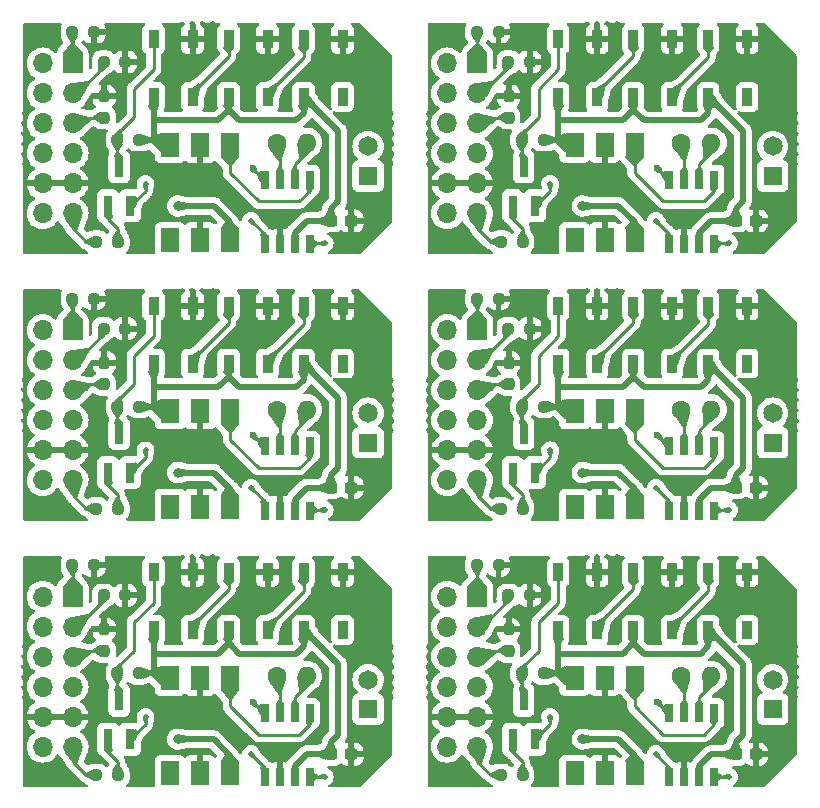
<source format=gbr>
%TF.GenerationSoftware,KiCad,Pcbnew,7.0.9*%
%TF.CreationDate,2024-01-17T02:03:21+09:00*%
%TF.ProjectId,kikit,6b696b69-742e-46b6-9963-61645f706362,rev?*%
%TF.SameCoordinates,Original*%
%TF.FileFunction,Copper,L1,Top*%
%TF.FilePolarity,Positive*%
%FSLAX46Y46*%
G04 Gerber Fmt 4.6, Leading zero omitted, Abs format (unit mm)*
G04 Created by KiCad (PCBNEW 7.0.9) date 2024-01-17 02:03:21*
%MOMM*%
%LPD*%
G01*
G04 APERTURE LIST*
G04 Aperture macros list*
%AMRoundRect*
0 Rectangle with rounded corners*
0 $1 Rounding radius*
0 $2 $3 $4 $5 $6 $7 $8 $9 X,Y pos of 4 corners*
0 Add a 4 corners polygon primitive as box body*
4,1,4,$2,$3,$4,$5,$6,$7,$8,$9,$2,$3,0*
0 Add four circle primitives for the rounded corners*
1,1,$1+$1,$2,$3*
1,1,$1+$1,$4,$5*
1,1,$1+$1,$6,$7*
1,1,$1+$1,$8,$9*
0 Add four rect primitives between the rounded corners*
20,1,$1+$1,$2,$3,$4,$5,0*
20,1,$1+$1,$4,$5,$6,$7,0*
20,1,$1+$1,$6,$7,$8,$9,0*
20,1,$1+$1,$8,$9,$2,$3,0*%
G04 Aperture macros list end*
%TA.AperFunction,SMDPad,CuDef*%
%ADD10R,0.900000X1.500000*%
%TD*%
%TA.AperFunction,SMDPad,CuDef*%
%ADD11RoundRect,0.237500X-0.250000X-0.237500X0.250000X-0.237500X0.250000X0.237500X-0.250000X0.237500X0*%
%TD*%
%TA.AperFunction,SMDPad,CuDef*%
%ADD12RoundRect,0.237500X0.237500X-0.250000X0.237500X0.250000X-0.237500X0.250000X-0.237500X-0.250000X0*%
%TD*%
%TA.AperFunction,SMDPad,CuDef*%
%ADD13R,0.700000X1.550000*%
%TD*%
%TA.AperFunction,ComponentPad*%
%ADD14C,1.600000*%
%TD*%
%TA.AperFunction,ComponentPad*%
%ADD15O,1.600000X1.600000*%
%TD*%
%TA.AperFunction,SMDPad,CuDef*%
%ADD16R,0.800000X1.800000*%
%TD*%
%TA.AperFunction,ComponentPad*%
%ADD17R,1.700000X1.700000*%
%TD*%
%TA.AperFunction,ComponentPad*%
%ADD18O,1.700000X1.700000*%
%TD*%
%TA.AperFunction,ComponentPad*%
%ADD19R,1.650000X1.650000*%
%TD*%
%TA.AperFunction,ComponentPad*%
%ADD20C,1.650000*%
%TD*%
%TA.AperFunction,SMDPad,CuDef*%
%ADD21R,1.600000X2.070000*%
%TD*%
%TA.AperFunction,SMDPad,CuDef*%
%ADD22RoundRect,0.237500X0.300000X0.237500X-0.300000X0.237500X-0.300000X-0.237500X0.300000X-0.237500X0*%
%TD*%
%TA.AperFunction,ViaPad*%
%ADD23C,0.500000*%
%TD*%
%TA.AperFunction,ViaPad*%
%ADD24C,0.600000*%
%TD*%
%TA.AperFunction,ViaPad*%
%ADD25C,0.800000*%
%TD*%
%TA.AperFunction,Conductor*%
%ADD26C,0.250000*%
%TD*%
%TA.AperFunction,Conductor*%
%ADD27C,0.500000*%
%TD*%
G04 APERTURE END LIST*
D10*
%TO.P,D3,1,VDD*%
%TO.N,Board_4-/+5V*%
X139500000Y-78916000D03*
%TO.P,D3,2,DOUT*%
%TO.N,Board_4-unconnected-(D3-DOUT-Pad2)*%
X142800000Y-78916000D03*
%TO.P,D3,3,VSS*%
%TO.N,Board_4-GND*%
X142800000Y-74016000D03*
%TO.P,D3,4,DIN*%
%TO.N,Board_4-Net-(D2-DOUT)*%
X139500000Y-74016000D03*
%TD*%
D11*
%TO.P,R5,1*%
%TO.N,Board_3-+3V3*%
X156207500Y-68624000D03*
%TO.P,R5,2*%
%TO.N,Board_3-Net-(Q1-B)*%
X158032500Y-68624000D03*
%TD*%
D12*
%TO.P,R3,1*%
%TO.N,Board_1-Net-(IC1-TXD)*%
X156866000Y-35532500D03*
%TO.P,R3,2*%
%TO.N,Board_1-GND*%
X156866000Y-33707500D03*
%TD*%
D10*
%TO.P,D1,1,VDD*%
%TO.N,Board_3-/+5V*%
X161058000Y-56342000D03*
%TO.P,D1,2,DOUT*%
%TO.N,Board_3-Net-(D1-DOUT)*%
X164358000Y-56342000D03*
%TO.P,D1,3,VSS*%
%TO.N,Board_3-GND*%
X164358000Y-51442000D03*
%TO.P,D1,4,DIN*%
%TO.N,Board_3-Net-(D1-DIN)*%
X161058000Y-51442000D03*
%TD*%
%TO.P,D2,1,VDD*%
%TO.N,Board_1-/+5V*%
X167408000Y-33768000D03*
%TO.P,D2,2,DOUT*%
%TO.N,Board_1-Net-(D2-DOUT)*%
X170708000Y-33768000D03*
%TO.P,D2,3,VSS*%
%TO.N,Board_1-GND*%
X170708000Y-28868000D03*
%TO.P,D2,4,DIN*%
%TO.N,Board_1-Net-(D1-DOUT)*%
X167408000Y-28868000D03*
%TD*%
D13*
%TO.P,IC1,1,TXD*%
%TO.N,Board_1-Net-(IC1-TXD)*%
X170455000Y-46235000D03*
%TO.P,IC1,2,GND*%
%TO.N,Board_1-GND*%
X171725000Y-46235000D03*
%TO.P,IC1,3,VCC*%
%TO.N,Board_1-/+5V*%
X172995000Y-46235000D03*
%TO.P,IC1,4,RXD*%
%TO.N,Board_1-Net-(IC1-RXD)*%
X174265000Y-46235000D03*
%TO.P,IC1,5,VIO*%
%TO.N,Board_1-+3V3*%
X174265000Y-40785000D03*
%TO.P,IC1,6,CANL*%
%TO.N,Board_1-Net-(IC1-CANL)*%
X172995000Y-40785000D03*
%TO.P,IC1,7,CANH*%
%TO.N,Board_1-Net-(IC1-CANH)*%
X171725000Y-40785000D03*
%TO.P,IC1,8,S*%
%TO.N,Board_1-Net-(IC1-S)*%
X170455000Y-40785000D03*
%TD*%
D11*
%TO.P,R6,1*%
%TO.N,Board_1-Net-(D1-DIN)*%
X157985500Y-37414000D03*
%TO.P,R6,2*%
%TO.N,Board_1-/+5V*%
X159810500Y-37414000D03*
%TD*%
%TO.P,R4,1*%
%TO.N,Board_5-Net-(IC1-S)*%
X154175500Y-73418000D03*
%TO.P,R4,2*%
%TO.N,Board_5-GND*%
X156000500Y-73418000D03*
%TD*%
D10*
%TO.P,D3,1,VDD*%
%TO.N,Board_5-/+5V*%
X173758000Y-78916000D03*
%TO.P,D3,2,DOUT*%
%TO.N,Board_5-unconnected-(D3-DOUT-Pad2)*%
X177058000Y-78916000D03*
%TO.P,D3,3,VSS*%
%TO.N,Board_5-GND*%
X177058000Y-74016000D03*
%TO.P,D3,4,DIN*%
%TO.N,Board_5-Net-(D2-DOUT)*%
X173758000Y-74016000D03*
%TD*%
D14*
%TO.P,R1,1*%
%TO.N,Board_2-Net-(IC1-CANH)*%
X137232000Y-60242000D03*
D15*
%TO.P,R1,2*%
%TO.N,Board_2-Net-(IC1-CANL)*%
X139772000Y-60242000D03*
%TD*%
D11*
%TO.P,R5,1*%
%TO.N,Board_1-+3V3*%
X156207500Y-46050000D03*
%TO.P,R5,2*%
%TO.N,Board_1-Net-(Q1-B)*%
X158032500Y-46050000D03*
%TD*%
%TO.P,R5,1*%
%TO.N,Board_4-+3V3*%
X121949500Y-91198000D03*
%TO.P,R5,2*%
%TO.N,Board_4-Net-(Q1-B)*%
X123774500Y-91198000D03*
%TD*%
D10*
%TO.P,D2,1,VDD*%
%TO.N,Board_3-/+5V*%
X167408000Y-56342000D03*
%TO.P,D2,2,DOUT*%
%TO.N,Board_3-Net-(D2-DOUT)*%
X170708000Y-56342000D03*
%TO.P,D2,3,VSS*%
%TO.N,Board_3-GND*%
X170708000Y-51442000D03*
%TO.P,D2,4,DIN*%
%TO.N,Board_3-Net-(D1-DOUT)*%
X167408000Y-51442000D03*
%TD*%
%TO.P,D1,1,VDD*%
%TO.N,Board_0-/+5V*%
X126800000Y-33768000D03*
%TO.P,D1,2,DOUT*%
%TO.N,Board_0-Net-(D1-DOUT)*%
X130100000Y-33768000D03*
%TO.P,D1,3,VSS*%
%TO.N,Board_0-GND*%
X130100000Y-28868000D03*
%TO.P,D1,4,DIN*%
%TO.N,Board_0-Net-(D1-DIN)*%
X126800000Y-28868000D03*
%TD*%
D11*
%TO.P,R6,1*%
%TO.N,Board_0-Net-(D1-DIN)*%
X123727500Y-37414000D03*
%TO.P,R6,2*%
%TO.N,Board_0-/+5V*%
X125552500Y-37414000D03*
%TD*%
D10*
%TO.P,D2,1,VDD*%
%TO.N,Board_5-/+5V*%
X167408000Y-78916000D03*
%TO.P,D2,2,DOUT*%
%TO.N,Board_5-Net-(D2-DOUT)*%
X170708000Y-78916000D03*
%TO.P,D2,3,VSS*%
%TO.N,Board_5-GND*%
X170708000Y-74016000D03*
%TO.P,D2,4,DIN*%
%TO.N,Board_5-Net-(D1-DOUT)*%
X167408000Y-74016000D03*
%TD*%
D11*
%TO.P,R4,1*%
%TO.N,Board_0-Net-(IC1-S)*%
X119917500Y-28270000D03*
%TO.P,R4,2*%
%TO.N,Board_0-GND*%
X121742500Y-28270000D03*
%TD*%
D16*
%TO.P,Q1,1,B*%
%TO.N,Board_3-Net-(Q1-B)*%
X157186000Y-65574000D03*
%TO.P,Q1,2,E*%
%TO.N,Board_3-Net-(J2-Pin_4)*%
X159086000Y-65574000D03*
%TO.P,Q1,3,C*%
%TO.N,Board_3-Net-(D1-DIN)*%
X158136000Y-62274000D03*
%TD*%
D13*
%TO.P,IC1,1,TXD*%
%TO.N,Board_5-Net-(IC1-TXD)*%
X170455000Y-91383000D03*
%TO.P,IC1,2,GND*%
%TO.N,Board_5-GND*%
X171725000Y-91383000D03*
%TO.P,IC1,3,VCC*%
%TO.N,Board_5-/+5V*%
X172995000Y-91383000D03*
%TO.P,IC1,4,RXD*%
%TO.N,Board_5-Net-(IC1-RXD)*%
X174265000Y-91383000D03*
%TO.P,IC1,5,VIO*%
%TO.N,Board_5-+3V3*%
X174265000Y-85933000D03*
%TO.P,IC1,6,CANL*%
%TO.N,Board_5-Net-(IC1-CANL)*%
X172995000Y-85933000D03*
%TO.P,IC1,7,CANH*%
%TO.N,Board_5-Net-(IC1-CANH)*%
X171725000Y-85933000D03*
%TO.P,IC1,8,S*%
%TO.N,Board_5-Net-(IC1-S)*%
X170455000Y-85933000D03*
%TD*%
D11*
%TO.P,R4,1*%
%TO.N,Board_4-Net-(IC1-S)*%
X119917500Y-73418000D03*
%TO.P,R4,2*%
%TO.N,Board_4-GND*%
X121742500Y-73418000D03*
%TD*%
D17*
%TO.P,J2,1,Pin_1*%
%TO.N,Board_2-Net-(IC1-S)*%
X119941000Y-53511000D03*
D18*
%TO.P,J2,2,Pin_2*%
%TO.N,Board_2-Net-(IC1-RXD)*%
X119941000Y-56051000D03*
%TO.P,J2,3,Pin_3*%
%TO.N,Board_2-Net-(IC1-TXD)*%
X119941000Y-58591000D03*
%TO.P,J2,4,Pin_4*%
%TO.N,Board_2-Net-(J2-Pin_4)*%
X119941000Y-61131000D03*
%TO.P,J2,5,Pin_5*%
%TO.N,Board_2-GND*%
X119941000Y-63671000D03*
%TO.P,J2,6,Pin_6*%
%TO.N,Board_2-+3V3*%
X119941000Y-66211000D03*
%TO.P,J2,7,Pin_7*%
%TO.N,Board_2-unconnected-(J2-Pin_7-Pad7)*%
X117401000Y-53511000D03*
%TO.P,J2,8,Pin_8*%
%TO.N,Board_2-unconnected-(J2-Pin_8-Pad8)*%
X117401000Y-56051000D03*
%TO.P,J2,9,Pin_9*%
%TO.N,Board_2-unconnected-(J2-Pin_9-Pad9)*%
X117401000Y-58591000D03*
%TO.P,J2,10,Pin_10*%
%TO.N,Board_2-unconnected-(J2-Pin_10-Pad10)*%
X117401000Y-61131000D03*
%TO.P,J2,11,Pin_11*%
%TO.N,Board_2-GND*%
X117401000Y-63671000D03*
%TO.P,J2,12,Pin_12*%
%TO.N,Board_2-+3V3*%
X117401000Y-66211000D03*
%TD*%
D11*
%TO.P,R4,1*%
%TO.N,Board_3-Net-(IC1-S)*%
X154175500Y-50844000D03*
%TO.P,R4,2*%
%TO.N,Board_3-GND*%
X156000500Y-50844000D03*
%TD*%
D13*
%TO.P,IC1,1,TXD*%
%TO.N,Board_3-Net-(IC1-TXD)*%
X170455000Y-68809000D03*
%TO.P,IC1,2,GND*%
%TO.N,Board_3-GND*%
X171725000Y-68809000D03*
%TO.P,IC1,3,VCC*%
%TO.N,Board_3-/+5V*%
X172995000Y-68809000D03*
%TO.P,IC1,4,RXD*%
%TO.N,Board_3-Net-(IC1-RXD)*%
X174265000Y-68809000D03*
%TO.P,IC1,5,VIO*%
%TO.N,Board_3-+3V3*%
X174265000Y-63359000D03*
%TO.P,IC1,6,CANL*%
%TO.N,Board_3-Net-(IC1-CANL)*%
X172995000Y-63359000D03*
%TO.P,IC1,7,CANH*%
%TO.N,Board_3-Net-(IC1-CANH)*%
X171725000Y-63359000D03*
%TO.P,IC1,8,S*%
%TO.N,Board_3-Net-(IC1-S)*%
X170455000Y-63359000D03*
%TD*%
D19*
%TO.P,J1,1,1*%
%TO.N,Board_1-Net-(IC1-CANH)*%
X179218000Y-40462000D03*
D20*
%TO.P,J1,2,2*%
%TO.N,Board_1-Net-(IC1-CANL)*%
X179218000Y-37962000D03*
%TD*%
D17*
%TO.P,J2,1,Pin_1*%
%TO.N,Board_1-Net-(IC1-S)*%
X154199000Y-30937000D03*
D18*
%TO.P,J2,2,Pin_2*%
%TO.N,Board_1-Net-(IC1-RXD)*%
X154199000Y-33477000D03*
%TO.P,J2,3,Pin_3*%
%TO.N,Board_1-Net-(IC1-TXD)*%
X154199000Y-36017000D03*
%TO.P,J2,4,Pin_4*%
%TO.N,Board_1-Net-(J2-Pin_4)*%
X154199000Y-38557000D03*
%TO.P,J2,5,Pin_5*%
%TO.N,Board_1-GND*%
X154199000Y-41097000D03*
%TO.P,J2,6,Pin_6*%
%TO.N,Board_1-+3V3*%
X154199000Y-43637000D03*
%TO.P,J2,7,Pin_7*%
%TO.N,Board_1-unconnected-(J2-Pin_7-Pad7)*%
X151659000Y-30937000D03*
%TO.P,J2,8,Pin_8*%
%TO.N,Board_1-unconnected-(J2-Pin_8-Pad8)*%
X151659000Y-33477000D03*
%TO.P,J2,9,Pin_9*%
%TO.N,Board_1-unconnected-(J2-Pin_9-Pad9)*%
X151659000Y-36017000D03*
%TO.P,J2,10,Pin_10*%
%TO.N,Board_1-unconnected-(J2-Pin_10-Pad10)*%
X151659000Y-38557000D03*
%TO.P,J2,11,Pin_11*%
%TO.N,Board_1-GND*%
X151659000Y-41097000D03*
%TO.P,J2,12,Pin_12*%
%TO.N,Board_1-+3V3*%
X151659000Y-43637000D03*
%TD*%
D16*
%TO.P,Q1,1,B*%
%TO.N,Board_0-Net-(Q1-B)*%
X122928000Y-43000000D03*
%TO.P,Q1,2,E*%
%TO.N,Board_0-Net-(J2-Pin_4)*%
X124828000Y-43000000D03*
%TO.P,Q1,3,C*%
%TO.N,Board_0-Net-(D1-DIN)*%
X123878000Y-39700000D03*
%TD*%
D11*
%TO.P,R4,1*%
%TO.N,Board_2-Net-(IC1-S)*%
X119917500Y-50844000D03*
%TO.P,R4,2*%
%TO.N,Board_2-GND*%
X121742500Y-50844000D03*
%TD*%
D17*
%TO.P,J2,1,Pin_1*%
%TO.N,Board_4-Net-(IC1-S)*%
X119941000Y-76085000D03*
D18*
%TO.P,J2,2,Pin_2*%
%TO.N,Board_4-Net-(IC1-RXD)*%
X119941000Y-78625000D03*
%TO.P,J2,3,Pin_3*%
%TO.N,Board_4-Net-(IC1-TXD)*%
X119941000Y-81165000D03*
%TO.P,J2,4,Pin_4*%
%TO.N,Board_4-Net-(J2-Pin_4)*%
X119941000Y-83705000D03*
%TO.P,J2,5,Pin_5*%
%TO.N,Board_4-GND*%
X119941000Y-86245000D03*
%TO.P,J2,6,Pin_6*%
%TO.N,Board_4-+3V3*%
X119941000Y-88785000D03*
%TO.P,J2,7,Pin_7*%
%TO.N,Board_4-unconnected-(J2-Pin_7-Pad7)*%
X117401000Y-76085000D03*
%TO.P,J2,8,Pin_8*%
%TO.N,Board_4-unconnected-(J2-Pin_8-Pad8)*%
X117401000Y-78625000D03*
%TO.P,J2,9,Pin_9*%
%TO.N,Board_4-unconnected-(J2-Pin_9-Pad9)*%
X117401000Y-81165000D03*
%TO.P,J2,10,Pin_10*%
%TO.N,Board_4-unconnected-(J2-Pin_10-Pad10)*%
X117401000Y-83705000D03*
%TO.P,J2,11,Pin_11*%
%TO.N,Board_4-GND*%
X117401000Y-86245000D03*
%TO.P,J2,12,Pin_12*%
%TO.N,Board_4-+3V3*%
X117401000Y-88785000D03*
%TD*%
D21*
%TO.P,IC2,1*%
%TO.N,Board_4-/+5V*%
X128196000Y-91052000D03*
X128196000Y-82962000D03*
%TO.P,IC2,2,G*%
%TO.N,Board_4-GND*%
X130736000Y-91052000D03*
X130736000Y-82962000D03*
%TO.P,IC2,3*%
%TO.N,Board_4-+3V3*%
X133276000Y-91052000D03*
X133276000Y-82962000D03*
%TD*%
D12*
%TO.P,R3,1*%
%TO.N,Board_4-Net-(IC1-TXD)*%
X122608000Y-80680500D03*
%TO.P,R3,2*%
%TO.N,Board_4-GND*%
X122608000Y-78855500D03*
%TD*%
D11*
%TO.P,R2,1*%
%TO.N,Board_5-Net-(IC1-RXD)*%
X156819000Y-75958000D03*
%TO.P,R2,2*%
%TO.N,Board_5-GND*%
X158644000Y-75958000D03*
%TD*%
D10*
%TO.P,D3,1,VDD*%
%TO.N,Board_3-/+5V*%
X173758000Y-56342000D03*
%TO.P,D3,2,DOUT*%
%TO.N,Board_3-unconnected-(D3-DOUT-Pad2)*%
X177058000Y-56342000D03*
%TO.P,D3,3,VSS*%
%TO.N,Board_3-GND*%
X177058000Y-51442000D03*
%TO.P,D3,4,DIN*%
%TO.N,Board_3-Net-(D2-DOUT)*%
X173758000Y-51442000D03*
%TD*%
D22*
%TO.P,C1,1*%
%TO.N,Board_3-GND*%
X177794500Y-66846000D03*
%TO.P,C1,2*%
%TO.N,Board_3-/+5V*%
X176069500Y-66846000D03*
%TD*%
D11*
%TO.P,R4,1*%
%TO.N,Board_1-Net-(IC1-S)*%
X154175500Y-28270000D03*
%TO.P,R4,2*%
%TO.N,Board_1-GND*%
X156000500Y-28270000D03*
%TD*%
%TO.P,R6,1*%
%TO.N,Board_4-Net-(D1-DIN)*%
X123727500Y-82562000D03*
%TO.P,R6,2*%
%TO.N,Board_4-/+5V*%
X125552500Y-82562000D03*
%TD*%
D19*
%TO.P,J1,1,1*%
%TO.N,Board_4-Net-(IC1-CANH)*%
X144960000Y-85610000D03*
D20*
%TO.P,J1,2,2*%
%TO.N,Board_4-Net-(IC1-CANL)*%
X144960000Y-83110000D03*
%TD*%
D17*
%TO.P,J2,1,Pin_1*%
%TO.N,Board_3-Net-(IC1-S)*%
X154199000Y-53511000D03*
D18*
%TO.P,J2,2,Pin_2*%
%TO.N,Board_3-Net-(IC1-RXD)*%
X154199000Y-56051000D03*
%TO.P,J2,3,Pin_3*%
%TO.N,Board_3-Net-(IC1-TXD)*%
X154199000Y-58591000D03*
%TO.P,J2,4,Pin_4*%
%TO.N,Board_3-Net-(J2-Pin_4)*%
X154199000Y-61131000D03*
%TO.P,J2,5,Pin_5*%
%TO.N,Board_3-GND*%
X154199000Y-63671000D03*
%TO.P,J2,6,Pin_6*%
%TO.N,Board_3-+3V3*%
X154199000Y-66211000D03*
%TO.P,J2,7,Pin_7*%
%TO.N,Board_3-unconnected-(J2-Pin_7-Pad7)*%
X151659000Y-53511000D03*
%TO.P,J2,8,Pin_8*%
%TO.N,Board_3-unconnected-(J2-Pin_8-Pad8)*%
X151659000Y-56051000D03*
%TO.P,J2,9,Pin_9*%
%TO.N,Board_3-unconnected-(J2-Pin_9-Pad9)*%
X151659000Y-58591000D03*
%TO.P,J2,10,Pin_10*%
%TO.N,Board_3-unconnected-(J2-Pin_10-Pad10)*%
X151659000Y-61131000D03*
%TO.P,J2,11,Pin_11*%
%TO.N,Board_3-GND*%
X151659000Y-63671000D03*
%TO.P,J2,12,Pin_12*%
%TO.N,Board_3-+3V3*%
X151659000Y-66211000D03*
%TD*%
D14*
%TO.P,R1,1*%
%TO.N,Board_1-Net-(IC1-CANH)*%
X171490000Y-37668000D03*
D15*
%TO.P,R1,2*%
%TO.N,Board_1-Net-(IC1-CANL)*%
X174030000Y-37668000D03*
%TD*%
D21*
%TO.P,IC2,1*%
%TO.N,Board_2-/+5V*%
X128196000Y-68478000D03*
X128196000Y-60388000D03*
%TO.P,IC2,2,G*%
%TO.N,Board_2-GND*%
X130736000Y-68478000D03*
X130736000Y-60388000D03*
%TO.P,IC2,3*%
%TO.N,Board_2-+3V3*%
X133276000Y-68478000D03*
X133276000Y-60388000D03*
%TD*%
D11*
%TO.P,R5,1*%
%TO.N,Board_5-+3V3*%
X156207500Y-91198000D03*
%TO.P,R5,2*%
%TO.N,Board_5-Net-(Q1-B)*%
X158032500Y-91198000D03*
%TD*%
D17*
%TO.P,J2,1,Pin_1*%
%TO.N,Board_5-Net-(IC1-S)*%
X154199000Y-76085000D03*
D18*
%TO.P,J2,2,Pin_2*%
%TO.N,Board_5-Net-(IC1-RXD)*%
X154199000Y-78625000D03*
%TO.P,J2,3,Pin_3*%
%TO.N,Board_5-Net-(IC1-TXD)*%
X154199000Y-81165000D03*
%TO.P,J2,4,Pin_4*%
%TO.N,Board_5-Net-(J2-Pin_4)*%
X154199000Y-83705000D03*
%TO.P,J2,5,Pin_5*%
%TO.N,Board_5-GND*%
X154199000Y-86245000D03*
%TO.P,J2,6,Pin_6*%
%TO.N,Board_5-+3V3*%
X154199000Y-88785000D03*
%TO.P,J2,7,Pin_7*%
%TO.N,Board_5-unconnected-(J2-Pin_7-Pad7)*%
X151659000Y-76085000D03*
%TO.P,J2,8,Pin_8*%
%TO.N,Board_5-unconnected-(J2-Pin_8-Pad8)*%
X151659000Y-78625000D03*
%TO.P,J2,9,Pin_9*%
%TO.N,Board_5-unconnected-(J2-Pin_9-Pad9)*%
X151659000Y-81165000D03*
%TO.P,J2,10,Pin_10*%
%TO.N,Board_5-unconnected-(J2-Pin_10-Pad10)*%
X151659000Y-83705000D03*
%TO.P,J2,11,Pin_11*%
%TO.N,Board_5-GND*%
X151659000Y-86245000D03*
%TO.P,J2,12,Pin_12*%
%TO.N,Board_5-+3V3*%
X151659000Y-88785000D03*
%TD*%
D14*
%TO.P,R1,1*%
%TO.N,Board_4-Net-(IC1-CANH)*%
X137232000Y-82816000D03*
D15*
%TO.P,R1,2*%
%TO.N,Board_4-Net-(IC1-CANL)*%
X139772000Y-82816000D03*
%TD*%
D22*
%TO.P,C1,1*%
%TO.N,Board_5-GND*%
X177794500Y-89420000D03*
%TO.P,C1,2*%
%TO.N,Board_5-/+5V*%
X176069500Y-89420000D03*
%TD*%
D11*
%TO.P,R5,1*%
%TO.N,Board_0-+3V3*%
X121949500Y-46050000D03*
%TO.P,R5,2*%
%TO.N,Board_0-Net-(Q1-B)*%
X123774500Y-46050000D03*
%TD*%
D21*
%TO.P,IC2,1*%
%TO.N,Board_0-/+5V*%
X128196000Y-45904000D03*
X128196000Y-37814000D03*
%TO.P,IC2,2,G*%
%TO.N,Board_0-GND*%
X130736000Y-45904000D03*
X130736000Y-37814000D03*
%TO.P,IC2,3*%
%TO.N,Board_0-+3V3*%
X133276000Y-45904000D03*
X133276000Y-37814000D03*
%TD*%
D11*
%TO.P,R2,1*%
%TO.N,Board_2-Net-(IC1-RXD)*%
X122561000Y-53384000D03*
%TO.P,R2,2*%
%TO.N,Board_2-GND*%
X124386000Y-53384000D03*
%TD*%
D10*
%TO.P,D2,1,VDD*%
%TO.N,Board_2-/+5V*%
X133150000Y-56342000D03*
%TO.P,D2,2,DOUT*%
%TO.N,Board_2-Net-(D2-DOUT)*%
X136450000Y-56342000D03*
%TO.P,D2,3,VSS*%
%TO.N,Board_2-GND*%
X136450000Y-51442000D03*
%TO.P,D2,4,DIN*%
%TO.N,Board_2-Net-(D1-DOUT)*%
X133150000Y-51442000D03*
%TD*%
D12*
%TO.P,R3,1*%
%TO.N,Board_0-Net-(IC1-TXD)*%
X122608000Y-35532500D03*
%TO.P,R3,2*%
%TO.N,Board_0-GND*%
X122608000Y-33707500D03*
%TD*%
D16*
%TO.P,Q1,1,B*%
%TO.N,Board_5-Net-(Q1-B)*%
X157186000Y-88148000D03*
%TO.P,Q1,2,E*%
%TO.N,Board_5-Net-(J2-Pin_4)*%
X159086000Y-88148000D03*
%TO.P,Q1,3,C*%
%TO.N,Board_5-Net-(D1-DIN)*%
X158136000Y-84848000D03*
%TD*%
D21*
%TO.P,IC2,1*%
%TO.N,Board_1-/+5V*%
X162454000Y-45904000D03*
X162454000Y-37814000D03*
%TO.P,IC2,2,G*%
%TO.N,Board_1-GND*%
X164994000Y-45904000D03*
X164994000Y-37814000D03*
%TO.P,IC2,3*%
%TO.N,Board_1-+3V3*%
X167534000Y-45904000D03*
X167534000Y-37814000D03*
%TD*%
D10*
%TO.P,D1,1,VDD*%
%TO.N,Board_1-/+5V*%
X161058000Y-33768000D03*
%TO.P,D1,2,DOUT*%
%TO.N,Board_1-Net-(D1-DOUT)*%
X164358000Y-33768000D03*
%TO.P,D1,3,VSS*%
%TO.N,Board_1-GND*%
X164358000Y-28868000D03*
%TO.P,D1,4,DIN*%
%TO.N,Board_1-Net-(D1-DIN)*%
X161058000Y-28868000D03*
%TD*%
D12*
%TO.P,R3,1*%
%TO.N,Board_5-Net-(IC1-TXD)*%
X156866000Y-80680500D03*
%TO.P,R3,2*%
%TO.N,Board_5-GND*%
X156866000Y-78855500D03*
%TD*%
D10*
%TO.P,D3,1,VDD*%
%TO.N,Board_1-/+5V*%
X173758000Y-33768000D03*
%TO.P,D3,2,DOUT*%
%TO.N,Board_1-unconnected-(D3-DOUT-Pad2)*%
X177058000Y-33768000D03*
%TO.P,D3,3,VSS*%
%TO.N,Board_1-GND*%
X177058000Y-28868000D03*
%TO.P,D3,4,DIN*%
%TO.N,Board_1-Net-(D2-DOUT)*%
X173758000Y-28868000D03*
%TD*%
D11*
%TO.P,R6,1*%
%TO.N,Board_5-Net-(D1-DIN)*%
X157985500Y-82562000D03*
%TO.P,R6,2*%
%TO.N,Board_5-/+5V*%
X159810500Y-82562000D03*
%TD*%
D12*
%TO.P,R3,1*%
%TO.N,Board_3-Net-(IC1-TXD)*%
X156866000Y-58106500D03*
%TO.P,R3,2*%
%TO.N,Board_3-GND*%
X156866000Y-56281500D03*
%TD*%
D21*
%TO.P,IC2,1*%
%TO.N,Board_3-/+5V*%
X162454000Y-68478000D03*
X162454000Y-60388000D03*
%TO.P,IC2,2,G*%
%TO.N,Board_3-GND*%
X164994000Y-68478000D03*
X164994000Y-60388000D03*
%TO.P,IC2,3*%
%TO.N,Board_3-+3V3*%
X167534000Y-68478000D03*
X167534000Y-60388000D03*
%TD*%
D16*
%TO.P,Q1,1,B*%
%TO.N,Board_1-Net-(Q1-B)*%
X157186000Y-43000000D03*
%TO.P,Q1,2,E*%
%TO.N,Board_1-Net-(J2-Pin_4)*%
X159086000Y-43000000D03*
%TO.P,Q1,3,C*%
%TO.N,Board_1-Net-(D1-DIN)*%
X158136000Y-39700000D03*
%TD*%
D22*
%TO.P,C1,1*%
%TO.N,Board_4-GND*%
X143536500Y-89420000D03*
%TO.P,C1,2*%
%TO.N,Board_4-/+5V*%
X141811500Y-89420000D03*
%TD*%
D11*
%TO.P,R2,1*%
%TO.N,Board_0-Net-(IC1-RXD)*%
X122561000Y-30810000D03*
%TO.P,R2,2*%
%TO.N,Board_0-GND*%
X124386000Y-30810000D03*
%TD*%
%TO.P,R2,1*%
%TO.N,Board_1-Net-(IC1-RXD)*%
X156819000Y-30810000D03*
%TO.P,R2,2*%
%TO.N,Board_1-GND*%
X158644000Y-30810000D03*
%TD*%
%TO.P,R6,1*%
%TO.N,Board_3-Net-(D1-DIN)*%
X157985500Y-59988000D03*
%TO.P,R6,2*%
%TO.N,Board_3-/+5V*%
X159810500Y-59988000D03*
%TD*%
D13*
%TO.P,IC1,1,TXD*%
%TO.N,Board_4-Net-(IC1-TXD)*%
X136197000Y-91383000D03*
%TO.P,IC1,2,GND*%
%TO.N,Board_4-GND*%
X137467000Y-91383000D03*
%TO.P,IC1,3,VCC*%
%TO.N,Board_4-/+5V*%
X138737000Y-91383000D03*
%TO.P,IC1,4,RXD*%
%TO.N,Board_4-Net-(IC1-RXD)*%
X140007000Y-91383000D03*
%TO.P,IC1,5,VIO*%
%TO.N,Board_4-+3V3*%
X140007000Y-85933000D03*
%TO.P,IC1,6,CANL*%
%TO.N,Board_4-Net-(IC1-CANL)*%
X138737000Y-85933000D03*
%TO.P,IC1,7,CANH*%
%TO.N,Board_4-Net-(IC1-CANH)*%
X137467000Y-85933000D03*
%TO.P,IC1,8,S*%
%TO.N,Board_4-Net-(IC1-S)*%
X136197000Y-85933000D03*
%TD*%
D22*
%TO.P,C1,1*%
%TO.N,Board_0-GND*%
X143536500Y-44272000D03*
%TO.P,C1,2*%
%TO.N,Board_0-/+5V*%
X141811500Y-44272000D03*
%TD*%
D16*
%TO.P,Q1,1,B*%
%TO.N,Board_4-Net-(Q1-B)*%
X122928000Y-88148000D03*
%TO.P,Q1,2,E*%
%TO.N,Board_4-Net-(J2-Pin_4)*%
X124828000Y-88148000D03*
%TO.P,Q1,3,C*%
%TO.N,Board_4-Net-(D1-DIN)*%
X123878000Y-84848000D03*
%TD*%
D11*
%TO.P,R2,1*%
%TO.N,Board_4-Net-(IC1-RXD)*%
X122561000Y-75958000D03*
%TO.P,R2,2*%
%TO.N,Board_4-GND*%
X124386000Y-75958000D03*
%TD*%
D10*
%TO.P,D2,1,VDD*%
%TO.N,Board_0-/+5V*%
X133150000Y-33768000D03*
%TO.P,D2,2,DOUT*%
%TO.N,Board_0-Net-(D2-DOUT)*%
X136450000Y-33768000D03*
%TO.P,D2,3,VSS*%
%TO.N,Board_0-GND*%
X136450000Y-28868000D03*
%TO.P,D2,4,DIN*%
%TO.N,Board_0-Net-(D1-DOUT)*%
X133150000Y-28868000D03*
%TD*%
D19*
%TO.P,J1,1,1*%
%TO.N,Board_5-Net-(IC1-CANH)*%
X179218000Y-85610000D03*
D20*
%TO.P,J1,2,2*%
%TO.N,Board_5-Net-(IC1-CANL)*%
X179218000Y-83110000D03*
%TD*%
D19*
%TO.P,J1,1,1*%
%TO.N,Board_2-Net-(IC1-CANH)*%
X144960000Y-63036000D03*
D20*
%TO.P,J1,2,2*%
%TO.N,Board_2-Net-(IC1-CANL)*%
X144960000Y-60536000D03*
%TD*%
D11*
%TO.P,R6,1*%
%TO.N,Board_2-Net-(D1-DIN)*%
X123727500Y-59988000D03*
%TO.P,R6,2*%
%TO.N,Board_2-/+5V*%
X125552500Y-59988000D03*
%TD*%
%TO.P,R2,1*%
%TO.N,Board_3-Net-(IC1-RXD)*%
X156819000Y-53384000D03*
%TO.P,R2,2*%
%TO.N,Board_3-GND*%
X158644000Y-53384000D03*
%TD*%
D12*
%TO.P,R3,1*%
%TO.N,Board_2-Net-(IC1-TXD)*%
X122608000Y-58106500D03*
%TO.P,R3,2*%
%TO.N,Board_2-GND*%
X122608000Y-56281500D03*
%TD*%
D17*
%TO.P,J2,1,Pin_1*%
%TO.N,Board_0-Net-(IC1-S)*%
X119941000Y-30937000D03*
D18*
%TO.P,J2,2,Pin_2*%
%TO.N,Board_0-Net-(IC1-RXD)*%
X119941000Y-33477000D03*
%TO.P,J2,3,Pin_3*%
%TO.N,Board_0-Net-(IC1-TXD)*%
X119941000Y-36017000D03*
%TO.P,J2,4,Pin_4*%
%TO.N,Board_0-Net-(J2-Pin_4)*%
X119941000Y-38557000D03*
%TO.P,J2,5,Pin_5*%
%TO.N,Board_0-GND*%
X119941000Y-41097000D03*
%TO.P,J2,6,Pin_6*%
%TO.N,Board_0-+3V3*%
X119941000Y-43637000D03*
%TO.P,J2,7,Pin_7*%
%TO.N,Board_0-unconnected-(J2-Pin_7-Pad7)*%
X117401000Y-30937000D03*
%TO.P,J2,8,Pin_8*%
%TO.N,Board_0-unconnected-(J2-Pin_8-Pad8)*%
X117401000Y-33477000D03*
%TO.P,J2,9,Pin_9*%
%TO.N,Board_0-unconnected-(J2-Pin_9-Pad9)*%
X117401000Y-36017000D03*
%TO.P,J2,10,Pin_10*%
%TO.N,Board_0-unconnected-(J2-Pin_10-Pad10)*%
X117401000Y-38557000D03*
%TO.P,J2,11,Pin_11*%
%TO.N,Board_0-GND*%
X117401000Y-41097000D03*
%TO.P,J2,12,Pin_12*%
%TO.N,Board_0-+3V3*%
X117401000Y-43637000D03*
%TD*%
D22*
%TO.P,C1,1*%
%TO.N,Board_1-GND*%
X177794500Y-44272000D03*
%TO.P,C1,2*%
%TO.N,Board_1-/+5V*%
X176069500Y-44272000D03*
%TD*%
D14*
%TO.P,R1,1*%
%TO.N,Board_3-Net-(IC1-CANH)*%
X171490000Y-60242000D03*
D15*
%TO.P,R1,2*%
%TO.N,Board_3-Net-(IC1-CANL)*%
X174030000Y-60242000D03*
%TD*%
D19*
%TO.P,J1,1,1*%
%TO.N,Board_3-Net-(IC1-CANH)*%
X179218000Y-63036000D03*
D20*
%TO.P,J1,2,2*%
%TO.N,Board_3-Net-(IC1-CANL)*%
X179218000Y-60536000D03*
%TD*%
D10*
%TO.P,D2,1,VDD*%
%TO.N,Board_4-/+5V*%
X133150000Y-78916000D03*
%TO.P,D2,2,DOUT*%
%TO.N,Board_4-Net-(D2-DOUT)*%
X136450000Y-78916000D03*
%TO.P,D2,3,VSS*%
%TO.N,Board_4-GND*%
X136450000Y-74016000D03*
%TO.P,D2,4,DIN*%
%TO.N,Board_4-Net-(D1-DOUT)*%
X133150000Y-74016000D03*
%TD*%
%TO.P,D3,1,VDD*%
%TO.N,Board_0-/+5V*%
X139500000Y-33768000D03*
%TO.P,D3,2,DOUT*%
%TO.N,Board_0-unconnected-(D3-DOUT-Pad2)*%
X142800000Y-33768000D03*
%TO.P,D3,3,VSS*%
%TO.N,Board_0-GND*%
X142800000Y-28868000D03*
%TO.P,D3,4,DIN*%
%TO.N,Board_0-Net-(D2-DOUT)*%
X139500000Y-28868000D03*
%TD*%
D14*
%TO.P,R1,1*%
%TO.N,Board_5-Net-(IC1-CANH)*%
X171490000Y-82816000D03*
D15*
%TO.P,R1,2*%
%TO.N,Board_5-Net-(IC1-CANL)*%
X174030000Y-82816000D03*
%TD*%
D13*
%TO.P,IC1,1,TXD*%
%TO.N,Board_0-Net-(IC1-TXD)*%
X136197000Y-46235000D03*
%TO.P,IC1,2,GND*%
%TO.N,Board_0-GND*%
X137467000Y-46235000D03*
%TO.P,IC1,3,VCC*%
%TO.N,Board_0-/+5V*%
X138737000Y-46235000D03*
%TO.P,IC1,4,RXD*%
%TO.N,Board_0-Net-(IC1-RXD)*%
X140007000Y-46235000D03*
%TO.P,IC1,5,VIO*%
%TO.N,Board_0-+3V3*%
X140007000Y-40785000D03*
%TO.P,IC1,6,CANL*%
%TO.N,Board_0-Net-(IC1-CANL)*%
X138737000Y-40785000D03*
%TO.P,IC1,7,CANH*%
%TO.N,Board_0-Net-(IC1-CANH)*%
X137467000Y-40785000D03*
%TO.P,IC1,8,S*%
%TO.N,Board_0-Net-(IC1-S)*%
X136197000Y-40785000D03*
%TD*%
D22*
%TO.P,C1,1*%
%TO.N,Board_2-GND*%
X143536500Y-66846000D03*
%TO.P,C1,2*%
%TO.N,Board_2-/+5V*%
X141811500Y-66846000D03*
%TD*%
D10*
%TO.P,D3,1,VDD*%
%TO.N,Board_2-/+5V*%
X139500000Y-56342000D03*
%TO.P,D3,2,DOUT*%
%TO.N,Board_2-unconnected-(D3-DOUT-Pad2)*%
X142800000Y-56342000D03*
%TO.P,D3,3,VSS*%
%TO.N,Board_2-GND*%
X142800000Y-51442000D03*
%TO.P,D3,4,DIN*%
%TO.N,Board_2-Net-(D2-DOUT)*%
X139500000Y-51442000D03*
%TD*%
D21*
%TO.P,IC2,1*%
%TO.N,Board_5-/+5V*%
X162454000Y-91052000D03*
X162454000Y-82962000D03*
%TO.P,IC2,2,G*%
%TO.N,Board_5-GND*%
X164994000Y-91052000D03*
X164994000Y-82962000D03*
%TO.P,IC2,3*%
%TO.N,Board_5-+3V3*%
X167534000Y-91052000D03*
X167534000Y-82962000D03*
%TD*%
D11*
%TO.P,R5,1*%
%TO.N,Board_2-+3V3*%
X121949500Y-68624000D03*
%TO.P,R5,2*%
%TO.N,Board_2-Net-(Q1-B)*%
X123774500Y-68624000D03*
%TD*%
D19*
%TO.P,J1,1,1*%
%TO.N,Board_0-Net-(IC1-CANH)*%
X144960000Y-40462000D03*
D20*
%TO.P,J1,2,2*%
%TO.N,Board_0-Net-(IC1-CANL)*%
X144960000Y-37962000D03*
%TD*%
D14*
%TO.P,R1,1*%
%TO.N,Board_0-Net-(IC1-CANH)*%
X137232000Y-37668000D03*
D15*
%TO.P,R1,2*%
%TO.N,Board_0-Net-(IC1-CANL)*%
X139772000Y-37668000D03*
%TD*%
D10*
%TO.P,D1,1,VDD*%
%TO.N,Board_5-/+5V*%
X161058000Y-78916000D03*
%TO.P,D1,2,DOUT*%
%TO.N,Board_5-Net-(D1-DOUT)*%
X164358000Y-78916000D03*
%TO.P,D1,3,VSS*%
%TO.N,Board_5-GND*%
X164358000Y-74016000D03*
%TO.P,D1,4,DIN*%
%TO.N,Board_5-Net-(D1-DIN)*%
X161058000Y-74016000D03*
%TD*%
%TO.P,D1,1,VDD*%
%TO.N,Board_4-/+5V*%
X126800000Y-78916000D03*
%TO.P,D1,2,DOUT*%
%TO.N,Board_4-Net-(D1-DOUT)*%
X130100000Y-78916000D03*
%TO.P,D1,3,VSS*%
%TO.N,Board_4-GND*%
X130100000Y-74016000D03*
%TO.P,D1,4,DIN*%
%TO.N,Board_4-Net-(D1-DIN)*%
X126800000Y-74016000D03*
%TD*%
%TO.P,D1,1,VDD*%
%TO.N,Board_2-/+5V*%
X126800000Y-56342000D03*
%TO.P,D1,2,DOUT*%
%TO.N,Board_2-Net-(D1-DOUT)*%
X130100000Y-56342000D03*
%TO.P,D1,3,VSS*%
%TO.N,Board_2-GND*%
X130100000Y-51442000D03*
%TO.P,D1,4,DIN*%
%TO.N,Board_2-Net-(D1-DIN)*%
X126800000Y-51442000D03*
%TD*%
D16*
%TO.P,Q1,1,B*%
%TO.N,Board_2-Net-(Q1-B)*%
X122928000Y-65574000D03*
%TO.P,Q1,2,E*%
%TO.N,Board_2-Net-(J2-Pin_4)*%
X124828000Y-65574000D03*
%TO.P,Q1,3,C*%
%TO.N,Board_2-Net-(D1-DIN)*%
X123878000Y-62274000D03*
%TD*%
D13*
%TO.P,IC1,1,TXD*%
%TO.N,Board_2-Net-(IC1-TXD)*%
X136197000Y-68809000D03*
%TO.P,IC1,2,GND*%
%TO.N,Board_2-GND*%
X137467000Y-68809000D03*
%TO.P,IC1,3,VCC*%
%TO.N,Board_2-/+5V*%
X138737000Y-68809000D03*
%TO.P,IC1,4,RXD*%
%TO.N,Board_2-Net-(IC1-RXD)*%
X140007000Y-68809000D03*
%TO.P,IC1,5,VIO*%
%TO.N,Board_2-+3V3*%
X140007000Y-63359000D03*
%TO.P,IC1,6,CANL*%
%TO.N,Board_2-Net-(IC1-CANL)*%
X138737000Y-63359000D03*
%TO.P,IC1,7,CANH*%
%TO.N,Board_2-Net-(IC1-CANH)*%
X137467000Y-63359000D03*
%TO.P,IC1,8,S*%
%TO.N,Board_2-Net-(IC1-S)*%
X136197000Y-63359000D03*
%TD*%
D23*
%TO.N,Board_5-Net-(J2-Pin_4)*%
X160371200Y-86270400D03*
%TO.N,Board_5-Net-(IC1-TXD)*%
X169312000Y-89420000D03*
D24*
%TO.N,Board_5-Net-(IC1-S)*%
X169439000Y-84975000D03*
D23*
%TO.N,Board_5-Net-(IC1-RXD)*%
X175535000Y-91325000D03*
%TO.N,Board_5-GND*%
X175916000Y-76212000D03*
X167026000Y-87007000D03*
X175306400Y-84289200D03*
X169566000Y-76212000D03*
X159152000Y-73418000D03*
X163089000Y-76212000D03*
X177440000Y-91833000D03*
X179472000Y-76212000D03*
X163216000Y-85864000D03*
D25*
%TO.N,Board_5-+3V3*%
X163089000Y-88150000D03*
D23*
%TO.N,Board_4-Net-(J2-Pin_4)*%
X126113200Y-86270400D03*
%TO.N,Board_4-Net-(IC1-TXD)*%
X135054000Y-89420000D03*
D24*
%TO.N,Board_4-Net-(IC1-S)*%
X135181000Y-84975000D03*
D23*
%TO.N,Board_4-Net-(IC1-RXD)*%
X141277000Y-91325000D03*
%TO.N,Board_4-GND*%
X141048400Y-84289200D03*
X135308000Y-76212000D03*
X145214000Y-76212000D03*
X128831000Y-76212000D03*
X141658000Y-76212000D03*
X128958000Y-85864000D03*
X124894000Y-73418000D03*
X132768000Y-87007000D03*
X143182000Y-91833000D03*
D25*
%TO.N,Board_4-+3V3*%
X128831000Y-88150000D03*
D23*
%TO.N,Board_3-Net-(J2-Pin_4)*%
X160371200Y-63696400D03*
%TO.N,Board_3-Net-(IC1-TXD)*%
X169312000Y-66846000D03*
D24*
%TO.N,Board_3-Net-(IC1-S)*%
X169439000Y-62401000D03*
D23*
%TO.N,Board_3-Net-(IC1-RXD)*%
X175535000Y-68751000D03*
%TO.N,Board_3-GND*%
X179472000Y-53638000D03*
X159152000Y-50844000D03*
X169566000Y-53638000D03*
X167026000Y-64433000D03*
X163216000Y-63290000D03*
X175306400Y-61715200D03*
X175916000Y-53638000D03*
X163089000Y-53638000D03*
X177440000Y-69259000D03*
D25*
%TO.N,Board_3-+3V3*%
X163089000Y-65576000D03*
D23*
%TO.N,Board_2-Net-(J2-Pin_4)*%
X126113200Y-63696400D03*
%TO.N,Board_2-Net-(IC1-TXD)*%
X135054000Y-66846000D03*
D24*
%TO.N,Board_2-Net-(IC1-S)*%
X135181000Y-62401000D03*
D23*
%TO.N,Board_2-Net-(IC1-RXD)*%
X141277000Y-68751000D03*
%TO.N,Board_2-GND*%
X128831000Y-53638000D03*
X135308000Y-53638000D03*
X141658000Y-53638000D03*
X145214000Y-53638000D03*
X132768000Y-64433000D03*
X128958000Y-63290000D03*
X124894000Y-50844000D03*
X143182000Y-69259000D03*
X141048400Y-61715200D03*
D25*
%TO.N,Board_2-+3V3*%
X128831000Y-65576000D03*
D23*
%TO.N,Board_1-Net-(J2-Pin_4)*%
X160371200Y-41122400D03*
%TO.N,Board_1-Net-(IC1-TXD)*%
X169312000Y-44272000D03*
D24*
%TO.N,Board_1-Net-(IC1-S)*%
X169439000Y-39827000D03*
D23*
%TO.N,Board_1-Net-(IC1-RXD)*%
X175535000Y-46177000D03*
%TO.N,Board_1-GND*%
X179472000Y-31064000D03*
X167026000Y-41859000D03*
X159152000Y-28270000D03*
X169566000Y-31064000D03*
X175306400Y-39141200D03*
X175916000Y-31064000D03*
X163216000Y-40716000D03*
X163089000Y-31064000D03*
X177440000Y-46685000D03*
D25*
%TO.N,Board_1-+3V3*%
X163089000Y-43002000D03*
D23*
%TO.N,Board_0-Net-(J2-Pin_4)*%
X126113200Y-41122400D03*
%TO.N,Board_0-Net-(IC1-TXD)*%
X135054000Y-44272000D03*
D24*
%TO.N,Board_0-Net-(IC1-S)*%
X135181000Y-39827000D03*
D23*
%TO.N,Board_0-Net-(IC1-RXD)*%
X141277000Y-46177000D03*
%TO.N,Board_0-GND*%
X128958000Y-40716000D03*
X135308000Y-31064000D03*
X124894000Y-28270000D03*
X141048400Y-39141200D03*
X141658000Y-31064000D03*
X128831000Y-31064000D03*
X145214000Y-31064000D03*
X132768000Y-41859000D03*
X143182000Y-46685000D03*
D25*
%TO.N,Board_0-+3V3*%
X128831000Y-43002000D03*
%TD*%
D26*
%TO.N,Board_5-Net-(Q1-B)*%
X158032500Y-90078500D02*
X157186000Y-89232000D01*
X157223500Y-88185500D02*
X157186000Y-88148000D01*
X158032500Y-91198000D02*
X158032500Y-90078500D01*
X157186000Y-89232000D02*
X157186000Y-88148000D01*
%TO.N,Board_5-Net-(J2-Pin_4)*%
X160371200Y-86270400D02*
X160371200Y-86862800D01*
X160371200Y-86862800D02*
X159086000Y-88148000D01*
%TO.N,Board_5-Net-(IC1-TXD)*%
X154326000Y-81038000D02*
X155342000Y-81038000D01*
X170455000Y-90563000D02*
X170455000Y-91383000D01*
X169312000Y-89420000D02*
X170455000Y-90563000D01*
X154199000Y-81165000D02*
X154326000Y-81038000D01*
X155699500Y-80680500D02*
X156866000Y-80680500D01*
X155342000Y-81038000D02*
X155699500Y-80680500D01*
%TO.N,Board_5-Net-(IC1-S)*%
X154199000Y-73441500D02*
X154175500Y-73418000D01*
X170397000Y-85933000D02*
X170455000Y-85933000D01*
X169439000Y-84975000D02*
X170397000Y-85933000D01*
X154199000Y-76085000D02*
X154199000Y-73441500D01*
%TO.N,Board_5-Net-(IC1-RXD)*%
X175535000Y-91325000D02*
X174323000Y-91325000D01*
X156819000Y-76386000D02*
X154580000Y-78625000D01*
X156819000Y-75958000D02*
X156819000Y-76386000D01*
X154580000Y-78625000D02*
X154199000Y-78625000D01*
X174323000Y-91325000D02*
X174265000Y-91383000D01*
%TO.N,Board_5-Net-(IC1-CANL)*%
X172995000Y-85933000D02*
X172995000Y-84594000D01*
X172995000Y-84594000D02*
X174030000Y-83559000D01*
X174030000Y-83559000D02*
X174030000Y-82816000D01*
%TO.N,Board_5-Net-(IC1-CANH)*%
X171725000Y-85933000D02*
X171725000Y-83051000D01*
X171725000Y-83051000D02*
X171490000Y-82816000D01*
%TO.N,Board_5-Net-(D2-DOUT)*%
X173758000Y-75576000D02*
X173758000Y-74016000D01*
X170708000Y-78626000D02*
X173758000Y-75576000D01*
%TO.N,Board_5-Net-(D1-DOUT)*%
X164358000Y-78499000D02*
X167408000Y-75449000D01*
X167408000Y-75449000D02*
X167408000Y-74016000D01*
%TO.N,Board_5-Net-(D1-DIN)*%
X157985500Y-84697500D02*
X158136000Y-84848000D01*
X157985500Y-82077500D02*
X159406000Y-80657000D01*
X157985500Y-82562000D02*
X157985500Y-82077500D01*
X159406000Y-80657000D02*
X159406000Y-78244000D01*
X157985500Y-82562000D02*
X157985500Y-84697500D01*
X159406000Y-78244000D02*
X161058000Y-76592000D01*
X161058000Y-76592000D02*
X161058000Y-74778000D01*
D27*
%TO.N,Board_5-/+5V*%
X166518000Y-80911000D02*
X167408000Y-80021000D01*
X176678000Y-81800000D02*
X176678000Y-87769000D01*
X167408000Y-80021000D02*
X167408000Y-78916000D01*
X168296000Y-80911000D02*
X173122000Y-80911000D01*
X167408000Y-80023000D02*
X168296000Y-80911000D01*
X176069500Y-88377500D02*
X176069500Y-89420000D01*
X172995000Y-90436000D02*
X174011000Y-89420000D01*
X173758000Y-78916000D02*
X173794000Y-78916000D01*
X161058000Y-78916000D02*
X161058000Y-80911000D01*
X161058000Y-80911000D02*
X166518000Y-80911000D01*
X160930000Y-82562000D02*
X162054000Y-82562000D01*
X159810500Y-82562000D02*
X160930000Y-82562000D01*
X173122000Y-80911000D02*
X173758000Y-80275000D01*
X161058000Y-82434000D02*
X160930000Y-82562000D01*
X174011000Y-89420000D02*
X176069500Y-89420000D01*
X176678000Y-87769000D02*
X176069500Y-88377500D01*
X172995000Y-91383000D02*
X172995000Y-90436000D01*
X167408000Y-80021000D02*
X167408000Y-80023000D01*
X173758000Y-80275000D02*
X173758000Y-78916000D01*
X173794000Y-78916000D02*
X176678000Y-81800000D01*
X162054000Y-82562000D02*
X162454000Y-82962000D01*
X161058000Y-80911000D02*
X161058000Y-82434000D01*
%TO.N,Board_5-+3V3*%
X163089000Y-88150000D02*
X166137000Y-88150000D01*
D26*
X167534000Y-85356000D02*
X169947000Y-87769000D01*
X155342000Y-91198000D02*
X154199000Y-90055000D01*
X167534000Y-82962000D02*
X167534000Y-85356000D01*
X154199000Y-90055000D02*
X154199000Y-88785000D01*
D27*
X167534000Y-89547000D02*
X167534000Y-91052000D01*
D26*
X174265000Y-86880000D02*
X174265000Y-85933000D01*
X156207500Y-91198000D02*
X155342000Y-91198000D01*
X169947000Y-87769000D02*
X173376000Y-87769000D01*
D27*
X166137000Y-88150000D02*
X167534000Y-89547000D01*
D26*
X173376000Y-87769000D02*
X174265000Y-86880000D01*
%TO.N,Board_4-Net-(Q1-B)*%
X123774500Y-90078500D02*
X122928000Y-89232000D01*
X123774500Y-91198000D02*
X123774500Y-90078500D01*
X122928000Y-89232000D02*
X122928000Y-88148000D01*
X122965500Y-88185500D02*
X122928000Y-88148000D01*
%TO.N,Board_4-Net-(J2-Pin_4)*%
X126113200Y-86862800D02*
X124828000Y-88148000D01*
X126113200Y-86270400D02*
X126113200Y-86862800D01*
%TO.N,Board_4-Net-(IC1-TXD)*%
X119941000Y-81165000D02*
X120068000Y-81038000D01*
X121084000Y-81038000D02*
X121441500Y-80680500D01*
X121441500Y-80680500D02*
X122608000Y-80680500D01*
X135054000Y-89420000D02*
X136197000Y-90563000D01*
X120068000Y-81038000D02*
X121084000Y-81038000D01*
X136197000Y-90563000D02*
X136197000Y-91383000D01*
%TO.N,Board_4-Net-(IC1-S)*%
X119941000Y-73441500D02*
X119917500Y-73418000D01*
X119941000Y-76085000D02*
X119941000Y-73441500D01*
X135181000Y-84975000D02*
X136139000Y-85933000D01*
X136139000Y-85933000D02*
X136197000Y-85933000D01*
%TO.N,Board_4-Net-(IC1-RXD)*%
X122561000Y-76386000D02*
X120322000Y-78625000D01*
X141277000Y-91325000D02*
X140065000Y-91325000D01*
X122561000Y-75958000D02*
X122561000Y-76386000D01*
X140065000Y-91325000D02*
X140007000Y-91383000D01*
X120322000Y-78625000D02*
X119941000Y-78625000D01*
%TO.N,Board_4-Net-(IC1-CANL)*%
X138737000Y-85933000D02*
X138737000Y-84594000D01*
X139772000Y-83559000D02*
X139772000Y-82816000D01*
X138737000Y-84594000D02*
X139772000Y-83559000D01*
%TO.N,Board_4-Net-(IC1-CANH)*%
X137467000Y-83051000D02*
X137232000Y-82816000D01*
X137467000Y-85933000D02*
X137467000Y-83051000D01*
%TO.N,Board_4-Net-(D2-DOUT)*%
X139500000Y-75576000D02*
X139500000Y-74016000D01*
X136450000Y-78626000D02*
X139500000Y-75576000D01*
%TO.N,Board_4-Net-(D1-DOUT)*%
X133150000Y-75449000D02*
X133150000Y-74016000D01*
X130100000Y-78499000D02*
X133150000Y-75449000D01*
%TO.N,Board_4-Net-(D1-DIN)*%
X123727500Y-82077500D02*
X125148000Y-80657000D01*
X123727500Y-82562000D02*
X123727500Y-84697500D01*
X125148000Y-80657000D02*
X125148000Y-78244000D01*
X123727500Y-82562000D02*
X123727500Y-82077500D01*
X123727500Y-84697500D02*
X123878000Y-84848000D01*
X125148000Y-78244000D02*
X126800000Y-76592000D01*
X126800000Y-76592000D02*
X126800000Y-74778000D01*
D27*
%TO.N,Board_4-/+5V*%
X133150000Y-80023000D02*
X134038000Y-80911000D01*
X139500000Y-80275000D02*
X139500000Y-78916000D01*
X138737000Y-91383000D02*
X138737000Y-90436000D01*
X139500000Y-78916000D02*
X139536000Y-78916000D01*
X134038000Y-80911000D02*
X138864000Y-80911000D01*
X126800000Y-80911000D02*
X126800000Y-82434000D01*
X126800000Y-78916000D02*
X126800000Y-80911000D01*
X142420000Y-87769000D02*
X141811500Y-88377500D01*
X138737000Y-90436000D02*
X139753000Y-89420000D01*
X141811500Y-88377500D02*
X141811500Y-89420000D01*
X126800000Y-82434000D02*
X126672000Y-82562000D01*
X126672000Y-82562000D02*
X127796000Y-82562000D01*
X133150000Y-80021000D02*
X133150000Y-78916000D01*
X138864000Y-80911000D02*
X139500000Y-80275000D01*
X133150000Y-80021000D02*
X133150000Y-80023000D01*
X127796000Y-82562000D02*
X128196000Y-82962000D01*
X132260000Y-80911000D02*
X133150000Y-80021000D01*
X125552500Y-82562000D02*
X126672000Y-82562000D01*
X126800000Y-80911000D02*
X132260000Y-80911000D01*
X142420000Y-81800000D02*
X142420000Y-87769000D01*
X139753000Y-89420000D02*
X141811500Y-89420000D01*
X139536000Y-78916000D02*
X142420000Y-81800000D01*
D26*
%TO.N,Board_4-+3V3*%
X121084000Y-91198000D02*
X119941000Y-90055000D01*
X135689000Y-87769000D02*
X139118000Y-87769000D01*
X119941000Y-90055000D02*
X119941000Y-88785000D01*
X121949500Y-91198000D02*
X121084000Y-91198000D01*
X140007000Y-86880000D02*
X140007000Y-85933000D01*
X133276000Y-85356000D02*
X135689000Y-87769000D01*
D27*
X131879000Y-88150000D02*
X133276000Y-89547000D01*
D26*
X139118000Y-87769000D02*
X140007000Y-86880000D01*
X133276000Y-82962000D02*
X133276000Y-85356000D01*
D27*
X133276000Y-89547000D02*
X133276000Y-91052000D01*
X128831000Y-88150000D02*
X131879000Y-88150000D01*
D26*
%TO.N,Board_3-Net-(Q1-B)*%
X158032500Y-68624000D02*
X158032500Y-67504500D01*
X157223500Y-65611500D02*
X157186000Y-65574000D01*
X158032500Y-67504500D02*
X157186000Y-66658000D01*
X157186000Y-66658000D02*
X157186000Y-65574000D01*
%TO.N,Board_3-Net-(J2-Pin_4)*%
X160371200Y-63696400D02*
X160371200Y-64288800D01*
X160371200Y-64288800D02*
X159086000Y-65574000D01*
%TO.N,Board_3-Net-(IC1-TXD)*%
X154326000Y-58464000D02*
X155342000Y-58464000D01*
X170455000Y-67989000D02*
X170455000Y-68809000D01*
X154199000Y-58591000D02*
X154326000Y-58464000D01*
X155342000Y-58464000D02*
X155699500Y-58106500D01*
X155699500Y-58106500D02*
X156866000Y-58106500D01*
X169312000Y-66846000D02*
X170455000Y-67989000D01*
%TO.N,Board_3-Net-(IC1-S)*%
X154199000Y-50867500D02*
X154175500Y-50844000D01*
X169439000Y-62401000D02*
X170397000Y-63359000D01*
X154199000Y-53511000D02*
X154199000Y-50867500D01*
X170397000Y-63359000D02*
X170455000Y-63359000D01*
%TO.N,Board_3-Net-(IC1-RXD)*%
X154580000Y-56051000D02*
X154199000Y-56051000D01*
X156819000Y-53812000D02*
X154580000Y-56051000D01*
X174323000Y-68751000D02*
X174265000Y-68809000D01*
X156819000Y-53384000D02*
X156819000Y-53812000D01*
X175535000Y-68751000D02*
X174323000Y-68751000D01*
%TO.N,Board_3-Net-(IC1-CANL)*%
X172995000Y-62020000D02*
X174030000Y-60985000D01*
X174030000Y-60985000D02*
X174030000Y-60242000D01*
X172995000Y-63359000D02*
X172995000Y-62020000D01*
%TO.N,Board_3-Net-(IC1-CANH)*%
X171725000Y-60477000D02*
X171490000Y-60242000D01*
X171725000Y-63359000D02*
X171725000Y-60477000D01*
%TO.N,Board_3-Net-(D2-DOUT)*%
X170708000Y-56052000D02*
X173758000Y-53002000D01*
X173758000Y-53002000D02*
X173758000Y-51442000D01*
%TO.N,Board_3-Net-(D1-DOUT)*%
X164358000Y-55925000D02*
X167408000Y-52875000D01*
X167408000Y-52875000D02*
X167408000Y-51442000D01*
%TO.N,Board_3-Net-(D1-DIN)*%
X159406000Y-55670000D02*
X161058000Y-54018000D01*
X161058000Y-54018000D02*
X161058000Y-52204000D01*
X159406000Y-58083000D02*
X159406000Y-55670000D01*
X157985500Y-59503500D02*
X159406000Y-58083000D01*
X157985500Y-59988000D02*
X157985500Y-59503500D01*
X157985500Y-59988000D02*
X157985500Y-62123500D01*
X157985500Y-62123500D02*
X158136000Y-62274000D01*
D27*
%TO.N,Board_3-/+5V*%
X159810500Y-59988000D02*
X160930000Y-59988000D01*
X160930000Y-59988000D02*
X162054000Y-59988000D01*
X162054000Y-59988000D02*
X162454000Y-60388000D01*
X173758000Y-56342000D02*
X173794000Y-56342000D01*
X166518000Y-58337000D02*
X167408000Y-57447000D01*
X172995000Y-68809000D02*
X172995000Y-67862000D01*
X176069500Y-65803500D02*
X176069500Y-66846000D01*
X161058000Y-56342000D02*
X161058000Y-58337000D01*
X176678000Y-59226000D02*
X176678000Y-65195000D01*
X167408000Y-57447000D02*
X167408000Y-56342000D01*
X161058000Y-58337000D02*
X161058000Y-59860000D01*
X161058000Y-59860000D02*
X160930000Y-59988000D01*
X174011000Y-66846000D02*
X176069500Y-66846000D01*
X167408000Y-57447000D02*
X167408000Y-57449000D01*
X173758000Y-57701000D02*
X173758000Y-56342000D01*
X172995000Y-67862000D02*
X174011000Y-66846000D01*
X173122000Y-58337000D02*
X173758000Y-57701000D01*
X173794000Y-56342000D02*
X176678000Y-59226000D01*
X176678000Y-65195000D02*
X176069500Y-65803500D01*
X168296000Y-58337000D02*
X173122000Y-58337000D01*
X167408000Y-57449000D02*
X168296000Y-58337000D01*
X161058000Y-58337000D02*
X166518000Y-58337000D01*
D26*
%TO.N,Board_3-+3V3*%
X154199000Y-67481000D02*
X154199000Y-66211000D01*
X173376000Y-65195000D02*
X174265000Y-64306000D01*
X167534000Y-60388000D02*
X167534000Y-62782000D01*
X167534000Y-62782000D02*
X169947000Y-65195000D01*
D27*
X166137000Y-65576000D02*
X167534000Y-66973000D01*
X163089000Y-65576000D02*
X166137000Y-65576000D01*
D26*
X169947000Y-65195000D02*
X173376000Y-65195000D01*
X156207500Y-68624000D02*
X155342000Y-68624000D01*
X155342000Y-68624000D02*
X154199000Y-67481000D01*
D27*
X167534000Y-66973000D02*
X167534000Y-68478000D01*
D26*
X174265000Y-64306000D02*
X174265000Y-63359000D01*
%TO.N,Board_2-Net-(Q1-B)*%
X123774500Y-67504500D02*
X122928000Y-66658000D01*
X122965500Y-65611500D02*
X122928000Y-65574000D01*
X122928000Y-66658000D02*
X122928000Y-65574000D01*
X123774500Y-68624000D02*
X123774500Y-67504500D01*
%TO.N,Board_2-Net-(J2-Pin_4)*%
X126113200Y-64288800D02*
X124828000Y-65574000D01*
X126113200Y-63696400D02*
X126113200Y-64288800D01*
%TO.N,Board_2-Net-(IC1-TXD)*%
X121084000Y-58464000D02*
X121441500Y-58106500D01*
X119941000Y-58591000D02*
X120068000Y-58464000D01*
X136197000Y-67989000D02*
X136197000Y-68809000D01*
X121441500Y-58106500D02*
X122608000Y-58106500D01*
X120068000Y-58464000D02*
X121084000Y-58464000D01*
X135054000Y-66846000D02*
X136197000Y-67989000D01*
%TO.N,Board_2-Net-(IC1-S)*%
X135181000Y-62401000D02*
X136139000Y-63359000D01*
X136139000Y-63359000D02*
X136197000Y-63359000D01*
X119941000Y-53511000D02*
X119941000Y-50867500D01*
X119941000Y-50867500D02*
X119917500Y-50844000D01*
%TO.N,Board_2-Net-(IC1-RXD)*%
X141277000Y-68751000D02*
X140065000Y-68751000D01*
X120322000Y-56051000D02*
X119941000Y-56051000D01*
X122561000Y-53384000D02*
X122561000Y-53812000D01*
X122561000Y-53812000D02*
X120322000Y-56051000D01*
X140065000Y-68751000D02*
X140007000Y-68809000D01*
%TO.N,Board_2-Net-(IC1-CANL)*%
X138737000Y-62020000D02*
X139772000Y-60985000D01*
X138737000Y-63359000D02*
X138737000Y-62020000D01*
X139772000Y-60985000D02*
X139772000Y-60242000D01*
%TO.N,Board_2-Net-(IC1-CANH)*%
X137467000Y-60477000D02*
X137232000Y-60242000D01*
X137467000Y-63359000D02*
X137467000Y-60477000D01*
%TO.N,Board_2-Net-(D2-DOUT)*%
X139500000Y-53002000D02*
X139500000Y-51442000D01*
X136450000Y-56052000D02*
X139500000Y-53002000D01*
%TO.N,Board_2-Net-(D1-DOUT)*%
X130100000Y-55925000D02*
X133150000Y-52875000D01*
X133150000Y-52875000D02*
X133150000Y-51442000D01*
%TO.N,Board_2-Net-(D1-DIN)*%
X123727500Y-59988000D02*
X123727500Y-59503500D01*
X126800000Y-54018000D02*
X126800000Y-52204000D01*
X125148000Y-58083000D02*
X125148000Y-55670000D01*
X123727500Y-59988000D02*
X123727500Y-62123500D01*
X125148000Y-55670000D02*
X126800000Y-54018000D01*
X123727500Y-62123500D02*
X123878000Y-62274000D01*
X123727500Y-59503500D02*
X125148000Y-58083000D01*
D27*
%TO.N,Board_2-/+5V*%
X141811500Y-65803500D02*
X141811500Y-66846000D01*
X138737000Y-67862000D02*
X139753000Y-66846000D01*
X126800000Y-59860000D02*
X126672000Y-59988000D01*
X126800000Y-56342000D02*
X126800000Y-58337000D01*
X133150000Y-57447000D02*
X133150000Y-56342000D01*
X133150000Y-57449000D02*
X134038000Y-58337000D01*
X126800000Y-58337000D02*
X126800000Y-59860000D01*
X142420000Y-65195000D02*
X141811500Y-65803500D01*
X126800000Y-58337000D02*
X132260000Y-58337000D01*
X139500000Y-57701000D02*
X139500000Y-56342000D01*
X139753000Y-66846000D02*
X141811500Y-66846000D01*
X139536000Y-56342000D02*
X142420000Y-59226000D01*
X142420000Y-59226000D02*
X142420000Y-65195000D01*
X127796000Y-59988000D02*
X128196000Y-60388000D01*
X132260000Y-58337000D02*
X133150000Y-57447000D01*
X138864000Y-58337000D02*
X139500000Y-57701000D01*
X133150000Y-57447000D02*
X133150000Y-57449000D01*
X134038000Y-58337000D02*
X138864000Y-58337000D01*
X139500000Y-56342000D02*
X139536000Y-56342000D01*
X126672000Y-59988000D02*
X127796000Y-59988000D01*
X125552500Y-59988000D02*
X126672000Y-59988000D01*
X138737000Y-68809000D02*
X138737000Y-67862000D01*
D26*
%TO.N,Board_2-+3V3*%
X121084000Y-68624000D02*
X119941000Y-67481000D01*
X135689000Y-65195000D02*
X139118000Y-65195000D01*
X121949500Y-68624000D02*
X121084000Y-68624000D01*
X133276000Y-62782000D02*
X135689000Y-65195000D01*
D27*
X128831000Y-65576000D02*
X131879000Y-65576000D01*
X133276000Y-66973000D02*
X133276000Y-68478000D01*
D26*
X119941000Y-67481000D02*
X119941000Y-66211000D01*
X139118000Y-65195000D02*
X140007000Y-64306000D01*
X140007000Y-64306000D02*
X140007000Y-63359000D01*
X133276000Y-60388000D02*
X133276000Y-62782000D01*
D27*
X131879000Y-65576000D02*
X133276000Y-66973000D01*
D26*
%TO.N,Board_1-Net-(Q1-B)*%
X158032500Y-46050000D02*
X158032500Y-44930500D01*
X158032500Y-44930500D02*
X157186000Y-44084000D01*
X157223500Y-43037500D02*
X157186000Y-43000000D01*
X157186000Y-44084000D02*
X157186000Y-43000000D01*
%TO.N,Board_1-Net-(J2-Pin_4)*%
X160371200Y-41714800D02*
X159086000Y-43000000D01*
X160371200Y-41122400D02*
X160371200Y-41714800D01*
%TO.N,Board_1-Net-(IC1-TXD)*%
X155342000Y-35890000D02*
X155699500Y-35532500D01*
X154199000Y-36017000D02*
X154326000Y-35890000D01*
X170455000Y-45415000D02*
X170455000Y-46235000D01*
X169312000Y-44272000D02*
X170455000Y-45415000D01*
X154326000Y-35890000D02*
X155342000Y-35890000D01*
X155699500Y-35532500D02*
X156866000Y-35532500D01*
%TO.N,Board_1-Net-(IC1-S)*%
X169439000Y-39827000D02*
X170397000Y-40785000D01*
X170397000Y-40785000D02*
X170455000Y-40785000D01*
X154199000Y-28293500D02*
X154175500Y-28270000D01*
X154199000Y-30937000D02*
X154199000Y-28293500D01*
%TO.N,Board_1-Net-(IC1-RXD)*%
X175535000Y-46177000D02*
X174323000Y-46177000D01*
X156819000Y-31238000D02*
X154580000Y-33477000D01*
X154580000Y-33477000D02*
X154199000Y-33477000D01*
X174323000Y-46177000D02*
X174265000Y-46235000D01*
X156819000Y-30810000D02*
X156819000Y-31238000D01*
%TO.N,Board_1-Net-(IC1-CANL)*%
X172995000Y-39446000D02*
X174030000Y-38411000D01*
X172995000Y-40785000D02*
X172995000Y-39446000D01*
X174030000Y-38411000D02*
X174030000Y-37668000D01*
%TO.N,Board_1-Net-(IC1-CANH)*%
X171725000Y-37903000D02*
X171490000Y-37668000D01*
X171725000Y-40785000D02*
X171725000Y-37903000D01*
%TO.N,Board_1-Net-(D2-DOUT)*%
X173758000Y-30428000D02*
X173758000Y-28868000D01*
X170708000Y-33478000D02*
X173758000Y-30428000D01*
%TO.N,Board_1-Net-(D1-DOUT)*%
X164358000Y-33351000D02*
X167408000Y-30301000D01*
X167408000Y-30301000D02*
X167408000Y-28868000D01*
%TO.N,Board_1-Net-(D1-DIN)*%
X159406000Y-35509000D02*
X159406000Y-33096000D01*
X157985500Y-39549500D02*
X158136000Y-39700000D01*
X159406000Y-33096000D02*
X161058000Y-31444000D01*
X161058000Y-31444000D02*
X161058000Y-29630000D01*
X157985500Y-37414000D02*
X157985500Y-36929500D01*
X157985500Y-37414000D02*
X157985500Y-39549500D01*
X157985500Y-36929500D02*
X159406000Y-35509000D01*
D27*
%TO.N,Board_1-/+5V*%
X176678000Y-42621000D02*
X176069500Y-43229500D01*
X162054000Y-37414000D02*
X162454000Y-37814000D01*
X172995000Y-45288000D02*
X174011000Y-44272000D01*
X160930000Y-37414000D02*
X162054000Y-37414000D01*
X167408000Y-34875000D02*
X168296000Y-35763000D01*
X176678000Y-36652000D02*
X176678000Y-42621000D01*
X168296000Y-35763000D02*
X173122000Y-35763000D01*
X167408000Y-34873000D02*
X167408000Y-34875000D01*
X173794000Y-33768000D02*
X176678000Y-36652000D01*
X176069500Y-43229500D02*
X176069500Y-44272000D01*
X167408000Y-34873000D02*
X167408000Y-33768000D01*
X173758000Y-33768000D02*
X173794000Y-33768000D01*
X159810500Y-37414000D02*
X160930000Y-37414000D01*
X161058000Y-37286000D02*
X160930000Y-37414000D01*
X173122000Y-35763000D02*
X173758000Y-35127000D01*
X173758000Y-35127000D02*
X173758000Y-33768000D01*
X161058000Y-35763000D02*
X161058000Y-37286000D01*
X161058000Y-33768000D02*
X161058000Y-35763000D01*
X172995000Y-46235000D02*
X172995000Y-45288000D01*
X166518000Y-35763000D02*
X167408000Y-34873000D01*
X161058000Y-35763000D02*
X166518000Y-35763000D01*
X174011000Y-44272000D02*
X176069500Y-44272000D01*
%TO.N,Board_1-+3V3*%
X167534000Y-44399000D02*
X167534000Y-45904000D01*
X163089000Y-43002000D02*
X166137000Y-43002000D01*
D26*
X156207500Y-46050000D02*
X155342000Y-46050000D01*
X155342000Y-46050000D02*
X154199000Y-44907000D01*
X173376000Y-42621000D02*
X174265000Y-41732000D01*
X169947000Y-42621000D02*
X173376000Y-42621000D01*
X167534000Y-37814000D02*
X167534000Y-40208000D01*
X167534000Y-40208000D02*
X169947000Y-42621000D01*
X154199000Y-44907000D02*
X154199000Y-43637000D01*
D27*
X166137000Y-43002000D02*
X167534000Y-44399000D01*
D26*
X174265000Y-41732000D02*
X174265000Y-40785000D01*
%TO.N,Board_0-Net-(Q1-B)*%
X122928000Y-44084000D02*
X122928000Y-43000000D01*
X123774500Y-46050000D02*
X123774500Y-44930500D01*
X122965500Y-43037500D02*
X122928000Y-43000000D01*
X123774500Y-44930500D02*
X122928000Y-44084000D01*
%TO.N,Board_0-Net-(J2-Pin_4)*%
X126113200Y-41122400D02*
X126113200Y-41714800D01*
X126113200Y-41714800D02*
X124828000Y-43000000D01*
%TO.N,Board_0-Net-(IC1-TXD)*%
X119941000Y-36017000D02*
X120068000Y-35890000D01*
X136197000Y-45415000D02*
X136197000Y-46235000D01*
X121084000Y-35890000D02*
X121441500Y-35532500D01*
X121441500Y-35532500D02*
X122608000Y-35532500D01*
X135054000Y-44272000D02*
X136197000Y-45415000D01*
X120068000Y-35890000D02*
X121084000Y-35890000D01*
%TO.N,Board_0-Net-(IC1-S)*%
X136139000Y-40785000D02*
X136197000Y-40785000D01*
X119941000Y-28293500D02*
X119917500Y-28270000D01*
X119941000Y-30937000D02*
X119941000Y-28293500D01*
X135181000Y-39827000D02*
X136139000Y-40785000D01*
%TO.N,Board_0-Net-(IC1-RXD)*%
X120322000Y-33477000D02*
X119941000Y-33477000D01*
X122561000Y-30810000D02*
X122561000Y-31238000D01*
X141277000Y-46177000D02*
X140065000Y-46177000D01*
X140065000Y-46177000D02*
X140007000Y-46235000D01*
X122561000Y-31238000D02*
X120322000Y-33477000D01*
%TO.N,Board_0-Net-(IC1-CANL)*%
X139772000Y-38411000D02*
X139772000Y-37668000D01*
X138737000Y-40785000D02*
X138737000Y-39446000D01*
X138737000Y-39446000D02*
X139772000Y-38411000D01*
%TO.N,Board_0-Net-(IC1-CANH)*%
X137467000Y-37903000D02*
X137232000Y-37668000D01*
X137467000Y-40785000D02*
X137467000Y-37903000D01*
%TO.N,Board_0-Net-(D2-DOUT)*%
X139500000Y-30428000D02*
X139500000Y-28868000D01*
X136450000Y-33478000D02*
X139500000Y-30428000D01*
%TO.N,Board_0-Net-(D1-DOUT)*%
X133150000Y-30301000D02*
X133150000Y-28868000D01*
X130100000Y-33351000D02*
X133150000Y-30301000D01*
%TO.N,Board_0-Net-(D1-DIN)*%
X123727500Y-37414000D02*
X123727500Y-36929500D01*
X126800000Y-31444000D02*
X126800000Y-29630000D01*
X123727500Y-39549500D02*
X123878000Y-39700000D01*
X125148000Y-35509000D02*
X125148000Y-33096000D01*
X125148000Y-33096000D02*
X126800000Y-31444000D01*
X123727500Y-37414000D02*
X123727500Y-39549500D01*
X123727500Y-36929500D02*
X125148000Y-35509000D01*
D27*
%TO.N,Board_0-/+5V*%
X139536000Y-33768000D02*
X142420000Y-36652000D01*
X125552500Y-37414000D02*
X126672000Y-37414000D01*
X126800000Y-33768000D02*
X126800000Y-35763000D01*
X126800000Y-35763000D02*
X126800000Y-37286000D01*
X127796000Y-37414000D02*
X128196000Y-37814000D01*
X133150000Y-34875000D02*
X134038000Y-35763000D01*
X141811500Y-43229500D02*
X141811500Y-44272000D01*
X138737000Y-45288000D02*
X139753000Y-44272000D01*
X142420000Y-36652000D02*
X142420000Y-42621000D01*
X134038000Y-35763000D02*
X138864000Y-35763000D01*
X139753000Y-44272000D02*
X141811500Y-44272000D01*
X138864000Y-35763000D02*
X139500000Y-35127000D01*
X126800000Y-37286000D02*
X126672000Y-37414000D01*
X138737000Y-46235000D02*
X138737000Y-45288000D01*
X139500000Y-35127000D02*
X139500000Y-33768000D01*
X126672000Y-37414000D02*
X127796000Y-37414000D01*
X133150000Y-34873000D02*
X133150000Y-34875000D01*
X126800000Y-35763000D02*
X132260000Y-35763000D01*
X133150000Y-34873000D02*
X133150000Y-33768000D01*
X142420000Y-42621000D02*
X141811500Y-43229500D01*
X139500000Y-33768000D02*
X139536000Y-33768000D01*
X132260000Y-35763000D02*
X133150000Y-34873000D01*
D26*
%TO.N,Board_0-+3V3*%
X119941000Y-44907000D02*
X119941000Y-43637000D01*
X140007000Y-41732000D02*
X140007000Y-40785000D01*
X133276000Y-37814000D02*
X133276000Y-40208000D01*
D27*
X133276000Y-44399000D02*
X133276000Y-45904000D01*
D26*
X121084000Y-46050000D02*
X119941000Y-44907000D01*
X135689000Y-42621000D02*
X139118000Y-42621000D01*
D27*
X128831000Y-43002000D02*
X131879000Y-43002000D01*
D26*
X121949500Y-46050000D02*
X121084000Y-46050000D01*
D27*
X131879000Y-43002000D02*
X133276000Y-44399000D01*
D26*
X133276000Y-40208000D02*
X135689000Y-42621000D01*
X139118000Y-42621000D02*
X140007000Y-41732000D01*
%TD*%
%TA.AperFunction,Conductor*%
%TO.N,Board_4-Net-(J2-Pin_4)*%
G36*
X125237825Y-87254699D02*
G01*
X125239523Y-87255631D01*
X125421474Y-87376120D01*
X125423287Y-87377602D01*
X125593326Y-87547641D01*
X125596753Y-87555914D01*
X125595566Y-87561048D01*
X125232817Y-88303821D01*
X125226107Y-88309752D01*
X125217850Y-88309506D01*
X125130790Y-88273662D01*
X124838418Y-88153287D01*
X124832073Y-88146969D01*
X124832054Y-88138015D01*
X124832158Y-88137770D01*
X125222380Y-87260631D01*
X125228873Y-87254467D01*
X125237825Y-87254699D01*
G37*
%TD.AperFunction*%
%TD*%
%TA.AperFunction,Conductor*%
%TO.N,Board_1-Net-(D1-DIN)*%
G36*
X157992220Y-37417715D02*
G01*
X158446307Y-37736343D01*
X158451111Y-37743900D01*
X158449821Y-37751590D01*
X158113841Y-38357970D01*
X158106834Y-38363546D01*
X158103607Y-38364000D01*
X157867393Y-38364000D01*
X157859120Y-38360573D01*
X157857159Y-38357970D01*
X157521178Y-37751590D01*
X157520166Y-37742693D01*
X157524691Y-37736343D01*
X157978780Y-37417714D01*
X157987520Y-37415768D01*
X157992220Y-37417715D01*
G37*
%TD.AperFunction*%
%TD*%
%TA.AperFunction,Conductor*%
%TO.N,Board_0-Net-(D1-DIN)*%
G36*
X123975580Y-36519265D02*
G01*
X124142290Y-36685975D01*
X124145599Y-36692587D01*
X124213789Y-37168062D01*
X124211571Y-37176738D01*
X124207338Y-37180238D01*
X123735728Y-37410347D01*
X123726790Y-37410895D01*
X123721048Y-37406592D01*
X123407271Y-36963372D01*
X123405287Y-36954640D01*
X123409626Y-36947384D01*
X123960114Y-36518309D01*
X123968746Y-36515927D01*
X123975580Y-36519265D01*
G37*
%TD.AperFunction*%
%TD*%
%TA.AperFunction,Conductor*%
%TO.N,Board_3-Net-(Q1-B)*%
G36*
X158158880Y-67677427D02*
G01*
X158160841Y-67680030D01*
X158496821Y-68286409D01*
X158497833Y-68295306D01*
X158493307Y-68301656D01*
X158039220Y-68620284D01*
X158030480Y-68622231D01*
X158025780Y-68620284D01*
X157571692Y-68301656D01*
X157566888Y-68294099D01*
X157568177Y-68286410D01*
X157904159Y-67680030D01*
X157911166Y-67674454D01*
X157914393Y-67674000D01*
X158150607Y-67674000D01*
X158158880Y-67677427D01*
G37*
%TD.AperFunction*%
%TD*%
%TA.AperFunction,Conductor*%
%TO.N,Board_5-+3V3*%
G36*
X163102817Y-87752590D02*
G01*
X163879457Y-87898210D01*
X163886956Y-87903103D01*
X163889000Y-87909710D01*
X163889000Y-88390289D01*
X163885573Y-88398562D01*
X163879456Y-88401789D01*
X163102820Y-88547408D01*
X163094057Y-88545564D01*
X163089164Y-88538064D01*
X163088964Y-88535946D01*
X163088000Y-88150000D01*
X163088964Y-87764059D01*
X163092412Y-87755797D01*
X163100693Y-87752391D01*
X163102817Y-87752590D01*
G37*
%TD.AperFunction*%
%TD*%
%TA.AperFunction,Conductor*%
%TO.N,Board_0-Net-(IC1-S)*%
G36*
X135851616Y-40021666D02*
G01*
X135853687Y-40024790D01*
X136192844Y-40774952D01*
X136193130Y-40783902D01*
X136187003Y-40790433D01*
X136186910Y-40790475D01*
X135856783Y-40936273D01*
X135847830Y-40936480D01*
X135841820Y-40931237D01*
X135755298Y-40774952D01*
X135515391Y-40341608D01*
X135514383Y-40332712D01*
X135517353Y-40327672D01*
X135687901Y-40157125D01*
X135835083Y-40021019D01*
X135843483Y-40017919D01*
X135851616Y-40021666D01*
G37*
%TD.AperFunction*%
%TD*%
%TA.AperFunction,Conductor*%
%TO.N,Board_0-Net-(J2-Pin_4)*%
G36*
X125237825Y-42106699D02*
G01*
X125239523Y-42107631D01*
X125421474Y-42228120D01*
X125423287Y-42229602D01*
X125593326Y-42399641D01*
X125596753Y-42407914D01*
X125595566Y-42413048D01*
X125232817Y-43155821D01*
X125226107Y-43161752D01*
X125217850Y-43161506D01*
X125130790Y-43125662D01*
X124838418Y-43005287D01*
X124832073Y-42998969D01*
X124832054Y-42990015D01*
X124832158Y-42989770D01*
X125222380Y-42112631D01*
X125228873Y-42106467D01*
X125237825Y-42106699D01*
G37*
%TD.AperFunction*%
%TD*%
%TA.AperFunction,Conductor*%
%TO.N,Board_1-Net-(D2-DOUT)*%
G36*
X171394138Y-32627743D02*
G01*
X171559312Y-32792917D01*
X171562739Y-32801190D01*
X171562032Y-32805196D01*
X171161857Y-33903295D01*
X171155804Y-33909895D01*
X171147277Y-33910426D01*
X170715280Y-33771279D01*
X170708457Y-33765481D01*
X170707169Y-33760318D01*
X170696385Y-33024891D01*
X170699690Y-33016569D01*
X170702263Y-33014571D01*
X171380044Y-32625867D01*
X171388926Y-32624723D01*
X171394138Y-32627743D01*
G37*
%TD.AperFunction*%
%TD*%
%TA.AperFunction,Conductor*%
%TO.N,Board_3-Net-(IC1-CANL)*%
G36*
X173121885Y-62237427D02*
G01*
X173123454Y-62239373D01*
X173341564Y-62578655D01*
X173343155Y-62587467D01*
X173342387Y-62589792D01*
X173005665Y-63336354D01*
X172999140Y-63342487D01*
X172990190Y-63342209D01*
X172984335Y-63336354D01*
X172647612Y-62589792D01*
X172647334Y-62580842D01*
X172648431Y-62578662D01*
X172866546Y-62239373D01*
X172873903Y-62234267D01*
X172876388Y-62234000D01*
X173113612Y-62234000D01*
X173121885Y-62237427D01*
G37*
%TD.AperFunction*%
%TD*%
%TA.AperFunction,Conductor*%
%TO.N,Board_4-Net-(IC1-RXD)*%
G36*
X140365060Y-91007304D02*
G01*
X140701044Y-91196644D01*
X140706569Y-91203690D01*
X140707000Y-91206836D01*
X140707000Y-91444051D01*
X140703573Y-91452324D01*
X140702192Y-91453505D01*
X140364743Y-91699508D01*
X140356039Y-91701613D01*
X140349940Y-91698674D01*
X140078999Y-91450000D01*
X140014643Y-91390933D01*
X140010866Y-91382815D01*
X140013934Y-91374404D01*
X140350723Y-91009561D01*
X140358852Y-91005807D01*
X140365060Y-91007304D01*
G37*
%TD.AperFunction*%
%TD*%
%TA.AperFunction,Conductor*%
%TO.N,Board_4-Net-(IC1-RXD)*%
G36*
X141180366Y-91097825D02*
G01*
X141185254Y-91103408D01*
X141276109Y-91320483D01*
X141276142Y-91329437D01*
X141276109Y-91329517D01*
X141185254Y-91546591D01*
X141178898Y-91552900D01*
X141171495Y-91553392D01*
X140785734Y-91452289D01*
X140778600Y-91446876D01*
X140777000Y-91440971D01*
X140777000Y-91209028D01*
X140780427Y-91200755D01*
X140785731Y-91197711D01*
X141171495Y-91096607D01*
X141180366Y-91097825D01*
G37*
%TD.AperFunction*%
%TD*%
%TA.AperFunction,Conductor*%
%TO.N,Board_5-+3V3*%
G36*
X174268927Y-85953569D02*
G01*
X174275054Y-85960100D01*
X174275196Y-85960499D01*
X174524679Y-86702059D01*
X174524069Y-86710993D01*
X174522840Y-86712954D01*
X174235656Y-87083753D01*
X174227881Y-87088196D01*
X174219242Y-87085839D01*
X174218133Y-87084862D01*
X174051622Y-86918351D01*
X174050076Y-86916441D01*
X173918474Y-86713361D01*
X173916851Y-86704554D01*
X173917632Y-86702178D01*
X173917686Y-86702059D01*
X174253447Y-85959408D01*
X174259977Y-85953283D01*
X174268927Y-85953569D01*
G37*
%TD.AperFunction*%
%TD*%
%TA.AperFunction,Conductor*%
%TO.N,Board_3-+3V3*%
G36*
X154205526Y-66213293D02*
G01*
X154974188Y-66532088D01*
X154980517Y-66538422D01*
X154980788Y-66546647D01*
X154592320Y-67694078D01*
X154589511Y-67698599D01*
X154424088Y-67864022D01*
X154415815Y-67867449D01*
X154407542Y-67864022D01*
X154406542Y-67862884D01*
X153604216Y-66820173D01*
X153601887Y-66811526D01*
X153605204Y-66804778D01*
X154192762Y-66215836D01*
X154201030Y-66212400D01*
X154205526Y-66213293D01*
G37*
%TD.AperFunction*%
%TD*%
%TA.AperFunction,Conductor*%
%TO.N,Board_4-GND*%
G36*
X118973410Y-72668185D02*
G01*
X119019165Y-72720989D01*
X119029109Y-72790147D01*
X119011910Y-72837596D01*
X118994095Y-72866477D01*
X118994091Y-72866486D01*
X118980185Y-72908452D01*
X118939826Y-73030247D01*
X118939826Y-73030248D01*
X118939825Y-73030248D01*
X118929500Y-73131315D01*
X118929500Y-73704669D01*
X118929501Y-73704687D01*
X118939825Y-73805752D01*
X118994020Y-73969300D01*
X118994092Y-73969516D01*
X118997693Y-73975355D01*
X119011143Y-73997160D01*
X119020229Y-74014960D01*
X119020948Y-74016704D01*
X119072687Y-74104186D01*
X119157995Y-74248430D01*
X119175179Y-74316153D01*
X119153020Y-74382416D01*
X119145607Y-74392021D01*
X118713406Y-74898740D01*
X118692188Y-74925384D01*
X118692183Y-74925392D01*
X118682472Y-74943337D01*
X118672685Y-74958629D01*
X118647206Y-74992664D01*
X118647203Y-74992670D01*
X118629695Y-75039608D01*
X118626137Y-75047442D01*
X118623713Y-75051924D01*
X118620919Y-75059503D01*
X118620918Y-75059506D01*
X118617968Y-75070321D01*
X118616243Y-75075677D01*
X118598189Y-75124083D01*
X118556317Y-75180016D01*
X118490853Y-75204433D01*
X118422580Y-75189581D01*
X118394326Y-75168430D01*
X118272402Y-75046506D01*
X118272395Y-75046501D01*
X118252015Y-75032231D01*
X118195517Y-74992670D01*
X118078834Y-74910967D01*
X118078830Y-74910965D01*
X118016193Y-74881757D01*
X117864663Y-74811097D01*
X117864659Y-74811096D01*
X117864655Y-74811094D01*
X117636413Y-74749938D01*
X117636403Y-74749936D01*
X117401001Y-74729341D01*
X117400999Y-74729341D01*
X117165596Y-74749936D01*
X117165586Y-74749938D01*
X116937344Y-74811094D01*
X116937337Y-74811096D01*
X116937337Y-74811097D01*
X116923816Y-74817401D01*
X116723171Y-74910964D01*
X116723169Y-74910965D01*
X116529597Y-75046505D01*
X116362505Y-75213597D01*
X116226965Y-75407169D01*
X116226964Y-75407171D01*
X116127098Y-75621335D01*
X116127094Y-75621344D01*
X116065938Y-75849586D01*
X116065936Y-75849596D01*
X116045341Y-76084999D01*
X116045341Y-76085000D01*
X116065936Y-76320403D01*
X116065938Y-76320413D01*
X116127094Y-76548655D01*
X116127096Y-76548659D01*
X116127097Y-76548663D01*
X116184152Y-76671018D01*
X116226965Y-76762830D01*
X116226967Y-76762834D01*
X116362501Y-76956395D01*
X116362506Y-76956402D01*
X116529597Y-77123493D01*
X116529603Y-77123498D01*
X116715158Y-77253425D01*
X116758783Y-77308002D01*
X116765977Y-77377500D01*
X116734454Y-77439855D01*
X116715158Y-77456575D01*
X116529597Y-77586505D01*
X116362505Y-77753597D01*
X116226965Y-77947169D01*
X116226964Y-77947171D01*
X116127098Y-78161335D01*
X116127094Y-78161344D01*
X116065938Y-78389586D01*
X116065936Y-78389596D01*
X116045341Y-78624999D01*
X116045341Y-78625000D01*
X116065936Y-78860403D01*
X116065938Y-78860413D01*
X116127094Y-79088655D01*
X116127096Y-79088659D01*
X116127097Y-79088663D01*
X116207004Y-79260023D01*
X116226965Y-79302830D01*
X116226967Y-79302834D01*
X116308518Y-79419300D01*
X116362501Y-79496396D01*
X116362506Y-79496402D01*
X116529597Y-79663493D01*
X116529603Y-79663498D01*
X116715158Y-79793425D01*
X116758783Y-79848002D01*
X116765977Y-79917500D01*
X116734454Y-79979855D01*
X116715158Y-79996575D01*
X116529597Y-80126505D01*
X116362505Y-80293597D01*
X116226965Y-80487169D01*
X116226964Y-80487171D01*
X116127098Y-80701335D01*
X116127094Y-80701344D01*
X116065938Y-80929586D01*
X116065936Y-80929596D01*
X116045341Y-81164999D01*
X116045341Y-81165000D01*
X116065936Y-81400403D01*
X116065938Y-81400413D01*
X116127094Y-81628655D01*
X116127096Y-81628659D01*
X116127097Y-81628663D01*
X116216094Y-81819517D01*
X116226965Y-81842830D01*
X116226967Y-81842834D01*
X116326778Y-81985377D01*
X116362501Y-82036396D01*
X116362506Y-82036402D01*
X116529597Y-82203493D01*
X116529603Y-82203498D01*
X116715158Y-82333425D01*
X116758783Y-82388002D01*
X116765977Y-82457500D01*
X116734454Y-82519855D01*
X116715158Y-82536575D01*
X116529597Y-82666505D01*
X116362505Y-82833597D01*
X116226965Y-83027169D01*
X116226964Y-83027171D01*
X116127098Y-83241335D01*
X116127094Y-83241344D01*
X116065938Y-83469586D01*
X116065936Y-83469596D01*
X116045341Y-83704999D01*
X116045341Y-83705000D01*
X116065936Y-83940403D01*
X116065938Y-83940413D01*
X116127094Y-84168655D01*
X116127096Y-84168659D01*
X116127097Y-84168663D01*
X116213610Y-84354190D01*
X116226965Y-84382830D01*
X116226967Y-84382834D01*
X116306907Y-84496999D01*
X116362501Y-84576396D01*
X116362506Y-84576402D01*
X116529597Y-84743493D01*
X116529603Y-84743498D01*
X116564186Y-84767713D01*
X116700325Y-84863039D01*
X116715594Y-84873730D01*
X116759219Y-84928307D01*
X116766413Y-84997805D01*
X116734890Y-85060160D01*
X116715595Y-85076880D01*
X116529922Y-85206890D01*
X116529920Y-85206891D01*
X116362891Y-85373920D01*
X116362886Y-85373926D01*
X116227400Y-85567420D01*
X116227399Y-85567422D01*
X116127570Y-85781507D01*
X116127567Y-85781513D01*
X116070364Y-85994999D01*
X116070364Y-85995000D01*
X116967314Y-85995000D01*
X116941507Y-86035156D01*
X116901000Y-86173111D01*
X116901000Y-86316889D01*
X116941507Y-86454844D01*
X116967314Y-86495000D01*
X116070364Y-86495000D01*
X116127567Y-86708486D01*
X116127570Y-86708492D01*
X116227399Y-86922578D01*
X116362894Y-87116082D01*
X116529917Y-87283105D01*
X116715595Y-87413119D01*
X116759219Y-87467696D01*
X116766412Y-87537195D01*
X116734890Y-87599549D01*
X116715595Y-87616269D01*
X116529594Y-87746508D01*
X116362505Y-87913597D01*
X116226965Y-88107169D01*
X116226964Y-88107171D01*
X116127098Y-88321335D01*
X116127094Y-88321344D01*
X116065938Y-88549586D01*
X116065936Y-88549596D01*
X116045341Y-88784999D01*
X116045341Y-88785000D01*
X116065936Y-89020403D01*
X116065938Y-89020413D01*
X116127094Y-89248655D01*
X116127096Y-89248659D01*
X116127097Y-89248663D01*
X116204813Y-89415324D01*
X116226965Y-89462830D01*
X116226967Y-89462834D01*
X116304561Y-89573649D01*
X116362505Y-89656401D01*
X116529599Y-89823495D01*
X116600097Y-89872858D01*
X116723165Y-89959032D01*
X116723167Y-89959033D01*
X116723170Y-89959035D01*
X116937337Y-90058903D01*
X117165592Y-90120063D01*
X117321792Y-90133729D01*
X117400999Y-90140659D01*
X117401000Y-90140659D01*
X117401001Y-90140659D01*
X117443919Y-90136904D01*
X117636408Y-90120063D01*
X117864663Y-90058903D01*
X118078830Y-89959035D01*
X118272401Y-89823495D01*
X118439495Y-89656401D01*
X118569425Y-89470842D01*
X118624002Y-89427217D01*
X118693500Y-89420023D01*
X118755855Y-89451546D01*
X118772575Y-89470842D01*
X118902501Y-89656396D01*
X118902506Y-89656402D01*
X118930971Y-89684867D01*
X118942625Y-89699133D01*
X118942888Y-89698931D01*
X119312112Y-90178778D01*
X119329131Y-90208750D01*
X119347489Y-90255119D01*
X119349382Y-90260647D01*
X119361303Y-90301679D01*
X119362382Y-90305390D01*
X119365500Y-90310663D01*
X119372580Y-90322634D01*
X119381136Y-90340100D01*
X119386665Y-90354063D01*
X119388514Y-90358732D01*
X119415898Y-90396423D01*
X119419106Y-90401307D01*
X119442827Y-90441416D01*
X119442833Y-90441424D01*
X119456990Y-90455580D01*
X119469627Y-90470375D01*
X119481406Y-90486587D01*
X119510278Y-90510472D01*
X119517309Y-90516288D01*
X119521620Y-90520210D01*
X119750118Y-90748708D01*
X119754152Y-90753154D01*
X119763387Y-90764381D01*
X119769815Y-90771696D01*
X119769816Y-90771697D01*
X119833039Y-90832281D01*
X119838161Y-90836751D01*
X120551679Y-91550270D01*
X120556758Y-91556019D01*
X120557621Y-91557127D01*
X120557622Y-91557128D01*
X120562666Y-91561488D01*
X120565963Y-91564554D01*
X120583197Y-91581788D01*
X120593022Y-91594051D01*
X120593243Y-91593869D01*
X120598214Y-91599878D01*
X120621553Y-91621794D01*
X120648635Y-91647226D01*
X120669529Y-91668120D01*
X120675011Y-91672373D01*
X120679443Y-91676157D01*
X120713418Y-91708062D01*
X120730976Y-91717714D01*
X120747235Y-91728395D01*
X120763064Y-91740673D01*
X120805838Y-91759182D01*
X120811056Y-91761738D01*
X120851908Y-91784197D01*
X120851912Y-91784198D01*
X120869352Y-91788676D01*
X120905429Y-91804385D01*
X121199855Y-91993105D01*
X121245673Y-92045854D01*
X121255699Y-92115001D01*
X121226750Y-92178591D01*
X121168017Y-92216435D01*
X121132940Y-92221500D01*
X115866500Y-92221500D01*
X115799461Y-92201815D01*
X115753706Y-92149011D01*
X115742500Y-92097500D01*
X115742500Y-84863039D01*
X115742499Y-84863034D01*
X115734808Y-84836842D01*
X115731050Y-84819564D01*
X115727165Y-84792543D01*
X115727163Y-84792538D01*
X115715826Y-84767713D01*
X115709643Y-84751136D01*
X115701953Y-84724948D01*
X115701953Y-84724946D01*
X115687192Y-84701978D01*
X115678714Y-84686451D01*
X115674633Y-84677516D01*
X115667377Y-84661627D01*
X115649652Y-84641171D01*
X115620628Y-84577620D01*
X115630569Y-84508461D01*
X115639041Y-84492944D01*
X115701953Y-84395053D01*
X115703190Y-84390842D01*
X115718111Y-84340023D01*
X115742500Y-84256961D01*
X115742500Y-84113039D01*
X115733417Y-84082107D01*
X115701954Y-83974949D01*
X115653871Y-83900129D01*
X115624143Y-83853872D01*
X115609531Y-83841211D01*
X115571759Y-83782437D01*
X115571757Y-83712568D01*
X115609528Y-83653791D01*
X115624143Y-83641128D01*
X115701953Y-83520053D01*
X115707439Y-83501371D01*
X115716768Y-83469596D01*
X115742500Y-83381961D01*
X115742500Y-83238039D01*
X115715059Y-83144582D01*
X115701954Y-83099949D01*
X115665161Y-83042697D01*
X115624143Y-82978872D01*
X115609531Y-82966211D01*
X115571759Y-82907437D01*
X115571757Y-82837568D01*
X115609528Y-82778791D01*
X115624143Y-82766128D01*
X115701953Y-82645053D01*
X115742500Y-82506961D01*
X115742500Y-82363039D01*
X115715960Y-82272650D01*
X115701954Y-82224949D01*
X115688169Y-82203498D01*
X115624143Y-82103872D01*
X115609531Y-82091211D01*
X115571759Y-82032437D01*
X115571757Y-81962568D01*
X115609528Y-81903791D01*
X115624143Y-81891128D01*
X115701953Y-81770053D01*
X115702781Y-81767235D01*
X115726564Y-81686233D01*
X115742500Y-81631961D01*
X115742500Y-81488039D01*
X115724431Y-81426500D01*
X115701954Y-81349949D01*
X115687439Y-81327362D01*
X115624143Y-81228872D01*
X115609531Y-81216211D01*
X115571759Y-81157437D01*
X115571757Y-81087568D01*
X115609528Y-81028791D01*
X115624143Y-81016128D01*
X115701953Y-80895053D01*
X115703703Y-80889095D01*
X115714967Y-80850731D01*
X115742500Y-80756961D01*
X115742500Y-80613039D01*
X115715999Y-80522783D01*
X115701954Y-80474949D01*
X115641777Y-80381312D01*
X115639049Y-80377067D01*
X115619366Y-80310029D01*
X115639051Y-80242989D01*
X115649655Y-80228824D01*
X115667377Y-80208373D01*
X115678717Y-80183540D01*
X115687193Y-80168019D01*
X115701953Y-80145053D01*
X115709644Y-80118858D01*
X115715824Y-80102287D01*
X115727165Y-80077457D01*
X115731050Y-80050435D01*
X115734809Y-80033153D01*
X115742500Y-80006961D01*
X115742500Y-79863039D01*
X115742500Y-72772500D01*
X115762185Y-72705461D01*
X115814989Y-72659706D01*
X115866500Y-72648500D01*
X118906371Y-72648500D01*
X118973410Y-72668185D01*
G37*
%TD.AperFunction*%
%TA.AperFunction,Conductor*%
G36*
X140280619Y-80721987D02*
G01*
X141633181Y-82074549D01*
X141666666Y-82135872D01*
X141669500Y-82162230D01*
X141669500Y-87406769D01*
X141649815Y-87473808D01*
X141633181Y-87494450D01*
X141325858Y-87801772D01*
X141312229Y-87813551D01*
X141292968Y-87827890D01*
X141259398Y-87867897D01*
X141255753Y-87871876D01*
X141249909Y-87877722D01*
X141229559Y-87903459D01*
X141180195Y-87962289D01*
X141176229Y-87968319D01*
X141176182Y-87968288D01*
X141172130Y-87974647D01*
X141172179Y-87974677D01*
X141168389Y-87980821D01*
X141135924Y-88050441D01*
X141101460Y-88119066D01*
X141098988Y-88125857D01*
X141098932Y-88125836D01*
X141096460Y-88132950D01*
X141096515Y-88132969D01*
X141094242Y-88139827D01*
X141088905Y-88165677D01*
X141078707Y-88215065D01*
X141069652Y-88253272D01*
X141060998Y-88289786D01*
X141060161Y-88296954D01*
X141060101Y-88296947D01*
X141059335Y-88304446D01*
X141059395Y-88304452D01*
X141058765Y-88311642D01*
X141059446Y-88335038D01*
X141050418Y-88385220D01*
X140993044Y-88526777D01*
X140949619Y-88581513D01*
X140917288Y-88597852D01*
X140721119Y-88663153D01*
X140681955Y-88669500D01*
X139816705Y-88669500D01*
X139798735Y-88668191D01*
X139774972Y-88664710D01*
X139729533Y-88668686D01*
X139722931Y-88669264D01*
X139717530Y-88669500D01*
X139709289Y-88669500D01*
X139687579Y-88672037D01*
X139676724Y-88673306D01*
X139661419Y-88674645D01*
X139600199Y-88680001D01*
X139593132Y-88681460D01*
X139593120Y-88681404D01*
X139585763Y-88683035D01*
X139585777Y-88683092D01*
X139578743Y-88684759D01*
X139506575Y-88711025D01*
X139433665Y-88735185D01*
X139427126Y-88738235D01*
X139427101Y-88738183D01*
X139420308Y-88741471D01*
X139420334Y-88741522D01*
X139413884Y-88744761D01*
X139349716Y-88786964D01*
X139284347Y-88827285D01*
X139278677Y-88831769D01*
X139278641Y-88831723D01*
X139272798Y-88836484D01*
X139272835Y-88836528D01*
X139267310Y-88841164D01*
X139214614Y-88897017D01*
X138251358Y-89860272D01*
X138237729Y-89872051D01*
X138218468Y-89886390D01*
X138184898Y-89926397D01*
X138181253Y-89930376D01*
X138175409Y-89936222D01*
X138155059Y-89961959D01*
X138105695Y-90020789D01*
X138101729Y-90026819D01*
X138101682Y-90026788D01*
X138097630Y-90033147D01*
X138097679Y-90033177D01*
X138093889Y-90039322D01*
X138087354Y-90053336D01*
X138041181Y-90105774D01*
X137973987Y-90124925D01*
X137931641Y-90117111D01*
X137924382Y-90114403D01*
X137924372Y-90114401D01*
X137864844Y-90108000D01*
X137717000Y-90108000D01*
X137717000Y-91509000D01*
X137697315Y-91576039D01*
X137644511Y-91621794D01*
X137593000Y-91633000D01*
X137341000Y-91633000D01*
X137273961Y-91613315D01*
X137228206Y-91560511D01*
X137217000Y-91509000D01*
X137217000Y-90108000D01*
X137069155Y-90108000D01*
X137009627Y-90114401D01*
X137009617Y-90114403D01*
X136876046Y-90164222D01*
X136806355Y-90169206D01*
X136789381Y-90164222D01*
X136647215Y-90111198D01*
X136648172Y-90108631D01*
X136600798Y-90082208D01*
X136523733Y-90005142D01*
X136492561Y-89971516D01*
X136445483Y-89920733D01*
X136441901Y-89917011D01*
X136394868Y-89873941D01*
X136393131Y-89872652D01*
X136379350Y-89860760D01*
X135920702Y-89402111D01*
X135901337Y-89377017D01*
X135726486Y-89077961D01*
X135716758Y-89062006D01*
X135713813Y-89057953D01*
X135713874Y-89057908D01*
X135706844Y-89048366D01*
X135644477Y-88949110D01*
X135524890Y-88829523D01*
X135524884Y-88829518D01*
X135381697Y-88739547D01*
X135381694Y-88739545D01*
X135222056Y-88683685D01*
X135054003Y-88664751D01*
X135053997Y-88664751D01*
X134885943Y-88683685D01*
X134726305Y-88739545D01*
X134726302Y-88739547D01*
X134583115Y-88829518D01*
X134583109Y-88829523D01*
X134463523Y-88949109D01*
X134463518Y-88949115D01*
X134373547Y-89092302D01*
X134373545Y-89092305D01*
X134317685Y-89251943D01*
X134308536Y-89333152D01*
X134281469Y-89397566D01*
X134223875Y-89437121D01*
X134154038Y-89439258D01*
X134094131Y-89403300D01*
X134089612Y-89398115D01*
X133983358Y-89269144D01*
X133964028Y-89234138D01*
X133963868Y-89234214D01*
X133962769Y-89231858D01*
X133961353Y-89229293D01*
X133960814Y-89227665D01*
X133960812Y-89227661D01*
X133957763Y-89221122D01*
X133957817Y-89221096D01*
X133954533Y-89214313D01*
X133954480Y-89214340D01*
X133951238Y-89207886D01*
X133951237Y-89207883D01*
X133909038Y-89143723D01*
X133868712Y-89078344D01*
X133868711Y-89078343D01*
X133868710Y-89078341D01*
X133864234Y-89072681D01*
X133864280Y-89072643D01*
X133859519Y-89066799D01*
X133859474Y-89066838D01*
X133854834Y-89061308D01*
X133798982Y-89008613D01*
X133629278Y-88838910D01*
X133625264Y-88834490D01*
X133623022Y-88831769D01*
X133613840Y-88820623D01*
X133605754Y-88811283D01*
X133600845Y-88805885D01*
X133544061Y-88752393D01*
X133544059Y-88752391D01*
X133542259Y-88751035D01*
X133535722Y-88745354D01*
X132454729Y-87664361D01*
X132442949Y-87650730D01*
X132435482Y-87640701D01*
X132428612Y-87631472D01*
X132428610Y-87631470D01*
X132388587Y-87597886D01*
X132384612Y-87594244D01*
X132381690Y-87591322D01*
X132378780Y-87588411D01*
X132353040Y-87568059D01*
X132294209Y-87518694D01*
X132288180Y-87514729D01*
X132288212Y-87514680D01*
X132281853Y-87510628D01*
X132281822Y-87510679D01*
X132275680Y-87506891D01*
X132275678Y-87506890D01*
X132275677Y-87506889D01*
X132236474Y-87488608D01*
X132206058Y-87474424D01*
X132157299Y-87449937D01*
X132137433Y-87439960D01*
X132137431Y-87439959D01*
X132137430Y-87439959D01*
X132130645Y-87437489D01*
X132130665Y-87437433D01*
X132123549Y-87434959D01*
X132123531Y-87435015D01*
X132116671Y-87432742D01*
X132088841Y-87426996D01*
X132041434Y-87417207D01*
X131992472Y-87405603D01*
X131966719Y-87399499D01*
X131959547Y-87398661D01*
X131959553Y-87398601D01*
X131952055Y-87397835D01*
X131952050Y-87397895D01*
X131944860Y-87397265D01*
X131868083Y-87399500D01*
X129716176Y-87399500D01*
X129693324Y-87397376D01*
X129082768Y-87282897D01*
X128925646Y-87249500D01*
X128897069Y-87249500D01*
X128891277Y-87249229D01*
X128889849Y-87249095D01*
X128889847Y-87249095D01*
X128817570Y-87249500D01*
X128736354Y-87249500D01*
X128703897Y-87256398D01*
X128551197Y-87288855D01*
X128551192Y-87288857D01*
X128378270Y-87365848D01*
X128378265Y-87365851D01*
X128225129Y-87477111D01*
X128098466Y-87617785D01*
X128003821Y-87781715D01*
X128003818Y-87781722D01*
X127972626Y-87877723D01*
X127945326Y-87961744D01*
X127925540Y-88150000D01*
X127945326Y-88338256D01*
X127945327Y-88338259D01*
X128003818Y-88518277D01*
X128003821Y-88518284D01*
X128098467Y-88682216D01*
X128192783Y-88786964D01*
X128225129Y-88822888D01*
X128378265Y-88934148D01*
X128378270Y-88934151D01*
X128551192Y-89011142D01*
X128551197Y-89011144D01*
X128736354Y-89050500D01*
X128736355Y-89050500D01*
X128925644Y-89050500D01*
X128925646Y-89050500D01*
X129082809Y-89017094D01*
X129693318Y-88902624D01*
X129716170Y-88900500D01*
X131516770Y-88900500D01*
X131583809Y-88920185D01*
X131604451Y-88936819D01*
X132127786Y-89460154D01*
X132161271Y-89521477D01*
X132156287Y-89591169D01*
X132139763Y-89621621D01*
X132102049Y-89672559D01*
X132046337Y-89714725D01*
X131976673Y-89720077D01*
X131915174Y-89686916D01*
X131903123Y-89673083D01*
X131893185Y-89659808D01*
X131778093Y-89573649D01*
X131778086Y-89573645D01*
X131643379Y-89523403D01*
X131643372Y-89523401D01*
X131583844Y-89517000D01*
X130986000Y-89517000D01*
X130986000Y-91178000D01*
X130966315Y-91245039D01*
X130913511Y-91290794D01*
X130862000Y-91302000D01*
X130610000Y-91302000D01*
X130542961Y-91282315D01*
X130497206Y-91229511D01*
X130486000Y-91178000D01*
X130486000Y-89517000D01*
X129888155Y-89517000D01*
X129828627Y-89523401D01*
X129828620Y-89523403D01*
X129693913Y-89573645D01*
X129693906Y-89573649D01*
X129578812Y-89659809D01*
X129565578Y-89677488D01*
X129509644Y-89719359D01*
X129439952Y-89724342D01*
X129378629Y-89690856D01*
X129367046Y-89677487D01*
X129353547Y-89659455D01*
X129353544Y-89659452D01*
X129238335Y-89573206D01*
X129238328Y-89573202D01*
X129103482Y-89522908D01*
X129103483Y-89522908D01*
X129043883Y-89516501D01*
X129043881Y-89516500D01*
X129043873Y-89516500D01*
X129043864Y-89516500D01*
X127348129Y-89516500D01*
X127348123Y-89516501D01*
X127288516Y-89522908D01*
X127153671Y-89573202D01*
X127153664Y-89573206D01*
X127038455Y-89659452D01*
X127038452Y-89659455D01*
X126952206Y-89774664D01*
X126952202Y-89774671D01*
X126901908Y-89909517D01*
X126895501Y-89969116D01*
X126895500Y-89969135D01*
X126895501Y-92097500D01*
X126875816Y-92164539D01*
X126823013Y-92210294D01*
X126771501Y-92221500D01*
X124581552Y-92221500D01*
X124514513Y-92201815D01*
X124468758Y-92149011D01*
X124458814Y-92079853D01*
X124487839Y-92016297D01*
X124493871Y-92009819D01*
X124511183Y-91992507D01*
X124607340Y-91896350D01*
X124697908Y-91749516D01*
X124752174Y-91585753D01*
X124762500Y-91484677D01*
X124762499Y-90911324D01*
X124756654Y-90854109D01*
X124752174Y-90810247D01*
X124739400Y-90771699D01*
X124697908Y-90646484D01*
X124697904Y-90646478D01*
X124697903Y-90646475D01*
X124690767Y-90634906D01*
X124683086Y-90619321D01*
X124682849Y-90619432D01*
X124680987Y-90615421D01*
X124670125Y-90595818D01*
X124429970Y-90162384D01*
X124415852Y-90136904D01*
X124400377Y-90080697D01*
X124400000Y-90068683D01*
X124400000Y-90039154D01*
X124400000Y-90039150D01*
X124399131Y-90032272D01*
X124398672Y-90026443D01*
X124397209Y-89979872D01*
X124391622Y-89960644D01*
X124387674Y-89941584D01*
X124386320Y-89930864D01*
X124385164Y-89921708D01*
X124385163Y-89921706D01*
X124385163Y-89921704D01*
X124368012Y-89878387D01*
X124366119Y-89872858D01*
X124353118Y-89828109D01*
X124353116Y-89828106D01*
X124342923Y-89810871D01*
X124334361Y-89793394D01*
X124326987Y-89774770D01*
X124326915Y-89774671D01*
X124305636Y-89745383D01*
X124282157Y-89679578D01*
X124297982Y-89611524D01*
X124348088Y-89562829D01*
X124405951Y-89548499D01*
X125275872Y-89548499D01*
X125335483Y-89542091D01*
X125470331Y-89491796D01*
X125585546Y-89405546D01*
X125671796Y-89290331D01*
X125722091Y-89155483D01*
X125728500Y-89095873D01*
X125728499Y-88469423D01*
X125741077Y-88415009D01*
X125751093Y-88394500D01*
X126014050Y-87856062D01*
X126037787Y-87822802D01*
X126496988Y-87363601D01*
X126509242Y-87353786D01*
X126509059Y-87353564D01*
X126515066Y-87348592D01*
X126515077Y-87348586D01*
X126546274Y-87315364D01*
X126562427Y-87298164D01*
X126572871Y-87287718D01*
X126583320Y-87277271D01*
X126587579Y-87271778D01*
X126591352Y-87267361D01*
X126623262Y-87233382D01*
X126632913Y-87215824D01*
X126643596Y-87199561D01*
X126655873Y-87183736D01*
X126674385Y-87140953D01*
X126676938Y-87135741D01*
X126699397Y-87094892D01*
X126704380Y-87075480D01*
X126710681Y-87057080D01*
X126718637Y-87038696D01*
X126725929Y-86992652D01*
X126727106Y-86986971D01*
X126738700Y-86941819D01*
X126738700Y-86921783D01*
X126740227Y-86902383D01*
X126742116Y-86890455D01*
X126743360Y-86882604D01*
X126742247Y-86870835D01*
X126745746Y-86827730D01*
X126830577Y-86504060D01*
X126834992Y-86485843D01*
X126834992Y-86485842D01*
X126836171Y-86480978D01*
X126836239Y-86480994D01*
X126840377Y-86464564D01*
X126849513Y-86438459D01*
X126868449Y-86270400D01*
X126868449Y-86270397D01*
X126849514Y-86102343D01*
X126793654Y-85942705D01*
X126793652Y-85942702D01*
X126703681Y-85799515D01*
X126703676Y-85799509D01*
X126584090Y-85679923D01*
X126584084Y-85679918D01*
X126440897Y-85589947D01*
X126440894Y-85589945D01*
X126281256Y-85534085D01*
X126113203Y-85515151D01*
X126113197Y-85515151D01*
X125945143Y-85534085D01*
X125785505Y-85589945D01*
X125785502Y-85589947D01*
X125642315Y-85679918D01*
X125642309Y-85679923D01*
X125522723Y-85799509D01*
X125522718Y-85799515D01*
X125432747Y-85942702D01*
X125432745Y-85942705D01*
X125376885Y-86102343D01*
X125357951Y-86270397D01*
X125357951Y-86270402D01*
X125376885Y-86438453D01*
X125376886Y-86438458D01*
X125376887Y-86438459D01*
X125386016Y-86464549D01*
X125389292Y-86473909D01*
X125395451Y-86500810D01*
X125395821Y-86504057D01*
X125395824Y-86504071D01*
X125417558Y-86587000D01*
X125415512Y-86656839D01*
X125385290Y-86706117D01*
X125379253Y-86712154D01*
X125317930Y-86745639D01*
X125278331Y-86747764D01*
X125276566Y-86747574D01*
X125275873Y-86747500D01*
X125275872Y-86747500D01*
X124380129Y-86747500D01*
X124380123Y-86747501D01*
X124320516Y-86753908D01*
X124185671Y-86804202D01*
X124185664Y-86804206D01*
X124070455Y-86890452D01*
X124070452Y-86890455D01*
X123978888Y-87012769D01*
X123976618Y-87011070D01*
X123937420Y-87050264D01*
X123869146Y-87065111D01*
X123803683Y-87040690D01*
X123778554Y-87011689D01*
X123777112Y-87012769D01*
X123685547Y-86890455D01*
X123685544Y-86890452D01*
X123570335Y-86804206D01*
X123570328Y-86804202D01*
X123435482Y-86753908D01*
X123435483Y-86753908D01*
X123375883Y-86747501D01*
X123375881Y-86747500D01*
X123375873Y-86747500D01*
X123375864Y-86747500D01*
X122480129Y-86747500D01*
X122480123Y-86747501D01*
X122420516Y-86753908D01*
X122285671Y-86804202D01*
X122285664Y-86804206D01*
X122170455Y-86890452D01*
X122170452Y-86890455D01*
X122084206Y-87005664D01*
X122084202Y-87005671D01*
X122033908Y-87140517D01*
X122027501Y-87200116D01*
X122027500Y-87200135D01*
X122027500Y-89095870D01*
X122027501Y-89095876D01*
X122033908Y-89155483D01*
X122084202Y-89290328D01*
X122084206Y-89290335D01*
X122170452Y-89405544D01*
X122170455Y-89405547D01*
X122285664Y-89491793D01*
X122285671Y-89491797D01*
X122298275Y-89496497D01*
X122330104Y-89508369D01*
X122386038Y-89550238D01*
X122387033Y-89551588D01*
X122395201Y-89562829D01*
X122402899Y-89573425D01*
X122406106Y-89578307D01*
X122429827Y-89618416D01*
X122429833Y-89618424D01*
X122443990Y-89632580D01*
X122456627Y-89647375D01*
X122468406Y-89663587D01*
X122494129Y-89684867D01*
X122504309Y-89693288D01*
X122508620Y-89697210D01*
X122546113Y-89734703D01*
X122580608Y-89769198D01*
X122584276Y-89773201D01*
X122585591Y-89774770D01*
X122603955Y-89796674D01*
X122612198Y-89805666D01*
X122612197Y-89805666D01*
X122631199Y-89823495D01*
X122667638Y-89857686D01*
X122667647Y-89857691D01*
X122670002Y-89859462D01*
X122676595Y-89865185D01*
X122840779Y-90029369D01*
X123001186Y-90189776D01*
X123034671Y-90251099D01*
X123029687Y-90320791D01*
X123021969Y-90337554D01*
X122958508Y-90452089D01*
X122908799Y-90501189D01*
X122840435Y-90515619D01*
X122775123Y-90490799D01*
X122762363Y-90479673D01*
X122660351Y-90377661D01*
X122660350Y-90377660D01*
X122537165Y-90301679D01*
X122513518Y-90287093D01*
X122513513Y-90287091D01*
X122472694Y-90273565D01*
X122349753Y-90232826D01*
X122349751Y-90232825D01*
X122248678Y-90222500D01*
X121650330Y-90222500D01*
X121650312Y-90222501D01*
X121549248Y-90232825D01*
X121485028Y-90254105D01*
X121477669Y-90256051D01*
X121474255Y-90256733D01*
X121474242Y-90256737D01*
X121465063Y-90260546D01*
X121460804Y-90262133D01*
X121445100Y-90267337D01*
X121385484Y-90287092D01*
X121385482Y-90287092D01*
X121385482Y-90287093D01*
X121385478Y-90287094D01*
X121361832Y-90301679D01*
X121344279Y-90310663D01*
X121341357Y-90311875D01*
X121341356Y-90311876D01*
X121261819Y-90359133D01*
X121194130Y-90376453D01*
X121127823Y-90354428D01*
X121110806Y-90340216D01*
X120965641Y-90195050D01*
X120932158Y-90133729D01*
X120935872Y-90067609D01*
X121201592Y-89282748D01*
X121203557Y-89276152D01*
X121210015Y-89259143D01*
X121214903Y-89248663D01*
X121276063Y-89020408D01*
X121296659Y-88785000D01*
X121292567Y-88738235D01*
X121287795Y-88683685D01*
X121276063Y-88549592D01*
X121217960Y-88332746D01*
X121214905Y-88321344D01*
X121214904Y-88321343D01*
X121214903Y-88321337D01*
X121115035Y-88107171D01*
X121109425Y-88099158D01*
X120979494Y-87913597D01*
X120812402Y-87746506D01*
X120812401Y-87746505D01*
X120626405Y-87616269D01*
X120582781Y-87561692D01*
X120575588Y-87492193D01*
X120607110Y-87429839D01*
X120626405Y-87413119D01*
X120812082Y-87283105D01*
X120979105Y-87116082D01*
X121114600Y-86922578D01*
X121214429Y-86708492D01*
X121214432Y-86708486D01*
X121271636Y-86495000D01*
X120374686Y-86495000D01*
X120400493Y-86454844D01*
X120441000Y-86316889D01*
X120441000Y-86173111D01*
X120400493Y-86035156D01*
X120374686Y-85995000D01*
X121271636Y-85995000D01*
X121271635Y-85994999D01*
X121214432Y-85781513D01*
X121214429Y-85781507D01*
X121114600Y-85567422D01*
X121114599Y-85567420D01*
X120979113Y-85373926D01*
X120979108Y-85373920D01*
X120812078Y-85206890D01*
X120626405Y-85076879D01*
X120582780Y-85022302D01*
X120575588Y-84952804D01*
X120607110Y-84890449D01*
X120626406Y-84873730D01*
X120641670Y-84863042D01*
X120812401Y-84743495D01*
X120979495Y-84576401D01*
X121115035Y-84382830D01*
X121214903Y-84168663D01*
X121276063Y-83940408D01*
X121296659Y-83705000D01*
X121276063Y-83469592D01*
X121220573Y-83262497D01*
X121214905Y-83241344D01*
X121214904Y-83241343D01*
X121214903Y-83241337D01*
X121115035Y-83027171D01*
X121109425Y-83019158D01*
X120979494Y-82833597D01*
X120812402Y-82666506D01*
X120812401Y-82666505D01*
X120626842Y-82536575D01*
X120626841Y-82536574D01*
X120583216Y-82481997D01*
X120576024Y-82412498D01*
X120607546Y-82350144D01*
X120626836Y-82333428D01*
X120812401Y-82203495D01*
X120877777Y-82138117D01*
X120884221Y-82132507D01*
X120909418Y-82113462D01*
X120918919Y-82103872D01*
X121024298Y-81997500D01*
X121575570Y-81441034D01*
X121636732Y-81407264D01*
X121706446Y-81411921D01*
X121723750Y-81419838D01*
X121850071Y-81489830D01*
X122025416Y-81586985D01*
X122046330Y-81597843D01*
X122050306Y-81600097D01*
X122056484Y-81603908D01*
X122220247Y-81658174D01*
X122321323Y-81668500D01*
X122792855Y-81668499D01*
X122859894Y-81688183D01*
X122905649Y-81740987D01*
X122915593Y-81810146D01*
X122898394Y-81857595D01*
X122804095Y-82010477D01*
X122804091Y-82010486D01*
X122782863Y-82074549D01*
X122749826Y-82174247D01*
X122749826Y-82174248D01*
X122749825Y-82174248D01*
X122739500Y-82275315D01*
X122739500Y-82848669D01*
X122739501Y-82848687D01*
X122749825Y-82949752D01*
X122775479Y-83027169D01*
X122804092Y-83113516D01*
X122804096Y-83113522D01*
X122811233Y-83125094D01*
X122818917Y-83140684D01*
X122819154Y-83140575D01*
X122821016Y-83144589D01*
X122942775Y-83364337D01*
X123037131Y-83534631D01*
X123052404Y-83602809D01*
X123047066Y-83631577D01*
X123024005Y-83705671D01*
X122996647Y-83793568D01*
X122991618Y-83812118D01*
X122984701Y-83837638D01*
X122984281Y-83838943D01*
X122983910Y-83840512D01*
X122983909Y-83840517D01*
X122983908Y-83840522D01*
X122983908Y-83840524D01*
X122977782Y-83897505D01*
X122977501Y-83900123D01*
X122977500Y-83900135D01*
X122977500Y-83936999D01*
X122977277Y-83942256D01*
X122974656Y-83973063D01*
X122974656Y-83973074D01*
X122975133Y-83981294D01*
X122977220Y-84003172D01*
X122977500Y-84009062D01*
X122977500Y-85795870D01*
X122977501Y-85795876D01*
X122983908Y-85855483D01*
X123034202Y-85990328D01*
X123034206Y-85990335D01*
X123120452Y-86105544D01*
X123120455Y-86105547D01*
X123235664Y-86191793D01*
X123235671Y-86191797D01*
X123370517Y-86242091D01*
X123370516Y-86242091D01*
X123377444Y-86242835D01*
X123430127Y-86248500D01*
X124325872Y-86248499D01*
X124385483Y-86242091D01*
X124520331Y-86191796D01*
X124635546Y-86105546D01*
X124721796Y-85990331D01*
X124772091Y-85855483D01*
X124778500Y-85795873D01*
X124778499Y-83900128D01*
X124772091Y-83840517D01*
X124771017Y-83837638D01*
X124721797Y-83705671D01*
X124721793Y-83705664D01*
X124635547Y-83590455D01*
X124546375Y-83523700D01*
X124504505Y-83467766D01*
X124499521Y-83398074D01*
X124512220Y-83364343D01*
X124543491Y-83307905D01*
X124593199Y-83258808D01*
X124661562Y-83244378D01*
X124726874Y-83269198D01*
X124739634Y-83280324D01*
X124841650Y-83382340D01*
X124988484Y-83472908D01*
X125152247Y-83527174D01*
X125253323Y-83537500D01*
X125851676Y-83537499D01*
X125851684Y-83537498D01*
X125851687Y-83537498D01*
X125879772Y-83534629D01*
X125952753Y-83527174D01*
X126026464Y-83502748D01*
X126034934Y-83500592D01*
X126059190Y-83496215D01*
X126061044Y-83495881D01*
X126061044Y-83495880D01*
X126061049Y-83495880D01*
X126372623Y-83392163D01*
X126442444Y-83389667D01*
X126498030Y-83420725D01*
X126673355Y-83590454D01*
X126857748Y-83768962D01*
X126892223Y-83829734D01*
X126895500Y-83858052D01*
X126895500Y-84044869D01*
X126895501Y-84044876D01*
X126901908Y-84104483D01*
X126952202Y-84239328D01*
X126952206Y-84239335D01*
X127038452Y-84354544D01*
X127038455Y-84354547D01*
X127153664Y-84440793D01*
X127153671Y-84440797D01*
X127288517Y-84491091D01*
X127288516Y-84491091D01*
X127295444Y-84491835D01*
X127348127Y-84497500D01*
X129043872Y-84497499D01*
X129103483Y-84491091D01*
X129238331Y-84440796D01*
X129353546Y-84354546D01*
X129367047Y-84336510D01*
X129422977Y-84294642D01*
X129492669Y-84289657D01*
X129553993Y-84323141D01*
X129565579Y-84336513D01*
X129578811Y-84354189D01*
X129578812Y-84354190D01*
X129693906Y-84440350D01*
X129693913Y-84440354D01*
X129828620Y-84490596D01*
X129828627Y-84490598D01*
X129888155Y-84496999D01*
X129888172Y-84497000D01*
X130486000Y-84497000D01*
X130486000Y-82836000D01*
X130505685Y-82768961D01*
X130558489Y-82723206D01*
X130610000Y-82712000D01*
X130862000Y-82712000D01*
X130929039Y-82731685D01*
X130974794Y-82784489D01*
X130986000Y-82836000D01*
X130986000Y-84497000D01*
X131583828Y-84497000D01*
X131583844Y-84496999D01*
X131643372Y-84490598D01*
X131643379Y-84490596D01*
X131778086Y-84440354D01*
X131778093Y-84440350D01*
X131893187Y-84354190D01*
X131904462Y-84339129D01*
X131960395Y-84297257D01*
X132030086Y-84292271D01*
X132091410Y-84325755D01*
X132098502Y-84333474D01*
X132492517Y-84800454D01*
X132621062Y-84952804D01*
X132621272Y-84953052D01*
X132649459Y-85016984D01*
X132650500Y-85033016D01*
X132650500Y-85273255D01*
X132648775Y-85288872D01*
X132649061Y-85288899D01*
X132648326Y-85296665D01*
X132650500Y-85365814D01*
X132650500Y-85395343D01*
X132650501Y-85395360D01*
X132651368Y-85402231D01*
X132651826Y-85408050D01*
X132653290Y-85454624D01*
X132653291Y-85454627D01*
X132658880Y-85473867D01*
X132662824Y-85492911D01*
X132665336Y-85512792D01*
X132673767Y-85534087D01*
X132682490Y-85556119D01*
X132684382Y-85561647D01*
X132696924Y-85604816D01*
X132697382Y-85606390D01*
X132700018Y-85610848D01*
X132707580Y-85623634D01*
X132716138Y-85641103D01*
X132723514Y-85659732D01*
X132750898Y-85697423D01*
X132754106Y-85702307D01*
X132777827Y-85742416D01*
X132777833Y-85742424D01*
X132791990Y-85756580D01*
X132804628Y-85771376D01*
X132816405Y-85787586D01*
X132816406Y-85787587D01*
X132852309Y-85817288D01*
X132856620Y-85821210D01*
X134623818Y-87588409D01*
X135188197Y-88152788D01*
X135198022Y-88165051D01*
X135198243Y-88164869D01*
X135203214Y-88170878D01*
X135224043Y-88190437D01*
X135253635Y-88218226D01*
X135274529Y-88239120D01*
X135280011Y-88243373D01*
X135284443Y-88247157D01*
X135318418Y-88279062D01*
X135335976Y-88288714D01*
X135352235Y-88299395D01*
X135368064Y-88311673D01*
X135410838Y-88330182D01*
X135416056Y-88332738D01*
X135456908Y-88355197D01*
X135476316Y-88360180D01*
X135494717Y-88366480D01*
X135513104Y-88374437D01*
X135556488Y-88381308D01*
X135559119Y-88381725D01*
X135564839Y-88382909D01*
X135609981Y-88394500D01*
X135630016Y-88394500D01*
X135649414Y-88396026D01*
X135669194Y-88399159D01*
X135669195Y-88399160D01*
X135669195Y-88399159D01*
X135669196Y-88399160D01*
X135715584Y-88394775D01*
X135721422Y-88394500D01*
X139035257Y-88394500D01*
X139050877Y-88396224D01*
X139050904Y-88395939D01*
X139058660Y-88396671D01*
X139058667Y-88396673D01*
X139127814Y-88394500D01*
X139157350Y-88394500D01*
X139164228Y-88393630D01*
X139170041Y-88393172D01*
X139216627Y-88391709D01*
X139235869Y-88386117D01*
X139254912Y-88382174D01*
X139274792Y-88379664D01*
X139318122Y-88362507D01*
X139323646Y-88360617D01*
X139327396Y-88359527D01*
X139368390Y-88347618D01*
X139385629Y-88337422D01*
X139403103Y-88328862D01*
X139421727Y-88321488D01*
X139421727Y-88321487D01*
X139421732Y-88321486D01*
X139459449Y-88294082D01*
X139464305Y-88290892D01*
X139504420Y-88267170D01*
X139518589Y-88252999D01*
X139533379Y-88240368D01*
X139549587Y-88228594D01*
X139579299Y-88192676D01*
X139583212Y-88188376D01*
X140390787Y-87380802D01*
X140403042Y-87370986D01*
X140402859Y-87370764D01*
X140408866Y-87365792D01*
X140408877Y-87365786D01*
X140439775Y-87332882D01*
X140456227Y-87315364D01*
X140466671Y-87304918D01*
X140477120Y-87294471D01*
X140481379Y-87288978D01*
X140485152Y-87284561D01*
X140517062Y-87250582D01*
X140526715Y-87233020D01*
X140537389Y-87216770D01*
X140549673Y-87200936D01*
X140549678Y-87200923D01*
X140551543Y-87197772D01*
X140553873Y-87195520D01*
X140554457Y-87194768D01*
X140554565Y-87194851D01*
X140592815Y-87157893D01*
X140592231Y-87157112D01*
X140598416Y-87152481D01*
X140598861Y-87152052D01*
X140599324Y-87151798D01*
X140599331Y-87151796D01*
X140617376Y-87138288D01*
X140675345Y-87094892D01*
X140714546Y-87065546D01*
X140800796Y-86950331D01*
X140851091Y-86815483D01*
X140857500Y-86755873D01*
X140857499Y-85110128D01*
X140851091Y-85050517D01*
X140849237Y-85045547D01*
X140800797Y-84915671D01*
X140800793Y-84915664D01*
X140714547Y-84800455D01*
X140714544Y-84800452D01*
X140599335Y-84714206D01*
X140599328Y-84714202D01*
X140464482Y-84663908D01*
X140464483Y-84663908D01*
X140404883Y-84657501D01*
X140404881Y-84657500D01*
X140404873Y-84657500D01*
X140404865Y-84657500D01*
X139911724Y-84657500D01*
X139844685Y-84637815D01*
X139798930Y-84585011D01*
X139788986Y-84515853D01*
X139818011Y-84452297D01*
X139833903Y-84436961D01*
X140557406Y-83853838D01*
X140560701Y-83851361D01*
X140611139Y-83816047D01*
X140637209Y-83789975D01*
X140642131Y-83785553D01*
X140650015Y-83779200D01*
X140655911Y-83774182D01*
X140660279Y-83770467D01*
X140666206Y-83765146D01*
X140666204Y-83765147D01*
X140666210Y-83765141D01*
X140721678Y-83706704D01*
X140721687Y-83706687D01*
X140722819Y-83705194D01*
X140728419Y-83698765D01*
X140772047Y-83655139D01*
X140902568Y-83468734D01*
X140998739Y-83262496D01*
X141057635Y-83042692D01*
X141075928Y-82833599D01*
X141077468Y-82816001D01*
X141077468Y-82815998D01*
X141070091Y-82731685D01*
X141057635Y-82589308D01*
X141010259Y-82412498D01*
X140998741Y-82369511D01*
X140998738Y-82369502D01*
X140981915Y-82333425D01*
X140902568Y-82163266D01*
X140794987Y-82009623D01*
X140772045Y-81976858D01*
X140611141Y-81815954D01*
X140424734Y-81685432D01*
X140424732Y-81685431D01*
X140218497Y-81589261D01*
X140218488Y-81589258D01*
X139998697Y-81530366D01*
X139998693Y-81530365D01*
X139998692Y-81530365D01*
X139998691Y-81530364D01*
X139998686Y-81530364D01*
X139772002Y-81510532D01*
X139771998Y-81510532D01*
X139622448Y-81523616D01*
X139553948Y-81509849D01*
X139503765Y-81461234D01*
X139487832Y-81393205D01*
X139511207Y-81327362D01*
X139523960Y-81312407D01*
X139753000Y-81083367D01*
X139985642Y-80850724D01*
X139999271Y-80838947D01*
X140018530Y-80824610D01*
X140052101Y-80784601D01*
X140055761Y-80780606D01*
X140061591Y-80774777D01*
X140075676Y-80756963D01*
X140081941Y-80749040D01*
X140097949Y-80729962D01*
X140156120Y-80691260D01*
X140225981Y-80690152D01*
X140280619Y-80721987D01*
G37*
%TD.AperFunction*%
%TA.AperFunction,Conductor*%
G36*
X142035024Y-72668185D02*
G01*
X142080779Y-72720989D01*
X142090723Y-72790147D01*
X142061698Y-72853703D01*
X142042296Y-72871766D01*
X141992812Y-72908809D01*
X141992809Y-72908812D01*
X141906649Y-73023906D01*
X141906645Y-73023913D01*
X141856403Y-73158620D01*
X141856401Y-73158627D01*
X141850000Y-73218155D01*
X141850000Y-73766000D01*
X143750000Y-73766000D01*
X143750000Y-73218172D01*
X143749999Y-73218155D01*
X143743598Y-73158627D01*
X143743596Y-73158620D01*
X143693354Y-73023913D01*
X143693350Y-73023906D01*
X143607190Y-72908812D01*
X143607187Y-72908809D01*
X143557704Y-72871766D01*
X143515833Y-72815833D01*
X143510849Y-72746141D01*
X143544335Y-72684818D01*
X143605658Y-72651334D01*
X143632015Y-72648500D01*
X144193324Y-72648500D01*
X144260363Y-72668185D01*
X144281005Y-72684819D01*
X146963181Y-75366995D01*
X146996666Y-75428318D01*
X146999500Y-75454676D01*
X146999500Y-80006963D01*
X147007190Y-80033154D01*
X147010947Y-80050423D01*
X147014835Y-80077457D01*
X147023269Y-80095926D01*
X147026173Y-80102283D01*
X147032355Y-80118858D01*
X147038802Y-80140815D01*
X147040047Y-80145053D01*
X147054801Y-80168012D01*
X147054806Y-80168019D01*
X147063282Y-80183541D01*
X147074623Y-80208373D01*
X147092344Y-80228824D01*
X147092346Y-80228826D01*
X147121371Y-80292382D01*
X147111427Y-80361540D01*
X147102949Y-80377068D01*
X147040045Y-80474949D01*
X146999500Y-80613036D01*
X146999500Y-80756963D01*
X147040045Y-80895050D01*
X147040047Y-80895053D01*
X147117857Y-81016128D01*
X147132467Y-81028788D01*
X147170241Y-81087565D01*
X147170241Y-81157435D01*
X147132467Y-81216211D01*
X147117857Y-81228872D01*
X147117856Y-81228873D01*
X147040045Y-81349949D01*
X146999500Y-81488036D01*
X146999500Y-81631963D01*
X147040045Y-81770050D01*
X147040047Y-81770053D01*
X147117857Y-81891128D01*
X147132467Y-81903788D01*
X147170241Y-81962565D01*
X147170241Y-82032435D01*
X147132467Y-82091211D01*
X147117857Y-82103872D01*
X147117856Y-82103873D01*
X147040045Y-82224949D01*
X146999500Y-82363036D01*
X146999500Y-82506963D01*
X147040045Y-82645050D01*
X147040047Y-82645053D01*
X147117857Y-82766128D01*
X147132467Y-82778788D01*
X147170241Y-82837565D01*
X147170241Y-82907435D01*
X147132467Y-82966211D01*
X147117857Y-82978872D01*
X147117856Y-82978873D01*
X147040045Y-83099949D01*
X146999500Y-83238036D01*
X146999500Y-83381963D01*
X147040045Y-83520050D01*
X147040047Y-83520053D01*
X147117857Y-83641128D01*
X147132467Y-83653788D01*
X147170241Y-83712565D01*
X147170241Y-83782435D01*
X147132467Y-83841211D01*
X147120776Y-83851343D01*
X147117856Y-83853873D01*
X147040045Y-83974949D01*
X146999500Y-84113036D01*
X146999500Y-84256963D01*
X147040045Y-84395050D01*
X147102949Y-84492931D01*
X147122633Y-84559971D01*
X147102948Y-84627010D01*
X147092347Y-84641171D01*
X147074623Y-84661625D01*
X147074621Y-84661628D01*
X147063280Y-84686461D01*
X147054807Y-84701978D01*
X147040047Y-84724947D01*
X147036470Y-84737128D01*
X147032355Y-84751141D01*
X147026175Y-84767710D01*
X147014835Y-84792541D01*
X147014834Y-84792544D01*
X147010948Y-84819568D01*
X147007190Y-84836842D01*
X146999501Y-84863034D01*
X146999500Y-84863042D01*
X146999500Y-89415324D01*
X146979815Y-89482363D01*
X146963181Y-89503005D01*
X144281005Y-92185181D01*
X144219682Y-92218666D01*
X144193324Y-92221500D01*
X141691272Y-92221500D01*
X141624233Y-92201815D01*
X141578478Y-92149011D01*
X141568534Y-92079853D01*
X141597559Y-92016297D01*
X141625299Y-91992507D01*
X141747888Y-91915478D01*
X141747887Y-91915478D01*
X141747890Y-91915477D01*
X141867477Y-91795890D01*
X141888931Y-91761746D01*
X141957452Y-91652697D01*
X141957454Y-91652694D01*
X141957454Y-91652692D01*
X141957456Y-91652690D01*
X142013313Y-91493059D01*
X142013313Y-91493058D01*
X142013314Y-91493056D01*
X142032249Y-91325002D01*
X142032249Y-91324997D01*
X142013314Y-91156943D01*
X141957454Y-90997305D01*
X141957452Y-90997302D01*
X141867481Y-90854115D01*
X141867476Y-90854109D01*
X141747890Y-90734523D01*
X141747884Y-90734518D01*
X141604697Y-90644547D01*
X141604688Y-90644543D01*
X141581818Y-90636540D01*
X141525042Y-90595818D01*
X141499296Y-90530865D01*
X141512753Y-90462303D01*
X141561141Y-90411901D01*
X141622771Y-90395499D01*
X142160676Y-90395499D01*
X142160684Y-90395498D01*
X142160687Y-90395498D01*
X142216030Y-90389844D01*
X142261753Y-90385174D01*
X142425516Y-90330908D01*
X142572350Y-90240340D01*
X142586671Y-90226018D01*
X142647989Y-90192533D01*
X142717681Y-90197514D01*
X142762034Y-90226017D01*
X142775961Y-90239944D01*
X142775965Y-90239947D01*
X142922688Y-90330448D01*
X142922699Y-90330453D01*
X143086347Y-90384680D01*
X143187351Y-90394999D01*
X143286500Y-90394998D01*
X143286500Y-89670000D01*
X143786500Y-89670000D01*
X143786500Y-90394999D01*
X143885640Y-90394999D01*
X143885654Y-90394998D01*
X143986652Y-90384680D01*
X144150300Y-90330453D01*
X144150311Y-90330448D01*
X144297034Y-90239947D01*
X144297038Y-90239944D01*
X144418944Y-90118038D01*
X144418947Y-90118034D01*
X144509448Y-89971311D01*
X144509453Y-89971300D01*
X144563680Y-89807652D01*
X144573999Y-89706654D01*
X144574000Y-89706641D01*
X144574000Y-89670000D01*
X143786500Y-89670000D01*
X143286500Y-89670000D01*
X143286500Y-88445000D01*
X143786500Y-88445000D01*
X143786500Y-89170000D01*
X144573999Y-89170000D01*
X144573999Y-89133360D01*
X144573998Y-89133345D01*
X144563680Y-89032347D01*
X144509453Y-88868699D01*
X144509448Y-88868688D01*
X144418947Y-88721965D01*
X144418944Y-88721961D01*
X144297038Y-88600055D01*
X144297034Y-88600052D01*
X144150311Y-88509551D01*
X144150300Y-88509546D01*
X143986652Y-88455319D01*
X143885654Y-88445000D01*
X143786500Y-88445000D01*
X143286500Y-88445000D01*
X143286500Y-88444999D01*
X143187360Y-88445000D01*
X143187339Y-88445002D01*
X143103713Y-88453544D01*
X143035021Y-88440774D01*
X142984137Y-88392893D01*
X142967217Y-88325102D01*
X142989634Y-88258926D01*
X142993831Y-88253295D01*
X143001940Y-88243040D01*
X143051302Y-88184214D01*
X143051306Y-88184205D01*
X143055274Y-88178175D01*
X143055325Y-88178208D01*
X143059372Y-88171856D01*
X143059320Y-88171824D01*
X143063112Y-88165675D01*
X143095575Y-88096058D01*
X143130036Y-88027440D01*
X143130040Y-88027433D01*
X143130042Y-88027421D01*
X143132509Y-88020646D01*
X143132567Y-88020667D01*
X143135043Y-88013546D01*
X143134986Y-88013528D01*
X143137257Y-88006673D01*
X143152792Y-87931434D01*
X143170498Y-87856728D01*
X143170500Y-87856721D01*
X143170500Y-87856710D01*
X143171338Y-87849548D01*
X143171398Y-87849555D01*
X143172164Y-87842055D01*
X143172105Y-87842050D01*
X143172734Y-87834860D01*
X143170500Y-87758083D01*
X143170500Y-83110001D01*
X143629437Y-83110001D01*
X143649650Y-83341044D01*
X143649651Y-83341051D01*
X143709678Y-83565074D01*
X143709679Y-83565076D01*
X143709680Y-83565079D01*
X143807699Y-83775282D01*
X143920935Y-83936999D01*
X143940730Y-83965269D01*
X144065048Y-84089587D01*
X144098533Y-84150910D01*
X144093549Y-84220602D01*
X144051677Y-84276535D01*
X144020701Y-84293450D01*
X143892669Y-84341203D01*
X143892664Y-84341206D01*
X143777455Y-84427452D01*
X143777452Y-84427455D01*
X143691206Y-84542664D01*
X143691202Y-84542671D01*
X143640908Y-84677517D01*
X143635809Y-84724948D01*
X143634501Y-84737123D01*
X143634500Y-84737135D01*
X143634500Y-86482870D01*
X143634501Y-86482876D01*
X143640908Y-86542483D01*
X143691202Y-86677328D01*
X143691206Y-86677335D01*
X143777452Y-86792544D01*
X143777455Y-86792547D01*
X143892664Y-86878793D01*
X143892671Y-86878797D01*
X144027517Y-86929091D01*
X144027516Y-86929091D01*
X144034444Y-86929835D01*
X144087127Y-86935500D01*
X145832872Y-86935499D01*
X145892483Y-86929091D01*
X146027331Y-86878796D01*
X146142546Y-86792546D01*
X146228796Y-86677331D01*
X146279091Y-86542483D01*
X146285500Y-86482873D01*
X146285499Y-84737128D01*
X146279091Y-84677517D01*
X146274994Y-84666533D01*
X146228797Y-84542671D01*
X146228793Y-84542664D01*
X146142547Y-84427455D01*
X146142544Y-84427452D01*
X146027335Y-84341206D01*
X146027330Y-84341203D01*
X145899298Y-84293450D01*
X145843365Y-84251578D01*
X145818948Y-84186114D01*
X145833800Y-84117841D01*
X145854945Y-84089593D01*
X145979270Y-83965269D01*
X146112301Y-83775282D01*
X146210320Y-83565079D01*
X146270349Y-83341050D01*
X146288636Y-83132021D01*
X146290563Y-83110001D01*
X146290563Y-83109998D01*
X146279091Y-82978872D01*
X146270349Y-82878950D01*
X146210320Y-82654921D01*
X146112301Y-82444719D01*
X146112299Y-82444716D01*
X146112298Y-82444714D01*
X145979273Y-82254735D01*
X145979268Y-82254729D01*
X145815269Y-82090730D01*
X145737681Y-82036402D01*
X145625282Y-81957699D01*
X145415079Y-81859680D01*
X145415076Y-81859679D01*
X145415074Y-81859678D01*
X145191051Y-81799651D01*
X145191044Y-81799650D01*
X144960002Y-81779437D01*
X144959998Y-81779437D01*
X144728955Y-81799650D01*
X144728948Y-81799651D01*
X144504917Y-81859681D01*
X144294718Y-81957699D01*
X144294714Y-81957701D01*
X144104735Y-82090726D01*
X144104729Y-82090731D01*
X143940731Y-82254729D01*
X143940726Y-82254735D01*
X143807701Y-82444714D01*
X143807699Y-82444718D01*
X143709681Y-82654917D01*
X143649651Y-82878948D01*
X143649650Y-82878955D01*
X143629437Y-83109998D01*
X143629437Y-83110001D01*
X143170500Y-83110001D01*
X143170500Y-81863705D01*
X143171809Y-81845735D01*
X143173887Y-81831546D01*
X143175289Y-81821977D01*
X143173368Y-81800023D01*
X143171567Y-81779437D01*
X143170735Y-81769931D01*
X143170500Y-81764528D01*
X143170500Y-81756297D01*
X143170500Y-81756291D01*
X143166693Y-81723724D01*
X143163343Y-81685431D01*
X143159999Y-81647201D01*
X143158539Y-81640129D01*
X143158597Y-81640116D01*
X143156965Y-81632757D01*
X143156906Y-81632772D01*
X143155242Y-81625753D01*
X143155241Y-81625745D01*
X143128974Y-81553576D01*
X143104814Y-81480666D01*
X143104809Y-81480659D01*
X143101760Y-81474118D01*
X143101815Y-81474091D01*
X143098533Y-81467313D01*
X143098480Y-81467340D01*
X143095235Y-81460880D01*
X143053028Y-81396708D01*
X143012710Y-81331342D01*
X143008234Y-81325682D01*
X143008281Y-81325644D01*
X143003519Y-81319799D01*
X143003474Y-81319838D01*
X142998834Y-81314308D01*
X142942964Y-81261596D01*
X142005955Y-80324587D01*
X141972470Y-80263264D01*
X141977454Y-80193572D01*
X142019326Y-80137639D01*
X142084790Y-80113222D01*
X142136968Y-80120723D01*
X142242517Y-80160091D01*
X142242516Y-80160091D01*
X142246321Y-80160500D01*
X142302127Y-80166500D01*
X143297872Y-80166499D01*
X143357483Y-80160091D01*
X143492331Y-80109796D01*
X143607546Y-80023546D01*
X143693796Y-79908331D01*
X143744091Y-79773483D01*
X143750500Y-79713873D01*
X143750499Y-78118128D01*
X143744091Y-78058517D01*
X143740806Y-78049710D01*
X143693797Y-77923671D01*
X143693793Y-77923664D01*
X143607547Y-77808455D01*
X143607544Y-77808452D01*
X143492335Y-77722206D01*
X143492328Y-77722202D01*
X143357482Y-77671908D01*
X143357483Y-77671908D01*
X143297883Y-77665501D01*
X143297881Y-77665500D01*
X143297873Y-77665500D01*
X143297864Y-77665500D01*
X142302129Y-77665500D01*
X142302123Y-77665501D01*
X142242516Y-77671908D01*
X142107671Y-77722202D01*
X142107664Y-77722206D01*
X141992455Y-77808452D01*
X141992452Y-77808455D01*
X141906206Y-77923664D01*
X141906202Y-77923671D01*
X141855908Y-78058517D01*
X141849930Y-78114127D01*
X141849501Y-78118123D01*
X141849500Y-78118135D01*
X141849500Y-79713870D01*
X141849501Y-79713876D01*
X141855908Y-79773483D01*
X141895275Y-79879030D01*
X141900259Y-79948722D01*
X141866774Y-80010045D01*
X141805450Y-80043529D01*
X141735759Y-80038544D01*
X141691412Y-80010044D01*
X140861112Y-79179744D01*
X140845375Y-79160479D01*
X140841521Y-79154654D01*
X140683536Y-78915844D01*
X140471081Y-78594698D01*
X140450510Y-78527926D01*
X140450499Y-78526282D01*
X140450499Y-78118129D01*
X140450498Y-78118123D01*
X140450497Y-78118116D01*
X140444091Y-78058517D01*
X140440806Y-78049710D01*
X140393797Y-77923671D01*
X140393793Y-77923664D01*
X140307547Y-77808455D01*
X140307544Y-77808452D01*
X140192335Y-77722206D01*
X140192328Y-77722202D01*
X140057482Y-77671908D01*
X140057483Y-77671908D01*
X139997883Y-77665501D01*
X139997881Y-77665500D01*
X139997873Y-77665500D01*
X139997864Y-77665500D01*
X139002129Y-77665500D01*
X139002123Y-77665501D01*
X138942516Y-77671908D01*
X138807671Y-77722202D01*
X138807664Y-77722206D01*
X138692455Y-77808452D01*
X138692452Y-77808455D01*
X138606206Y-77923664D01*
X138606202Y-77923671D01*
X138555908Y-78058517D01*
X138549930Y-78114127D01*
X138549501Y-78118123D01*
X138549500Y-78118135D01*
X138549500Y-79649738D01*
X138549073Y-79657004D01*
X138546902Y-79675413D01*
X138546902Y-79675420D01*
X138547129Y-79684375D01*
X138551404Y-79738395D01*
X138552853Y-79746489D01*
X138553468Y-79750785D01*
X138555909Y-79773484D01*
X138555909Y-79773485D01*
X138577362Y-79831004D01*
X138578934Y-79835809D01*
X138590534Y-79876850D01*
X138590535Y-79876854D01*
X138631714Y-79969508D01*
X138640953Y-80038764D01*
X138611282Y-80102021D01*
X138606085Y-80107547D01*
X138589451Y-80124180D01*
X138528132Y-80157665D01*
X138501770Y-80160500D01*
X137402745Y-80160500D01*
X137335706Y-80140815D01*
X137289951Y-80088011D01*
X137280007Y-80018853D01*
X137303478Y-79962189D01*
X137330458Y-79926148D01*
X137343796Y-79908331D01*
X137394091Y-79773483D01*
X137400500Y-79713873D01*
X137400499Y-79186726D01*
X137407994Y-79144270D01*
X137428259Y-79088663D01*
X137737845Y-78239141D01*
X137766666Y-78193922D01*
X139883788Y-76076801D01*
X139896042Y-76066986D01*
X139895859Y-76066764D01*
X139901866Y-76061792D01*
X139901877Y-76061786D01*
X139932775Y-76028882D01*
X139949227Y-76011364D01*
X139959671Y-76000918D01*
X139970120Y-75990471D01*
X139974379Y-75984978D01*
X139978152Y-75980561D01*
X140010062Y-75946582D01*
X140019713Y-75929024D01*
X140030396Y-75912761D01*
X140042673Y-75896936D01*
X140061185Y-75854153D01*
X140063738Y-75848941D01*
X140086197Y-75808092D01*
X140091180Y-75788680D01*
X140097481Y-75770280D01*
X140105437Y-75751896D01*
X140112729Y-75705852D01*
X140113906Y-75700171D01*
X140125500Y-75655019D01*
X140125500Y-75634983D01*
X140127027Y-75615582D01*
X140130160Y-75595804D01*
X140125775Y-75549415D01*
X140125500Y-75543577D01*
X140125500Y-75426473D01*
X140145185Y-75359434D01*
X140148967Y-75353884D01*
X140355284Y-75068215D01*
X140376396Y-75032220D01*
X140380236Y-75026443D01*
X140393796Y-75008331D01*
X140395939Y-75002583D01*
X140402769Y-74988294D01*
X140402430Y-74988117D01*
X140403790Y-74985521D01*
X140403800Y-74985505D01*
X140405664Y-74981499D01*
X140408078Y-74976231D01*
X140415361Y-74951018D01*
X140416829Y-74946573D01*
X140444091Y-74873483D01*
X140447548Y-74841324D01*
X140448009Y-74838012D01*
X140448012Y-74838004D01*
X140448011Y-74837995D01*
X140448236Y-74836388D01*
X140448378Y-74833598D01*
X140450500Y-74813873D01*
X140450500Y-74266000D01*
X141850000Y-74266000D01*
X141850000Y-74813844D01*
X141856401Y-74873372D01*
X141856403Y-74873379D01*
X141906645Y-75008086D01*
X141906649Y-75008093D01*
X141992809Y-75123187D01*
X141992812Y-75123190D01*
X142107906Y-75209350D01*
X142107913Y-75209354D01*
X142242620Y-75259596D01*
X142242627Y-75259598D01*
X142302155Y-75265999D01*
X142302172Y-75266000D01*
X142550000Y-75266000D01*
X142550000Y-74266000D01*
X143050000Y-74266000D01*
X143050000Y-75266000D01*
X143297828Y-75266000D01*
X143297844Y-75265999D01*
X143357372Y-75259598D01*
X143357379Y-75259596D01*
X143492086Y-75209354D01*
X143492093Y-75209350D01*
X143607187Y-75123190D01*
X143607190Y-75123187D01*
X143693350Y-75008093D01*
X143693354Y-75008086D01*
X143743596Y-74873379D01*
X143743598Y-74873372D01*
X143749999Y-74813844D01*
X143750000Y-74813827D01*
X143750000Y-74266000D01*
X143050000Y-74266000D01*
X142550000Y-74266000D01*
X141850000Y-74266000D01*
X140450500Y-74266000D01*
X140450499Y-73218128D01*
X140444091Y-73158517D01*
X140433948Y-73131323D01*
X140393797Y-73023671D01*
X140393793Y-73023664D01*
X140307547Y-72908455D01*
X140307544Y-72908452D01*
X140258538Y-72871766D01*
X140216667Y-72815832D01*
X140211683Y-72746141D01*
X140245169Y-72684818D01*
X140306492Y-72651334D01*
X140332849Y-72648500D01*
X141967985Y-72648500D01*
X142035024Y-72668185D01*
G37*
%TD.AperFunction*%
%TA.AperFunction,Conductor*%
G36*
X119481507Y-86035156D02*
G01*
X119441000Y-86173111D01*
X119441000Y-86316889D01*
X119481507Y-86454844D01*
X119507314Y-86495000D01*
X117834686Y-86495000D01*
X117860493Y-86454844D01*
X117901000Y-86316889D01*
X117901000Y-86173111D01*
X117860493Y-86035156D01*
X117834686Y-85995000D01*
X119507314Y-85995000D01*
X119481507Y-86035156D01*
G37*
%TD.AperFunction*%
%TA.AperFunction,Conductor*%
G36*
X126034190Y-72668185D02*
G01*
X126079945Y-72720989D01*
X126089889Y-72790147D01*
X126060864Y-72853703D01*
X126041462Y-72871766D01*
X125992455Y-72908452D01*
X125992452Y-72908455D01*
X125906206Y-73023664D01*
X125906202Y-73023671D01*
X125855908Y-73158517D01*
X125849501Y-73218116D01*
X125849501Y-73218123D01*
X125849500Y-73218135D01*
X125849500Y-74813870D01*
X125849501Y-74813876D01*
X125855908Y-74873483D01*
X125906202Y-75008328D01*
X125906206Y-75008335D01*
X125992452Y-75123544D01*
X125992455Y-75123547D01*
X126107663Y-75209792D01*
X126107665Y-75209793D01*
X126107669Y-75209796D01*
X126107673Y-75209797D01*
X126109924Y-75211027D01*
X126111746Y-75212849D01*
X126114769Y-75215112D01*
X126114443Y-75215546D01*
X126159331Y-75260431D01*
X126174500Y-75319861D01*
X126174500Y-76281546D01*
X126154815Y-76348585D01*
X126138181Y-76369227D01*
X124764208Y-77743199D01*
X124751951Y-77753020D01*
X124752134Y-77753241D01*
X124746123Y-77758213D01*
X124698772Y-77808636D01*
X124677889Y-77829519D01*
X124677877Y-77829532D01*
X124673621Y-77835017D01*
X124669837Y-77839447D01*
X124637937Y-77873418D01*
X124637936Y-77873420D01*
X124628284Y-77890976D01*
X124617610Y-77907226D01*
X124605329Y-77923061D01*
X124605324Y-77923068D01*
X124586815Y-77965838D01*
X124584245Y-77971084D01*
X124561803Y-78011906D01*
X124556822Y-78031307D01*
X124550521Y-78049710D01*
X124542562Y-78068102D01*
X124542561Y-78068105D01*
X124535271Y-78114127D01*
X124534087Y-78119846D01*
X124522501Y-78164972D01*
X124522500Y-78164982D01*
X124522500Y-78185016D01*
X124520973Y-78204415D01*
X124517840Y-78224194D01*
X124517840Y-78224195D01*
X124522225Y-78270583D01*
X124522500Y-78276421D01*
X124522500Y-80346546D01*
X124502815Y-80413585D01*
X124486181Y-80434227D01*
X123789315Y-81131092D01*
X123727992Y-81164577D01*
X123658300Y-81159593D01*
X123602367Y-81117721D01*
X123577950Y-81052257D01*
X123578275Y-81030812D01*
X123583500Y-80979677D01*
X123583499Y-80381324D01*
X123579946Y-80346546D01*
X123573174Y-80280247D01*
X123558023Y-80234524D01*
X123518908Y-80116484D01*
X123428340Y-79969650D01*
X123314017Y-79855327D01*
X123280532Y-79794004D01*
X123285516Y-79724312D01*
X123314017Y-79679964D01*
X123427948Y-79566033D01*
X123518448Y-79419311D01*
X123518453Y-79419300D01*
X123572680Y-79255652D01*
X123582999Y-79154654D01*
X123583000Y-79154641D01*
X123583000Y-79105500D01*
X121633001Y-79105500D01*
X121633001Y-79154654D01*
X121643319Y-79255652D01*
X121697546Y-79419300D01*
X121697551Y-79419311D01*
X121788052Y-79566034D01*
X121788055Y-79566038D01*
X121890129Y-79668112D01*
X121923614Y-79729435D01*
X121918630Y-79799127D01*
X121876758Y-79855060D01*
X121862548Y-79864254D01*
X121807059Y-79895000D01*
X121549725Y-80037582D01*
X121493524Y-80053057D01*
X121431703Y-80055000D01*
X121402150Y-80055000D01*
X121401429Y-80055090D01*
X121395257Y-80055869D01*
X121389445Y-80056326D01*
X121342872Y-80057790D01*
X121342870Y-80057791D01*
X121336508Y-80059639D01*
X121278046Y-80062238D01*
X120755475Y-79959690D01*
X120693481Y-79927465D01*
X120658750Y-79866838D01*
X120662310Y-79797059D01*
X120703031Y-79740282D01*
X120708220Y-79736443D01*
X120812401Y-79663495D01*
X120979495Y-79496401D01*
X121115035Y-79302830D01*
X121158673Y-79209247D01*
X121171639Y-79187541D01*
X121172246Y-79186727D01*
X121175487Y-79182379D01*
X121460402Y-78658017D01*
X121509705Y-78608510D01*
X121577947Y-78593517D01*
X121610280Y-78605500D01*
X122358000Y-78605500D01*
X122358000Y-77868000D01*
X122858000Y-77868000D01*
X122858000Y-78605500D01*
X123582999Y-78605500D01*
X123582999Y-78556360D01*
X123582998Y-78556345D01*
X123572680Y-78455347D01*
X123518453Y-78291699D01*
X123518448Y-78291688D01*
X123427947Y-78144965D01*
X123427944Y-78144961D01*
X123306038Y-78023055D01*
X123306034Y-78023052D01*
X123159311Y-77932551D01*
X123159300Y-77932546D01*
X122995652Y-77878319D01*
X122894654Y-77868000D01*
X122858000Y-77868000D01*
X122358000Y-77868000D01*
X122321361Y-77868000D01*
X122321343Y-77868001D01*
X122269626Y-77873285D01*
X122200933Y-77860515D01*
X122150048Y-77812635D01*
X122133128Y-77744845D01*
X122155544Y-77678668D01*
X122169343Y-77662246D01*
X122185774Y-77645815D01*
X122562963Y-77268626D01*
X122577877Y-77255904D01*
X123085440Y-76888131D01*
X123119193Y-76870837D01*
X123125016Y-76868908D01*
X123271850Y-76778340D01*
X123386175Y-76664014D01*
X123447494Y-76630532D01*
X123517186Y-76635516D01*
X123561534Y-76664017D01*
X123675461Y-76777944D01*
X123675465Y-76777947D01*
X123822188Y-76868448D01*
X123822199Y-76868453D01*
X123985847Y-76922680D01*
X124086851Y-76932999D01*
X124135999Y-76932998D01*
X124136000Y-76932998D01*
X124136000Y-76208000D01*
X124636000Y-76208000D01*
X124636000Y-76932999D01*
X124685140Y-76932999D01*
X124685154Y-76932998D01*
X124786152Y-76922680D01*
X124949800Y-76868453D01*
X124949811Y-76868448D01*
X125096534Y-76777947D01*
X125096538Y-76777944D01*
X125218444Y-76656038D01*
X125218447Y-76656034D01*
X125308948Y-76509311D01*
X125308953Y-76509300D01*
X125363180Y-76345652D01*
X125373499Y-76244654D01*
X125373500Y-76244641D01*
X125373500Y-76208000D01*
X124636000Y-76208000D01*
X124136000Y-76208000D01*
X124136000Y-74983000D01*
X124636000Y-74983000D01*
X124636000Y-75708000D01*
X125373499Y-75708000D01*
X125373499Y-75671360D01*
X125373498Y-75671345D01*
X125363180Y-75570347D01*
X125308953Y-75406699D01*
X125308948Y-75406688D01*
X125218447Y-75259965D01*
X125218444Y-75259961D01*
X125096538Y-75138055D01*
X125096534Y-75138052D01*
X124949811Y-75047551D01*
X124949800Y-75047546D01*
X124786152Y-74993319D01*
X124685154Y-74983000D01*
X124636000Y-74983000D01*
X124136000Y-74983000D01*
X124135999Y-74982999D01*
X124086861Y-74983000D01*
X124086843Y-74983001D01*
X123985847Y-74993319D01*
X123822199Y-75047546D01*
X123822188Y-75047551D01*
X123675465Y-75138052D01*
X123561534Y-75251983D01*
X123500211Y-75285467D01*
X123430519Y-75280483D01*
X123386172Y-75251982D01*
X123271851Y-75137661D01*
X123271850Y-75137660D01*
X123167071Y-75073032D01*
X123125018Y-75047093D01*
X123125013Y-75047091D01*
X123102431Y-75039608D01*
X122961253Y-74992826D01*
X122961251Y-74992825D01*
X122860178Y-74982500D01*
X122261830Y-74982500D01*
X122261812Y-74982501D01*
X122160747Y-74992825D01*
X121996984Y-75047092D01*
X121996981Y-75047093D01*
X121850148Y-75137661D01*
X121728161Y-75259648D01*
X121637593Y-75406481D01*
X121637591Y-75406486D01*
X121626375Y-75440335D01*
X121583326Y-75570247D01*
X121583326Y-75570248D01*
X121583325Y-75570248D01*
X121573000Y-75671315D01*
X121573000Y-76175921D01*
X121572630Y-76182690D01*
X121568536Y-76219990D01*
X121568536Y-76219992D01*
X121575606Y-76431222D01*
X121558175Y-76498882D01*
X121539357Y-76523050D01*
X121503181Y-76559227D01*
X121441859Y-76592713D01*
X121372167Y-76587729D01*
X121316233Y-76545859D01*
X121291815Y-76480395D01*
X121291499Y-76471547D01*
X121291499Y-75229625D01*
X121291909Y-75222502D01*
X121292055Y-75221236D01*
X121291809Y-75212377D01*
X121291923Y-75212373D01*
X121291499Y-75207408D01*
X121291499Y-75187129D01*
X121291498Y-75187123D01*
X121291451Y-75186690D01*
X121285091Y-75127517D01*
X121269767Y-75086434D01*
X121267656Y-75079587D01*
X121267635Y-75079505D01*
X121267626Y-75079449D01*
X121264865Y-75070930D01*
X121264861Y-75070919D01*
X121264862Y-75070920D01*
X121255474Y-75046501D01*
X121245433Y-75020381D01*
X121245430Y-75020377D01*
X121245098Y-75019512D01*
X121243085Y-75014895D01*
X121234798Y-74992673D01*
X121234796Y-74992669D01*
X121229433Y-74985505D01*
X121192275Y-74935868D01*
X121189499Y-74931836D01*
X121168592Y-74898739D01*
X121168591Y-74898738D01*
X120719477Y-74372191D01*
X120690948Y-74308411D01*
X120701431Y-74239333D01*
X120703605Y-74234903D01*
X120736517Y-74171154D01*
X120784761Y-74120618D01*
X120852670Y-74104186D01*
X120918684Y-74127077D01*
X120934378Y-74140361D01*
X121031961Y-74237944D01*
X121031965Y-74237947D01*
X121178688Y-74328448D01*
X121178699Y-74328453D01*
X121342347Y-74382680D01*
X121443351Y-74392999D01*
X121492499Y-74392998D01*
X121492500Y-74392998D01*
X121492500Y-73668000D01*
X121992500Y-73668000D01*
X121992500Y-74392999D01*
X122041640Y-74392999D01*
X122041654Y-74392998D01*
X122142652Y-74382680D01*
X122306300Y-74328453D01*
X122306311Y-74328448D01*
X122453034Y-74237947D01*
X122453038Y-74237944D01*
X122574944Y-74116038D01*
X122574947Y-74116034D01*
X122665448Y-73969311D01*
X122665453Y-73969300D01*
X122719680Y-73805652D01*
X122729999Y-73704654D01*
X122730000Y-73704641D01*
X122730000Y-73668000D01*
X121992500Y-73668000D01*
X121492500Y-73668000D01*
X121492500Y-73292000D01*
X121512185Y-73224961D01*
X121564989Y-73179206D01*
X121616500Y-73168000D01*
X122729999Y-73168000D01*
X122729999Y-73131360D01*
X122729998Y-73131345D01*
X122719680Y-73030347D01*
X122665453Y-72866699D01*
X122665450Y-72866692D01*
X122647504Y-72837598D01*
X122629063Y-72770206D01*
X122649985Y-72703542D01*
X122703626Y-72658772D01*
X122753042Y-72648500D01*
X125967151Y-72648500D01*
X126034190Y-72668185D01*
G37*
%TD.AperFunction*%
%TA.AperFunction,Conductor*%
G36*
X131860011Y-72482440D02*
G01*
X131889696Y-72501517D01*
X131972627Y-72573377D01*
X132103543Y-72633165D01*
X132210201Y-72648500D01*
X132210204Y-72648500D01*
X132281796Y-72648500D01*
X132281799Y-72648500D01*
X132305800Y-72645049D01*
X132374957Y-72654993D01*
X132427761Y-72700748D01*
X132447446Y-72767787D01*
X132427761Y-72834826D01*
X132397758Y-72867053D01*
X132342452Y-72908455D01*
X132256206Y-73023664D01*
X132256202Y-73023671D01*
X132205908Y-73158517D01*
X132199501Y-73218116D01*
X132199501Y-73218123D01*
X132199500Y-73218135D01*
X132199500Y-74715377D01*
X132197953Y-74731153D01*
X132197651Y-74736866D01*
X132199249Y-74754566D01*
X132199500Y-74760139D01*
X132199500Y-74813868D01*
X132199501Y-74813877D01*
X132205908Y-74873482D01*
X132215639Y-74899572D01*
X132217023Y-74903727D01*
X132227931Y-74940773D01*
X132236783Y-74957664D01*
X132239956Y-74964771D01*
X132247690Y-74985505D01*
X132256202Y-75008327D01*
X132256204Y-75008331D01*
X132269756Y-75026435D01*
X132274020Y-75032130D01*
X132284583Y-75048880D01*
X132290152Y-75059506D01*
X132294716Y-75068215D01*
X132380280Y-75186690D01*
X132403572Y-75252563D01*
X132387554Y-75320571D01*
X132367436Y-75346971D01*
X130373025Y-77341382D01*
X130352376Y-77358021D01*
X129904481Y-77645820D01*
X129837450Y-77665500D01*
X129602130Y-77665500D01*
X129602123Y-77665501D01*
X129542516Y-77671908D01*
X129407671Y-77722202D01*
X129407664Y-77722206D01*
X129292455Y-77808452D01*
X129292452Y-77808455D01*
X129206206Y-77923664D01*
X129206202Y-77923671D01*
X129155908Y-78058517D01*
X129149930Y-78114127D01*
X129149501Y-78118123D01*
X129149500Y-78118135D01*
X129149500Y-79713870D01*
X129149501Y-79713876D01*
X129155908Y-79773483D01*
X129206202Y-79908328D01*
X129206204Y-79908331D01*
X129246522Y-79962189D01*
X129270939Y-80027653D01*
X129256087Y-80095926D01*
X129206682Y-80145332D01*
X129147255Y-80160500D01*
X127774206Y-80160500D01*
X127707167Y-80140815D01*
X127661412Y-80088011D01*
X127651468Y-80018853D01*
X127660893Y-79986139D01*
X127668285Y-79969508D01*
X127713909Y-79866852D01*
X127718550Y-79855060D01*
X127721926Y-79846483D01*
X127725601Y-79835809D01*
X127726147Y-79834224D01*
X127733713Y-79802621D01*
X127735920Y-79795390D01*
X127744090Y-79773485D01*
X127744091Y-79773483D01*
X127746437Y-79751663D01*
X127747789Y-79743841D01*
X127748852Y-79739404D01*
X127748824Y-79733053D01*
X127749178Y-79726161D01*
X127750500Y-79713873D01*
X127750499Y-78118128D01*
X127744091Y-78058517D01*
X127740806Y-78049710D01*
X127693797Y-77923671D01*
X127693793Y-77923664D01*
X127607547Y-77808455D01*
X127607544Y-77808452D01*
X127492335Y-77722206D01*
X127492328Y-77722202D01*
X127357482Y-77671908D01*
X127357483Y-77671908D01*
X127297883Y-77665501D01*
X127297881Y-77665500D01*
X127297873Y-77665500D01*
X127297865Y-77665500D01*
X126910451Y-77665500D01*
X126843412Y-77645815D01*
X126797657Y-77593011D01*
X126787713Y-77523853D01*
X126816738Y-77460297D01*
X126822770Y-77453819D01*
X126899089Y-77377500D01*
X127183787Y-77092802D01*
X127196042Y-77082986D01*
X127195859Y-77082764D01*
X127201866Y-77077792D01*
X127201877Y-77077786D01*
X127232775Y-77044882D01*
X127249227Y-77027364D01*
X127259671Y-77016918D01*
X127270120Y-77006471D01*
X127274379Y-77000978D01*
X127278152Y-76996561D01*
X127310062Y-76962582D01*
X127319715Y-76945020D01*
X127330389Y-76928770D01*
X127342673Y-76912936D01*
X127361180Y-76870167D01*
X127363749Y-76864924D01*
X127386196Y-76824093D01*
X127386197Y-76824092D01*
X127391177Y-76804691D01*
X127397478Y-76786288D01*
X127405438Y-76767896D01*
X127412730Y-76721849D01*
X127413911Y-76716152D01*
X127425500Y-76671019D01*
X127425500Y-76650983D01*
X127427027Y-76631582D01*
X127430160Y-76611804D01*
X127425775Y-76565415D01*
X127425500Y-76559577D01*
X127425500Y-75319861D01*
X127445185Y-75252822D01*
X127485418Y-75215362D01*
X127485231Y-75215112D01*
X127487565Y-75213364D01*
X127490076Y-75211027D01*
X127492323Y-75209798D01*
X127492331Y-75209796D01*
X127607546Y-75123546D01*
X127693796Y-75008331D01*
X127744091Y-74873483D01*
X127750500Y-74813873D01*
X127750500Y-74266000D01*
X129150000Y-74266000D01*
X129150000Y-74813844D01*
X129156401Y-74873372D01*
X129156403Y-74873379D01*
X129206645Y-75008086D01*
X129206649Y-75008093D01*
X129292809Y-75123187D01*
X129292812Y-75123190D01*
X129407906Y-75209350D01*
X129407913Y-75209354D01*
X129542620Y-75259596D01*
X129542627Y-75259598D01*
X129602155Y-75265999D01*
X129602172Y-75266000D01*
X129850000Y-75266000D01*
X129850000Y-74266000D01*
X130350000Y-74266000D01*
X130350000Y-75266000D01*
X130597828Y-75266000D01*
X130597844Y-75265999D01*
X130657372Y-75259598D01*
X130657379Y-75259596D01*
X130792086Y-75209354D01*
X130792093Y-75209350D01*
X130907187Y-75123190D01*
X130907190Y-75123187D01*
X130993350Y-75008093D01*
X130993354Y-75008086D01*
X131043596Y-74873379D01*
X131043598Y-74873372D01*
X131049999Y-74813844D01*
X131050000Y-74813827D01*
X131050000Y-74266000D01*
X130350000Y-74266000D01*
X129850000Y-74266000D01*
X129150000Y-74266000D01*
X127750500Y-74266000D01*
X127750499Y-73218128D01*
X127744091Y-73158517D01*
X127733948Y-73131323D01*
X127693797Y-73023671D01*
X127693793Y-73023664D01*
X127607547Y-72908455D01*
X127607544Y-72908452D01*
X127558538Y-72871766D01*
X127516667Y-72815832D01*
X127511683Y-72746141D01*
X127545169Y-72684818D01*
X127606492Y-72651334D01*
X127632849Y-72648500D01*
X128942960Y-72648500D01*
X128942961Y-72648500D01*
X128969153Y-72640809D01*
X128986436Y-72637050D01*
X128990882Y-72636410D01*
X129013457Y-72633165D01*
X129038287Y-72621824D01*
X129054862Y-72615642D01*
X129081053Y-72607953D01*
X129104020Y-72593192D01*
X129119540Y-72584717D01*
X129144373Y-72573377D01*
X129164796Y-72555678D01*
X129228347Y-72526654D01*
X129297506Y-72536595D01*
X129327200Y-72555677D01*
X129347627Y-72573377D01*
X129403713Y-72598991D01*
X129456515Y-72644744D01*
X129476200Y-72711784D01*
X129456516Y-72778823D01*
X129411638Y-72820610D01*
X129407913Y-72822644D01*
X129292812Y-72908809D01*
X129292809Y-72908812D01*
X129206649Y-73023906D01*
X129206645Y-73023913D01*
X129156403Y-73158620D01*
X129156401Y-73158627D01*
X129150000Y-73218155D01*
X129150000Y-73766000D01*
X129850000Y-73766000D01*
X129850000Y-72759380D01*
X129824477Y-72712639D01*
X129829461Y-72642947D01*
X129871333Y-72587014D01*
X129894135Y-72573485D01*
X129894373Y-72573377D01*
X129977300Y-72501520D01*
X130040852Y-72472497D01*
X130110011Y-72482440D01*
X130139696Y-72501517D01*
X130222627Y-72573377D01*
X130279849Y-72599509D01*
X130332650Y-72645262D01*
X130352335Y-72712301D01*
X130350000Y-72720253D01*
X130350000Y-73766000D01*
X131050000Y-73766000D01*
X131050000Y-73218172D01*
X131049999Y-73218155D01*
X131043598Y-73158627D01*
X131043596Y-73158620D01*
X130993354Y-73023913D01*
X130993350Y-73023906D01*
X130907190Y-72908812D01*
X130907187Y-72908809D01*
X130792093Y-72822649D01*
X130792086Y-72822645D01*
X130759627Y-72810539D01*
X130703693Y-72768668D01*
X130679276Y-72703204D01*
X130694128Y-72634931D01*
X130743533Y-72585525D01*
X130751432Y-72581570D01*
X130769373Y-72573377D01*
X130852300Y-72501520D01*
X130915852Y-72472497D01*
X130985011Y-72482440D01*
X131014696Y-72501517D01*
X131097627Y-72573377D01*
X131228543Y-72633165D01*
X131335201Y-72648500D01*
X131335204Y-72648500D01*
X131406796Y-72648500D01*
X131406799Y-72648500D01*
X131513457Y-72633165D01*
X131644373Y-72573377D01*
X131727300Y-72501520D01*
X131790852Y-72472497D01*
X131860011Y-72482440D01*
G37*
%TD.AperFunction*%
%TA.AperFunction,Conductor*%
G36*
X135685024Y-72668185D02*
G01*
X135730779Y-72720989D01*
X135740723Y-72790147D01*
X135711698Y-72853703D01*
X135692296Y-72871766D01*
X135642812Y-72908809D01*
X135642809Y-72908812D01*
X135556649Y-73023906D01*
X135556645Y-73023913D01*
X135506403Y-73158620D01*
X135506401Y-73158627D01*
X135500000Y-73218155D01*
X135500000Y-73766000D01*
X137400000Y-73766000D01*
X137400000Y-73218172D01*
X137399999Y-73218155D01*
X137393598Y-73158627D01*
X137393596Y-73158620D01*
X137343354Y-73023913D01*
X137343350Y-73023906D01*
X137257190Y-72908812D01*
X137257187Y-72908809D01*
X137207704Y-72871766D01*
X137165833Y-72815833D01*
X137160849Y-72746141D01*
X137194335Y-72684818D01*
X137255658Y-72651334D01*
X137282015Y-72648500D01*
X138667151Y-72648500D01*
X138734190Y-72668185D01*
X138779945Y-72720989D01*
X138789889Y-72790147D01*
X138760864Y-72853703D01*
X138741462Y-72871766D01*
X138692455Y-72908452D01*
X138692452Y-72908455D01*
X138606206Y-73023664D01*
X138606202Y-73023671D01*
X138555908Y-73158517D01*
X138549501Y-73218116D01*
X138549501Y-73218123D01*
X138549500Y-73218135D01*
X138549500Y-74715377D01*
X138547953Y-74731153D01*
X138547651Y-74736866D01*
X138549249Y-74754566D01*
X138549500Y-74760139D01*
X138549500Y-74813868D01*
X138549501Y-74813877D01*
X138555908Y-74873482D01*
X138565639Y-74899572D01*
X138567023Y-74903727D01*
X138577931Y-74940773D01*
X138586783Y-74957664D01*
X138589956Y-74964771D01*
X138597690Y-74985505D01*
X138606202Y-75008327D01*
X138606204Y-75008331D01*
X138619756Y-75026435D01*
X138624020Y-75032130D01*
X138634583Y-75048880D01*
X138640152Y-75059506D01*
X138644716Y-75068215D01*
X138783538Y-75260432D01*
X138806830Y-75326304D01*
X138790812Y-75394313D01*
X138770694Y-75420713D01*
X136848203Y-77343204D01*
X136822211Y-77363089D01*
X136323555Y-77649066D01*
X136261866Y-77665500D01*
X135952130Y-77665500D01*
X135952123Y-77665501D01*
X135892516Y-77671908D01*
X135757671Y-77722202D01*
X135757664Y-77722206D01*
X135642455Y-77808452D01*
X135642452Y-77808455D01*
X135556206Y-77923664D01*
X135556202Y-77923671D01*
X135505908Y-78058517D01*
X135499930Y-78114127D01*
X135499501Y-78118123D01*
X135499500Y-78118135D01*
X135499500Y-79713870D01*
X135499501Y-79713876D01*
X135505908Y-79773483D01*
X135556202Y-79908328D01*
X135556204Y-79908331D01*
X135596522Y-79962189D01*
X135620939Y-80027653D01*
X135606087Y-80095926D01*
X135556682Y-80145332D01*
X135497255Y-80160500D01*
X134400229Y-80160500D01*
X134333190Y-80140815D01*
X134312548Y-80124181D01*
X134114516Y-79926148D01*
X134081031Y-79864825D01*
X134086014Y-79795136D01*
X134094091Y-79773483D01*
X134100500Y-79713873D01*
X134100499Y-78118128D01*
X134094091Y-78058517D01*
X134090806Y-78049710D01*
X134043797Y-77923671D01*
X134043793Y-77923664D01*
X133957547Y-77808455D01*
X133957544Y-77808452D01*
X133842335Y-77722206D01*
X133842328Y-77722202D01*
X133707482Y-77671908D01*
X133707483Y-77671908D01*
X133647883Y-77665501D01*
X133647881Y-77665500D01*
X133647873Y-77665500D01*
X133647864Y-77665500D01*
X132652129Y-77665500D01*
X132652123Y-77665501D01*
X132592516Y-77671908D01*
X132457671Y-77722202D01*
X132457664Y-77722206D01*
X132342455Y-77808452D01*
X132342452Y-77808455D01*
X132256206Y-77923664D01*
X132256202Y-77923671D01*
X132205908Y-78058517D01*
X132199930Y-78114127D01*
X132199501Y-78118123D01*
X132199500Y-78118135D01*
X132199500Y-79652167D01*
X132199034Y-79659754D01*
X132197272Y-79674053D01*
X132197273Y-79674060D01*
X132197858Y-79677619D01*
X132199500Y-79697724D01*
X132199500Y-79713857D01*
X132199501Y-79713872D01*
X132205908Y-79773484D01*
X132205909Y-79773485D01*
X132213441Y-79793681D01*
X132218423Y-79863373D01*
X132184939Y-79924691D01*
X131985449Y-80124182D01*
X131924129Y-80157666D01*
X131897770Y-80160500D01*
X131052745Y-80160500D01*
X130985706Y-80140815D01*
X130939951Y-80088011D01*
X130930007Y-80018853D01*
X130953478Y-79962189D01*
X130980458Y-79926148D01*
X130993796Y-79908331D01*
X131044091Y-79773483D01*
X131050500Y-79713873D01*
X131050499Y-79142095D01*
X131054544Y-79110681D01*
X131060310Y-79088663D01*
X131287884Y-78219694D01*
X131320156Y-78163432D01*
X133533788Y-75949801D01*
X133546042Y-75939986D01*
X133545859Y-75939764D01*
X133551866Y-75934792D01*
X133551877Y-75934786D01*
X133582775Y-75901882D01*
X133599227Y-75884364D01*
X133609671Y-75873918D01*
X133620120Y-75863471D01*
X133624379Y-75857978D01*
X133628152Y-75853561D01*
X133660062Y-75819582D01*
X133669713Y-75802024D01*
X133680396Y-75785761D01*
X133692673Y-75769936D01*
X133711185Y-75727153D01*
X133713738Y-75721941D01*
X133736197Y-75681092D01*
X133741180Y-75661680D01*
X133747481Y-75643280D01*
X133755437Y-75624896D01*
X133762729Y-75578852D01*
X133763906Y-75573171D01*
X133775500Y-75528019D01*
X133775500Y-75507983D01*
X133777027Y-75488582D01*
X133780160Y-75468804D01*
X133777121Y-75436658D01*
X133790409Y-75368066D01*
X133800043Y-75352394D01*
X134005284Y-75068215D01*
X134026396Y-75032220D01*
X134030236Y-75026443D01*
X134043796Y-75008331D01*
X134045939Y-75002583D01*
X134052769Y-74988294D01*
X134052430Y-74988117D01*
X134053790Y-74985521D01*
X134053800Y-74985505D01*
X134055664Y-74981499D01*
X134058078Y-74976231D01*
X134065361Y-74951018D01*
X134066829Y-74946573D01*
X134094091Y-74873483D01*
X134097548Y-74841324D01*
X134098009Y-74838012D01*
X134098012Y-74838004D01*
X134098011Y-74837995D01*
X134098236Y-74836388D01*
X134098378Y-74833598D01*
X134100500Y-74813873D01*
X134100500Y-74266000D01*
X135500000Y-74266000D01*
X135500000Y-74813844D01*
X135506401Y-74873372D01*
X135506403Y-74873379D01*
X135556645Y-75008086D01*
X135556649Y-75008093D01*
X135642809Y-75123187D01*
X135642812Y-75123190D01*
X135757906Y-75209350D01*
X135757913Y-75209354D01*
X135892620Y-75259596D01*
X135892627Y-75259598D01*
X135952155Y-75265999D01*
X135952172Y-75266000D01*
X136200000Y-75266000D01*
X136200000Y-74266000D01*
X136700000Y-74266000D01*
X136700000Y-75266000D01*
X136947828Y-75266000D01*
X136947844Y-75265999D01*
X137007372Y-75259598D01*
X137007379Y-75259596D01*
X137142086Y-75209354D01*
X137142093Y-75209350D01*
X137257187Y-75123190D01*
X137257190Y-75123187D01*
X137343350Y-75008093D01*
X137343354Y-75008086D01*
X137393596Y-74873379D01*
X137393598Y-74873372D01*
X137399999Y-74813844D01*
X137400000Y-74813827D01*
X137400000Y-74266000D01*
X136700000Y-74266000D01*
X136200000Y-74266000D01*
X135500000Y-74266000D01*
X134100500Y-74266000D01*
X134100499Y-73218128D01*
X134094091Y-73158517D01*
X134083948Y-73131323D01*
X134043797Y-73023671D01*
X134043793Y-73023664D01*
X133957547Y-72908455D01*
X133957544Y-72908452D01*
X133908538Y-72871766D01*
X133866667Y-72815832D01*
X133861683Y-72746141D01*
X133895169Y-72684818D01*
X133956492Y-72651334D01*
X133982849Y-72648500D01*
X134031799Y-72648500D01*
X134835201Y-72648500D01*
X134906799Y-72648500D01*
X135617985Y-72648500D01*
X135685024Y-72668185D01*
G37*
%TD.AperFunction*%
%TD*%
%TA.AperFunction,Conductor*%
%TO.N,Board_3-/+5V*%
G36*
X176319891Y-65899427D02*
G01*
X176322461Y-65903305D01*
X176541291Y-66443215D01*
X176541223Y-66452170D01*
X176537939Y-66456598D01*
X176076991Y-66840756D01*
X176068441Y-66843420D01*
X176062009Y-66840756D01*
X175601060Y-66456598D01*
X175596899Y-66448669D01*
X175597708Y-66443215D01*
X175816539Y-65903305D01*
X175822822Y-65896925D01*
X175827382Y-65896000D01*
X176311618Y-65896000D01*
X176319891Y-65899427D01*
G37*
%TD.AperFunction*%
%TD*%
%TA.AperFunction,Conductor*%
%TO.N,Board_5-Net-(D1-DOUT)*%
G36*
X164927475Y-77766080D02*
G01*
X165092840Y-77931445D01*
X165096267Y-77939718D01*
X165095885Y-77942682D01*
X164811008Y-79030455D01*
X164805597Y-79037590D01*
X164796726Y-79038809D01*
X164796558Y-79038764D01*
X164365070Y-78918868D01*
X164358016Y-78913351D01*
X164356551Y-78908673D01*
X164288700Y-78173074D01*
X164291353Y-78164523D01*
X164294022Y-78162160D01*
X164912878Y-77764509D01*
X164921690Y-77762921D01*
X164927475Y-77766080D01*
G37*
%TD.AperFunction*%
%TD*%
%TA.AperFunction,Conductor*%
%TO.N,Board_0-Net-(D1-DIN)*%
G36*
X123734220Y-37417715D02*
G01*
X124188307Y-37736343D01*
X124193111Y-37743900D01*
X124191821Y-37751590D01*
X123855841Y-38357970D01*
X123848834Y-38363546D01*
X123845607Y-38364000D01*
X123609393Y-38364000D01*
X123601120Y-38360573D01*
X123599159Y-38357970D01*
X123263178Y-37751590D01*
X123262166Y-37742693D01*
X123266691Y-37736343D01*
X123720780Y-37417714D01*
X123729520Y-37415768D01*
X123734220Y-37417715D01*
G37*
%TD.AperFunction*%
%TD*%
%TA.AperFunction,Conductor*%
%TO.N,Board_4-/+5V*%
G36*
X139506014Y-78927726D02*
G01*
X139510034Y-78931746D01*
X139946876Y-79660786D01*
X139948189Y-79669644D01*
X139947532Y-79671552D01*
X139753088Y-80109052D01*
X139746596Y-80115220D01*
X139742396Y-80116000D01*
X139257604Y-80116000D01*
X139249331Y-80112573D01*
X139246912Y-80109052D01*
X139052466Y-79671550D01*
X139052239Y-79662600D01*
X139053117Y-79660797D01*
X139489965Y-78931747D01*
X139497156Y-78926413D01*
X139506014Y-78927726D01*
G37*
%TD.AperFunction*%
%TD*%
%TA.AperFunction,Conductor*%
%TO.N,Board_2-/+5V*%
G36*
X138694613Y-67568988D02*
G01*
X138698138Y-67571408D01*
X139037909Y-67911179D01*
X139040532Y-67915190D01*
X139085204Y-68029409D01*
X139085026Y-68038362D01*
X139084969Y-68038491D01*
X138748553Y-68782589D01*
X138742022Y-68788716D01*
X138733072Y-68788430D01*
X138726945Y-68781899D01*
X138726803Y-68781500D01*
X138476790Y-68038362D01*
X138476775Y-68038315D01*
X138477170Y-68029838D01*
X138679174Y-67574930D01*
X138685661Y-67568762D01*
X138694613Y-67568988D01*
G37*
%TD.AperFunction*%
%TD*%
%TA.AperFunction,Conductor*%
%TO.N,Board_4-/+5V*%
G36*
X133156214Y-78928848D02*
G01*
X133160476Y-78933299D01*
X133555109Y-79660650D01*
X133556042Y-79669556D01*
X133555297Y-79671448D01*
X133266850Y-80250400D01*
X133260094Y-80256276D01*
X133251160Y-80255654D01*
X133248105Y-80253455D01*
X132906231Y-79911581D01*
X132905887Y-79911206D01*
X132705366Y-79672391D01*
X132702670Y-79663851D01*
X132704294Y-79658847D01*
X133140162Y-78932855D01*
X133147357Y-78927528D01*
X133156214Y-78928848D01*
G37*
%TD.AperFunction*%
%TD*%
%TA.AperFunction,Conductor*%
%TO.N,Board_1-/+5V*%
G36*
X176319891Y-43325427D02*
G01*
X176322461Y-43329305D01*
X176541291Y-43869215D01*
X176541223Y-43878170D01*
X176537939Y-43882598D01*
X176076991Y-44266756D01*
X176068441Y-44269420D01*
X176062009Y-44266756D01*
X175601060Y-43882598D01*
X175596899Y-43874669D01*
X175597708Y-43869215D01*
X175816539Y-43329305D01*
X175822822Y-43322925D01*
X175827382Y-43322000D01*
X176311618Y-43322000D01*
X176319891Y-43325427D01*
G37*
%TD.AperFunction*%
%TD*%
%TA.AperFunction,Conductor*%
%TO.N,Board_0-+3V3*%
G36*
X140010927Y-40805569D02*
G01*
X140017054Y-40812100D01*
X140017196Y-40812499D01*
X140266679Y-41554059D01*
X140266069Y-41562993D01*
X140264840Y-41564954D01*
X139977656Y-41935753D01*
X139969881Y-41940196D01*
X139961242Y-41937839D01*
X139960133Y-41936862D01*
X139793622Y-41770351D01*
X139792076Y-41768441D01*
X139660474Y-41565361D01*
X139658851Y-41556554D01*
X139659632Y-41554178D01*
X139659686Y-41554059D01*
X139995447Y-40811408D01*
X140001977Y-40805283D01*
X140010927Y-40805569D01*
G37*
%TD.AperFunction*%
%TD*%
%TA.AperFunction,Conductor*%
%TO.N,Board_5-/+5V*%
G36*
X160159392Y-82107743D02*
G01*
X160764995Y-82309335D01*
X160771763Y-82315199D01*
X160773000Y-82320436D01*
X160773000Y-82803563D01*
X160769573Y-82811836D01*
X160764995Y-82814664D01*
X160159393Y-83016255D01*
X160150461Y-83015617D01*
X160146330Y-83012163D01*
X159814743Y-82569008D01*
X159812531Y-82560332D01*
X159814744Y-82554991D01*
X160146332Y-82111834D01*
X160154030Y-82107264D01*
X160159392Y-82107743D01*
G37*
%TD.AperFunction*%
%TD*%
%TA.AperFunction,Conductor*%
%TO.N,Board_2-Net-(D1-DIN)*%
G36*
X123734220Y-59991715D02*
G01*
X124188307Y-60310343D01*
X124193111Y-60317900D01*
X124191821Y-60325590D01*
X123855841Y-60931970D01*
X123848834Y-60937546D01*
X123845607Y-60938000D01*
X123609393Y-60938000D01*
X123601120Y-60934573D01*
X123599159Y-60931970D01*
X123263178Y-60325590D01*
X123262166Y-60316693D01*
X123266691Y-60310343D01*
X123720780Y-59991714D01*
X123729520Y-59989768D01*
X123734220Y-59991715D01*
G37*
%TD.AperFunction*%
%TD*%
%TA.AperFunction,Conductor*%
%TO.N,Board_5-/+5V*%
G36*
X176319891Y-88473427D02*
G01*
X176322461Y-88477305D01*
X176541291Y-89017215D01*
X176541223Y-89026170D01*
X176537939Y-89030598D01*
X176076991Y-89414756D01*
X176068441Y-89417420D01*
X176062009Y-89414756D01*
X175601060Y-89030598D01*
X175596899Y-89022669D01*
X175597708Y-89017215D01*
X175816539Y-88477305D01*
X175822822Y-88470925D01*
X175827382Y-88470000D01*
X176311618Y-88470000D01*
X176319891Y-88473427D01*
G37*
%TD.AperFunction*%
%TD*%
%TA.AperFunction,Conductor*%
%TO.N,Board_1-Net-(IC1-TXD)*%
G36*
X170335674Y-45119537D02*
G01*
X170335981Y-45119856D01*
X170646984Y-45455342D01*
X170650096Y-45463739D01*
X170649749Y-45466157D01*
X170463903Y-46203202D01*
X170458557Y-46210386D01*
X170449697Y-46211686D01*
X170442513Y-46206340D01*
X170441897Y-46205161D01*
X170106719Y-45463802D01*
X170106075Y-45455968D01*
X170150136Y-45290754D01*
X170153165Y-45285500D01*
X170319129Y-45119536D01*
X170327401Y-45116110D01*
X170335674Y-45119537D01*
G37*
%TD.AperFunction*%
%TD*%
%TA.AperFunction,Conductor*%
%TO.N,Board_5-Net-(IC1-RXD)*%
G36*
X174623060Y-91007304D02*
G01*
X174959044Y-91196644D01*
X174964569Y-91203690D01*
X174965000Y-91206836D01*
X174965000Y-91444051D01*
X174961573Y-91452324D01*
X174960192Y-91453505D01*
X174622743Y-91699508D01*
X174614039Y-91701613D01*
X174607940Y-91698674D01*
X174336999Y-91450000D01*
X174272643Y-91390933D01*
X174268866Y-91382815D01*
X174271934Y-91374404D01*
X174608723Y-91009561D01*
X174616852Y-91005807D01*
X174623060Y-91007304D01*
G37*
%TD.AperFunction*%
%TD*%
%TA.AperFunction,Conductor*%
%TO.N,Board_1-Net-(IC1-RXD)*%
G36*
X156825363Y-30817882D02*
G01*
X156976577Y-31047500D01*
X157119417Y-31264401D01*
X157121106Y-31273195D01*
X157116511Y-31280310D01*
X156532594Y-31703408D01*
X156523884Y-31705488D01*
X156517456Y-31702207D01*
X156351001Y-31535752D01*
X156347581Y-31527870D01*
X156331753Y-31055078D01*
X156334901Y-31046697D01*
X156338311Y-31044176D01*
X156810463Y-30813802D01*
X156819400Y-30813255D01*
X156825363Y-30817882D01*
G37*
%TD.AperFunction*%
%TD*%
%TA.AperFunction,Conductor*%
%TO.N,Board_2-Net-(IC1-TXD)*%
G36*
X136077674Y-67693537D02*
G01*
X136077981Y-67693856D01*
X136388984Y-68029342D01*
X136392096Y-68037739D01*
X136391749Y-68040157D01*
X136205903Y-68777202D01*
X136200557Y-68784386D01*
X136191697Y-68785686D01*
X136184513Y-68780340D01*
X136183897Y-68779161D01*
X135848719Y-68037802D01*
X135848075Y-68029968D01*
X135892136Y-67864754D01*
X135895165Y-67859500D01*
X136061129Y-67693536D01*
X136069401Y-67690110D01*
X136077674Y-67693537D01*
G37*
%TD.AperFunction*%
%TD*%
%TA.AperFunction,Conductor*%
%TO.N,Board_5-/+5V*%
G36*
X174213377Y-78731350D02*
G01*
X174697701Y-79463450D01*
X174699408Y-79472240D01*
X174696216Y-79478178D01*
X174354609Y-79819785D01*
X174346336Y-79823212D01*
X174342491Y-79822562D01*
X174114076Y-79743062D01*
X173899116Y-79668246D01*
X173892429Y-79662290D01*
X173891449Y-79659277D01*
X173758948Y-78924472D01*
X173760852Y-78915724D01*
X173765873Y-78911636D01*
X174199033Y-78727041D01*
X174207986Y-78726951D01*
X174213377Y-78731350D01*
G37*
%TD.AperFunction*%
%TD*%
%TA.AperFunction,Conductor*%
%TO.N,Board_0-/+5V*%
G36*
X126806014Y-33779726D02*
G01*
X126810034Y-33783746D01*
X127246876Y-34512786D01*
X127248189Y-34521644D01*
X127247532Y-34523552D01*
X127053088Y-34961052D01*
X127046596Y-34967220D01*
X127042396Y-34968000D01*
X126557604Y-34968000D01*
X126549331Y-34964573D01*
X126546912Y-34961052D01*
X126352466Y-34523550D01*
X126352239Y-34514600D01*
X126353117Y-34512797D01*
X126789965Y-33783747D01*
X126797156Y-33778413D01*
X126806014Y-33779726D01*
G37*
%TD.AperFunction*%
%TD*%
%TA.AperFunction,Conductor*%
%TO.N,Board_1-Net-(Q1-B)*%
G36*
X157197439Y-43026637D02*
G01*
X157197711Y-43027206D01*
X157583439Y-43894244D01*
X157583671Y-43903196D01*
X157582605Y-43905305D01*
X157427806Y-44147277D01*
X157426223Y-44149245D01*
X157259378Y-44316090D01*
X157251105Y-44319517D01*
X157242832Y-44316090D01*
X157242139Y-44315334D01*
X156898074Y-43904959D01*
X156895385Y-43896418D01*
X156895908Y-43893841D01*
X157175889Y-43028359D01*
X157181696Y-43021544D01*
X157190622Y-43020830D01*
X157197439Y-43026637D01*
G37*
%TD.AperFunction*%
%TD*%
%TA.AperFunction,Conductor*%
%TO.N,Board_0-Net-(IC1-RXD)*%
G36*
X141180366Y-45949825D02*
G01*
X141185254Y-45955408D01*
X141276109Y-46172483D01*
X141276142Y-46181437D01*
X141276109Y-46181517D01*
X141185254Y-46398591D01*
X141178898Y-46404900D01*
X141171495Y-46405392D01*
X140785734Y-46304289D01*
X140778600Y-46298876D01*
X140777000Y-46292971D01*
X140777000Y-46061028D01*
X140780427Y-46052755D01*
X140785731Y-46049711D01*
X141171495Y-45948607D01*
X141180366Y-45949825D01*
G37*
%TD.AperFunction*%
%TD*%
%TA.AperFunction,Conductor*%
%TO.N,Board_5-Net-(IC1-S)*%
G36*
X154326874Y-74388427D02*
G01*
X154327503Y-74389107D01*
X155041990Y-75226781D01*
X155044751Y-75235300D01*
X155041366Y-75242642D01*
X154207278Y-76077712D01*
X154199007Y-76081144D01*
X154190732Y-76077722D01*
X154190722Y-76077712D01*
X153356633Y-75242642D01*
X153353211Y-75234367D01*
X153356007Y-75226783D01*
X154070497Y-74389107D01*
X154078473Y-74385037D01*
X154079399Y-74385000D01*
X154318601Y-74385000D01*
X154326874Y-74388427D01*
G37*
%TD.AperFunction*%
%TD*%
%TA.AperFunction,Conductor*%
%TO.N,Board_2-Net-(IC1-TXD)*%
G36*
X135284518Y-66754217D02*
G01*
X135290101Y-66759105D01*
X135491385Y-67103371D01*
X135492603Y-67112241D01*
X135489558Y-67117548D01*
X135325548Y-67281558D01*
X135317275Y-67284985D01*
X135311371Y-67283385D01*
X134967105Y-67082101D01*
X134961692Y-67074967D01*
X134962183Y-67067565D01*
X135051436Y-66849822D01*
X135057743Y-66843468D01*
X135275565Y-66754184D01*
X135284518Y-66754217D01*
G37*
%TD.AperFunction*%
%TD*%
%TA.AperFunction,Conductor*%
%TO.N,Board_5-Net-(IC1-TXD)*%
G36*
X154212933Y-80317734D02*
G01*
X155607613Y-80591425D01*
X155613632Y-80594633D01*
X155779653Y-80760654D01*
X155783080Y-80768927D01*
X155779692Y-80777161D01*
X154808304Y-81757699D01*
X154800047Y-81761165D01*
X154791758Y-81757777D01*
X154791729Y-81757748D01*
X154201734Y-81169139D01*
X154198297Y-81160870D01*
X154198297Y-81160846D01*
X154198630Y-80760654D01*
X154198988Y-80329205D01*
X154202422Y-80320936D01*
X154210698Y-80317516D01*
X154212933Y-80317734D01*
G37*
%TD.AperFunction*%
%TD*%
%TA.AperFunction,Conductor*%
%TO.N,Board_5-Net-(D1-DOUT)*%
G36*
X167414014Y-74027726D02*
G01*
X167418034Y-74031746D01*
X167590850Y-74320157D01*
X167854036Y-74759386D01*
X167855349Y-74768244D01*
X167853485Y-74772250D01*
X167536503Y-75211150D01*
X167528881Y-75215851D01*
X167527018Y-75216000D01*
X167288982Y-75216000D01*
X167280709Y-75212573D01*
X167279497Y-75211150D01*
X166962514Y-74772250D01*
X166960448Y-74763537D01*
X166961963Y-74759386D01*
X167397965Y-74031747D01*
X167405156Y-74026413D01*
X167414014Y-74027726D01*
G37*
%TD.AperFunction*%
%TD*%
%TA.AperFunction,Conductor*%
%TO.N,Board_3-Net-(IC1-TXD)*%
G36*
X170335674Y-67693537D02*
G01*
X170335981Y-67693856D01*
X170646984Y-68029342D01*
X170650096Y-68037739D01*
X170649749Y-68040157D01*
X170463903Y-68777202D01*
X170458557Y-68784386D01*
X170449697Y-68785686D01*
X170442513Y-68780340D01*
X170441897Y-68779161D01*
X170106719Y-68037802D01*
X170106075Y-68029968D01*
X170150136Y-67864754D01*
X170153165Y-67859500D01*
X170319129Y-67693536D01*
X170327401Y-67690110D01*
X170335674Y-67693537D01*
G37*
%TD.AperFunction*%
%TD*%
%TA.AperFunction,Conductor*%
%TO.N,Board_5-Net-(J2-Pin_4)*%
G36*
X160592791Y-86362145D02*
G01*
X160599100Y-86368501D01*
X160599592Y-86375904D01*
X160498489Y-86761666D01*
X160493076Y-86768800D01*
X160487171Y-86770400D01*
X160255229Y-86770400D01*
X160246956Y-86766973D01*
X160243911Y-86761666D01*
X160142807Y-86375904D01*
X160144025Y-86367033D01*
X160149606Y-86362146D01*
X160366684Y-86271289D01*
X160375637Y-86271257D01*
X160592791Y-86362145D01*
G37*
%TD.AperFunction*%
%TD*%
%TA.AperFunction,Conductor*%
%TO.N,Board_5-Net-(IC1-CANL)*%
G36*
X174034122Y-82818717D02*
G01*
X174034139Y-82818734D01*
X174586497Y-83372474D01*
X174589914Y-83380752D01*
X174586477Y-83389020D01*
X174585556Y-83389847D01*
X173513342Y-84254020D01*
X173504750Y-84256543D01*
X173497727Y-84253183D01*
X173331441Y-84086897D01*
X173328049Y-84079529D01*
X173273824Y-83380752D01*
X173230977Y-82828592D01*
X173233754Y-82820080D01*
X173241737Y-82816023D01*
X173242609Y-82815988D01*
X174025846Y-82815297D01*
X174034122Y-82818717D01*
G37*
%TD.AperFunction*%
%TD*%
%TA.AperFunction,Conductor*%
%TO.N,Board_2-Net-(D1-DIN)*%
G36*
X123975580Y-59093265D02*
G01*
X124142290Y-59259975D01*
X124145599Y-59266587D01*
X124213789Y-59742062D01*
X124211571Y-59750738D01*
X124207338Y-59754238D01*
X123735728Y-59984347D01*
X123726790Y-59984895D01*
X123721048Y-59980592D01*
X123407271Y-59537372D01*
X123405287Y-59528640D01*
X123409626Y-59521384D01*
X123960114Y-59092309D01*
X123968746Y-59089927D01*
X123975580Y-59093265D01*
G37*
%TD.AperFunction*%
%TD*%
%TA.AperFunction,Conductor*%
%TO.N,Board_3-Net-(IC1-CANH)*%
G36*
X171851885Y-62237427D02*
G01*
X171853454Y-62239373D01*
X172071564Y-62578655D01*
X172073155Y-62587467D01*
X172072387Y-62589792D01*
X171735665Y-63336354D01*
X171729140Y-63342487D01*
X171720190Y-63342209D01*
X171714335Y-63336354D01*
X171377612Y-62589792D01*
X171377334Y-62580842D01*
X171378431Y-62578662D01*
X171596546Y-62239373D01*
X171603903Y-62234267D01*
X171606388Y-62234000D01*
X171843612Y-62234000D01*
X171851885Y-62237427D01*
G37*
%TD.AperFunction*%
%TD*%
%TA.AperFunction,Conductor*%
%TO.N,Board_4-Net-(IC1-CANL)*%
G36*
X139776122Y-82818717D02*
G01*
X139776139Y-82818734D01*
X140328497Y-83372474D01*
X140331914Y-83380752D01*
X140328477Y-83389020D01*
X140327556Y-83389847D01*
X139255342Y-84254020D01*
X139246750Y-84256543D01*
X139239727Y-84253183D01*
X139073441Y-84086897D01*
X139070049Y-84079529D01*
X139015824Y-83380752D01*
X138972977Y-82828592D01*
X138975754Y-82820080D01*
X138983737Y-82816023D01*
X138984609Y-82815988D01*
X139767846Y-82815297D01*
X139776122Y-82818717D01*
G37*
%TD.AperFunction*%
%TD*%
%TA.AperFunction,Conductor*%
%TO.N,Board_2-Net-(IC1-RXD)*%
G36*
X121210081Y-54991931D02*
G01*
X121211561Y-54993184D01*
X121377897Y-55159520D01*
X121381324Y-55167793D01*
X121379904Y-55173379D01*
X120731320Y-56367037D01*
X120724359Y-56372670D01*
X120716574Y-56372265D01*
X119947533Y-56054696D01*
X119941194Y-56048371D01*
X119940299Y-56043874D01*
X119940991Y-55210892D01*
X119944425Y-55202624D01*
X119950755Y-55199366D01*
X121201356Y-54989918D01*
X121210081Y-54991931D01*
G37*
%TD.AperFunction*%
%TD*%
%TA.AperFunction,Conductor*%
%TO.N,Board_4-/+5V*%
G36*
X139955377Y-78731350D02*
G01*
X140439701Y-79463450D01*
X140441408Y-79472240D01*
X140438216Y-79478178D01*
X140096609Y-79819785D01*
X140088336Y-79823212D01*
X140084491Y-79822562D01*
X139856076Y-79743062D01*
X139641116Y-79668246D01*
X139634429Y-79662290D01*
X139633449Y-79659277D01*
X139500948Y-78924472D01*
X139502852Y-78915724D01*
X139507873Y-78911636D01*
X139941033Y-78727041D01*
X139949986Y-78726951D01*
X139955377Y-78731350D01*
G37*
%TD.AperFunction*%
%TD*%
%TA.AperFunction,Conductor*%
%TO.N,Board_3-/+5V*%
G36*
X161064014Y-56353726D02*
G01*
X161068034Y-56357746D01*
X161504876Y-57086786D01*
X161506189Y-57095644D01*
X161505532Y-57097552D01*
X161311088Y-57535052D01*
X161304596Y-57541220D01*
X161300396Y-57542000D01*
X160815604Y-57542000D01*
X160807331Y-57538573D01*
X160804912Y-57535052D01*
X160610466Y-57097550D01*
X160610239Y-57088600D01*
X160611117Y-57086797D01*
X161047965Y-56357747D01*
X161055156Y-56352413D01*
X161064014Y-56353726D01*
G37*
%TD.AperFunction*%
%TD*%
%TA.AperFunction,Conductor*%
%TO.N,Board_5-Net-(D1-DIN)*%
G36*
X157992220Y-82565715D02*
G01*
X158446307Y-82884343D01*
X158451111Y-82891900D01*
X158449821Y-82899590D01*
X158113841Y-83505970D01*
X158106834Y-83511546D01*
X158103607Y-83512000D01*
X157867393Y-83512000D01*
X157859120Y-83508573D01*
X157857159Y-83505970D01*
X157521178Y-82899590D01*
X157520166Y-82890693D01*
X157524691Y-82884343D01*
X157978780Y-82565714D01*
X157987520Y-82563768D01*
X157992220Y-82565715D01*
G37*
%TD.AperFunction*%
%TD*%
%TA.AperFunction,Conductor*%
%TO.N,Board_1-/+5V*%
G36*
X175680086Y-43818199D02*
G01*
X175683730Y-43821045D01*
X176063967Y-44264383D01*
X176066752Y-44272894D01*
X176063967Y-44279617D01*
X175683730Y-44722954D01*
X175675743Y-44727003D01*
X175671154Y-44726438D01*
X175065005Y-44524664D01*
X175058237Y-44518800D01*
X175057000Y-44513563D01*
X175057000Y-44030436D01*
X175060427Y-44022163D01*
X175065003Y-44019335D01*
X175671156Y-43817561D01*
X175680086Y-43818199D01*
G37*
%TD.AperFunction*%
%TD*%
%TA.AperFunction,Conductor*%
%TO.N,Board_4-Net-(IC1-RXD)*%
G36*
X121210081Y-77565931D02*
G01*
X121211561Y-77567184D01*
X121377897Y-77733520D01*
X121381324Y-77741793D01*
X121379904Y-77747379D01*
X120731320Y-78941037D01*
X120724359Y-78946670D01*
X120716574Y-78946265D01*
X119947533Y-78628696D01*
X119941194Y-78622371D01*
X119940299Y-78617874D01*
X119940991Y-77784892D01*
X119944425Y-77776624D01*
X119950755Y-77773366D01*
X121201356Y-77563918D01*
X121210081Y-77565931D01*
G37*
%TD.AperFunction*%
%TD*%
%TA.AperFunction,Conductor*%
%TO.N,Board_1-/+5V*%
G36*
X160159392Y-36959743D02*
G01*
X160764995Y-37161335D01*
X160771763Y-37167199D01*
X160773000Y-37172436D01*
X160773000Y-37655563D01*
X160769573Y-37663836D01*
X160764995Y-37666664D01*
X160159393Y-37868255D01*
X160150461Y-37867617D01*
X160146330Y-37864163D01*
X159814743Y-37421008D01*
X159812531Y-37412332D01*
X159814744Y-37406991D01*
X160146332Y-36963834D01*
X160154030Y-36959264D01*
X160159392Y-36959743D01*
G37*
%TD.AperFunction*%
%TD*%
%TA.AperFunction,Conductor*%
%TO.N,Board_3-Net-(IC1-CANH)*%
G36*
X171497232Y-60244005D02*
G01*
X172078686Y-60485638D01*
X172219317Y-60544080D01*
X172225642Y-60550419D01*
X172226021Y-60558287D01*
X171852522Y-61786959D01*
X171846837Y-61793878D01*
X171841328Y-61795256D01*
X171606171Y-61795256D01*
X171597898Y-61791829D01*
X171596515Y-61790163D01*
X170929793Y-60815691D01*
X170927949Y-60806928D01*
X170931168Y-60800819D01*
X171484466Y-60246543D01*
X171492735Y-60243110D01*
X171497232Y-60244005D01*
G37*
%TD.AperFunction*%
%TD*%
%TA.AperFunction,Conductor*%
%TO.N,Board_2-Net-(IC1-RXD)*%
G36*
X141180366Y-68523825D02*
G01*
X141185254Y-68529408D01*
X141276109Y-68746483D01*
X141276142Y-68755437D01*
X141276109Y-68755517D01*
X141185254Y-68972591D01*
X141178898Y-68978900D01*
X141171495Y-68979392D01*
X140785734Y-68878289D01*
X140778600Y-68872876D01*
X140777000Y-68866971D01*
X140777000Y-68635028D01*
X140780427Y-68626755D01*
X140785731Y-68623711D01*
X141171495Y-68522607D01*
X141180366Y-68523825D01*
G37*
%TD.AperFunction*%
%TD*%
%TA.AperFunction,Conductor*%
%TO.N,Board_4-Net-(D2-DOUT)*%
G36*
X137136138Y-77775743D02*
G01*
X137301312Y-77940917D01*
X137304739Y-77949190D01*
X137304032Y-77953196D01*
X136903857Y-79051295D01*
X136897804Y-79057895D01*
X136889277Y-79058426D01*
X136457280Y-78919279D01*
X136450457Y-78913481D01*
X136449169Y-78908318D01*
X136438385Y-78172891D01*
X136441690Y-78164569D01*
X136444263Y-78162571D01*
X137122044Y-77773867D01*
X137130926Y-77772723D01*
X137136138Y-77775743D01*
G37*
%TD.AperFunction*%
%TD*%
%TA.AperFunction,Conductor*%
%TO.N,Board_2-Net-(IC1-S)*%
G36*
X119924273Y-50847753D02*
G01*
X120378559Y-51166519D01*
X120383363Y-51174076D01*
X120382235Y-51181463D01*
X120069270Y-51787667D01*
X120062430Y-51793447D01*
X120058874Y-51794000D01*
X119822674Y-51794000D01*
X119814401Y-51790573D01*
X119812603Y-51788256D01*
X119456053Y-51185382D01*
X119454792Y-51176516D01*
X119459326Y-51169904D01*
X119910764Y-50847806D01*
X119919486Y-50845791D01*
X119924273Y-50847753D01*
G37*
%TD.AperFunction*%
%TD*%
%TA.AperFunction,Conductor*%
%TO.N,Board_0-Net-(Q1-B)*%
G36*
X123900880Y-45103427D02*
G01*
X123902841Y-45106030D01*
X124238821Y-45712409D01*
X124239833Y-45721306D01*
X124235307Y-45727656D01*
X123781220Y-46046284D01*
X123772480Y-46048231D01*
X123767780Y-46046284D01*
X123313692Y-45727656D01*
X123308888Y-45720099D01*
X123310177Y-45712410D01*
X123646159Y-45106030D01*
X123653166Y-45100454D01*
X123656393Y-45100000D01*
X123892607Y-45100000D01*
X123900880Y-45103427D01*
G37*
%TD.AperFunction*%
%TD*%
%TA.AperFunction,Conductor*%
%TO.N,Board_0-Net-(D1-DOUT)*%
G36*
X130669475Y-32618080D02*
G01*
X130834840Y-32783445D01*
X130838267Y-32791718D01*
X130837885Y-32794682D01*
X130553008Y-33882455D01*
X130547597Y-33889590D01*
X130538726Y-33890809D01*
X130538558Y-33890764D01*
X130107070Y-33770868D01*
X130100016Y-33765351D01*
X130098551Y-33760673D01*
X130030700Y-33025074D01*
X130033353Y-33016523D01*
X130036022Y-33014160D01*
X130654878Y-32616509D01*
X130663690Y-32614921D01*
X130669475Y-32618080D01*
G37*
%TD.AperFunction*%
%TD*%
%TA.AperFunction,Conductor*%
%TO.N,Board_4-Net-(IC1-TXD)*%
G36*
X122285656Y-80219692D02*
G01*
X122604284Y-80673780D01*
X122606231Y-80682520D01*
X122604284Y-80687220D01*
X122285656Y-81141307D01*
X122278099Y-81146111D01*
X122270409Y-81144821D01*
X121664030Y-80808841D01*
X121658454Y-80801834D01*
X121658000Y-80798607D01*
X121658000Y-80562392D01*
X121661427Y-80554119D01*
X121664025Y-80552161D01*
X122270410Y-80216177D01*
X122279306Y-80215166D01*
X122285656Y-80219692D01*
G37*
%TD.AperFunction*%
%TD*%
%TA.AperFunction,Conductor*%
%TO.N,Board_4-Net-(IC1-S)*%
G36*
X119924273Y-73421753D02*
G01*
X120378559Y-73740519D01*
X120383363Y-73748076D01*
X120382235Y-73755463D01*
X120069270Y-74361667D01*
X120062430Y-74367447D01*
X120058874Y-74368000D01*
X119822674Y-74368000D01*
X119814401Y-74364573D01*
X119812603Y-74362256D01*
X119456053Y-73759382D01*
X119454792Y-73750516D01*
X119459326Y-73743904D01*
X119910764Y-73421806D01*
X119919486Y-73419791D01*
X119924273Y-73421753D01*
G37*
%TD.AperFunction*%
%TD*%
%TA.AperFunction,Conductor*%
%TO.N,Board_0-GND*%
G36*
X118973410Y-27520185D02*
G01*
X119019165Y-27572989D01*
X119029109Y-27642147D01*
X119011910Y-27689596D01*
X118994095Y-27718477D01*
X118994091Y-27718486D01*
X118980185Y-27760452D01*
X118939826Y-27882247D01*
X118939826Y-27882248D01*
X118939825Y-27882248D01*
X118929500Y-27983315D01*
X118929500Y-28556669D01*
X118929501Y-28556687D01*
X118939825Y-28657752D01*
X118994020Y-28821300D01*
X118994092Y-28821516D01*
X118997693Y-28827355D01*
X119011143Y-28849160D01*
X119020229Y-28866960D01*
X119020948Y-28868704D01*
X119072687Y-28956186D01*
X119157995Y-29100430D01*
X119175179Y-29168153D01*
X119153020Y-29234416D01*
X119145607Y-29244021D01*
X118713406Y-29750740D01*
X118692188Y-29777384D01*
X118692183Y-29777392D01*
X118682472Y-29795337D01*
X118672685Y-29810629D01*
X118647206Y-29844664D01*
X118647203Y-29844670D01*
X118629695Y-29891608D01*
X118626137Y-29899442D01*
X118623713Y-29903924D01*
X118620919Y-29911503D01*
X118620918Y-29911506D01*
X118617968Y-29922321D01*
X118616243Y-29927677D01*
X118598189Y-29976083D01*
X118556317Y-30032016D01*
X118490853Y-30056433D01*
X118422580Y-30041581D01*
X118394326Y-30020430D01*
X118272402Y-29898506D01*
X118272395Y-29898501D01*
X118252015Y-29884231D01*
X118195517Y-29844670D01*
X118078834Y-29762967D01*
X118078830Y-29762965D01*
X118016193Y-29733757D01*
X117864663Y-29663097D01*
X117864659Y-29663096D01*
X117864655Y-29663094D01*
X117636413Y-29601938D01*
X117636403Y-29601936D01*
X117401001Y-29581341D01*
X117400999Y-29581341D01*
X117165596Y-29601936D01*
X117165586Y-29601938D01*
X116937344Y-29663094D01*
X116937337Y-29663096D01*
X116937337Y-29663097D01*
X116923816Y-29669401D01*
X116723171Y-29762964D01*
X116723169Y-29762965D01*
X116529597Y-29898505D01*
X116362505Y-30065597D01*
X116226965Y-30259169D01*
X116226964Y-30259171D01*
X116127098Y-30473335D01*
X116127094Y-30473344D01*
X116065938Y-30701586D01*
X116065936Y-30701596D01*
X116045341Y-30936999D01*
X116045341Y-30937000D01*
X116065936Y-31172403D01*
X116065938Y-31172413D01*
X116127094Y-31400655D01*
X116127096Y-31400659D01*
X116127097Y-31400663D01*
X116184152Y-31523018D01*
X116226965Y-31614830D01*
X116226967Y-31614834D01*
X116362501Y-31808395D01*
X116362506Y-31808402D01*
X116529597Y-31975493D01*
X116529603Y-31975498D01*
X116715158Y-32105425D01*
X116758783Y-32160002D01*
X116765977Y-32229500D01*
X116734454Y-32291855D01*
X116715158Y-32308575D01*
X116529597Y-32438505D01*
X116362505Y-32605597D01*
X116226965Y-32799169D01*
X116226964Y-32799171D01*
X116127098Y-33013335D01*
X116127094Y-33013344D01*
X116065938Y-33241586D01*
X116065936Y-33241596D01*
X116045341Y-33476999D01*
X116045341Y-33477000D01*
X116065936Y-33712403D01*
X116065938Y-33712413D01*
X116127094Y-33940655D01*
X116127096Y-33940659D01*
X116127097Y-33940663D01*
X116207004Y-34112023D01*
X116226965Y-34154830D01*
X116226967Y-34154834D01*
X116308518Y-34271300D01*
X116362501Y-34348396D01*
X116362506Y-34348402D01*
X116529597Y-34515493D01*
X116529603Y-34515498D01*
X116715158Y-34645425D01*
X116758783Y-34700002D01*
X116765977Y-34769500D01*
X116734454Y-34831855D01*
X116715158Y-34848575D01*
X116529597Y-34978505D01*
X116362505Y-35145597D01*
X116226965Y-35339169D01*
X116226964Y-35339171D01*
X116127098Y-35553335D01*
X116127094Y-35553344D01*
X116065938Y-35781586D01*
X116065936Y-35781596D01*
X116045341Y-36016999D01*
X116045341Y-36017000D01*
X116065936Y-36252403D01*
X116065938Y-36252413D01*
X116127094Y-36480655D01*
X116127096Y-36480659D01*
X116127097Y-36480663D01*
X116216094Y-36671517D01*
X116226965Y-36694830D01*
X116226967Y-36694834D01*
X116326778Y-36837377D01*
X116362501Y-36888396D01*
X116362506Y-36888402D01*
X116529597Y-37055493D01*
X116529603Y-37055498D01*
X116715158Y-37185425D01*
X116758783Y-37240002D01*
X116765977Y-37309500D01*
X116734454Y-37371855D01*
X116715158Y-37388575D01*
X116529597Y-37518505D01*
X116362505Y-37685597D01*
X116226965Y-37879169D01*
X116226964Y-37879171D01*
X116127098Y-38093335D01*
X116127094Y-38093344D01*
X116065938Y-38321586D01*
X116065936Y-38321596D01*
X116045341Y-38556999D01*
X116045341Y-38557000D01*
X116065936Y-38792403D01*
X116065938Y-38792413D01*
X116127094Y-39020655D01*
X116127096Y-39020659D01*
X116127097Y-39020663D01*
X116213610Y-39206190D01*
X116226965Y-39234830D01*
X116226967Y-39234834D01*
X116306907Y-39348999D01*
X116362501Y-39428396D01*
X116362506Y-39428402D01*
X116529597Y-39595493D01*
X116529603Y-39595498D01*
X116564186Y-39619713D01*
X116700325Y-39715039D01*
X116715594Y-39725730D01*
X116759219Y-39780307D01*
X116766413Y-39849805D01*
X116734890Y-39912160D01*
X116715595Y-39928880D01*
X116529922Y-40058890D01*
X116529920Y-40058891D01*
X116362891Y-40225920D01*
X116362886Y-40225926D01*
X116227400Y-40419420D01*
X116227399Y-40419422D01*
X116127570Y-40633507D01*
X116127567Y-40633513D01*
X116070364Y-40846999D01*
X116070364Y-40847000D01*
X116967314Y-40847000D01*
X116941507Y-40887156D01*
X116901000Y-41025111D01*
X116901000Y-41168889D01*
X116941507Y-41306844D01*
X116967314Y-41347000D01*
X116070364Y-41347000D01*
X116127567Y-41560486D01*
X116127570Y-41560492D01*
X116227399Y-41774578D01*
X116362894Y-41968082D01*
X116529917Y-42135105D01*
X116715595Y-42265119D01*
X116759219Y-42319696D01*
X116766412Y-42389195D01*
X116734890Y-42451549D01*
X116715595Y-42468269D01*
X116529594Y-42598508D01*
X116362505Y-42765597D01*
X116226965Y-42959169D01*
X116226964Y-42959171D01*
X116127098Y-43173335D01*
X116127094Y-43173344D01*
X116065938Y-43401586D01*
X116065936Y-43401596D01*
X116045341Y-43636999D01*
X116045341Y-43637000D01*
X116065936Y-43872403D01*
X116065938Y-43872413D01*
X116127094Y-44100655D01*
X116127096Y-44100659D01*
X116127097Y-44100663D01*
X116204813Y-44267324D01*
X116226965Y-44314830D01*
X116226967Y-44314834D01*
X116304561Y-44425649D01*
X116362505Y-44508401D01*
X116529599Y-44675495D01*
X116600097Y-44724858D01*
X116723165Y-44811032D01*
X116723167Y-44811033D01*
X116723170Y-44811035D01*
X116937337Y-44910903D01*
X117165592Y-44972063D01*
X117321792Y-44985729D01*
X117400999Y-44992659D01*
X117401000Y-44992659D01*
X117401001Y-44992659D01*
X117443919Y-44988904D01*
X117636408Y-44972063D01*
X117864663Y-44910903D01*
X118078830Y-44811035D01*
X118272401Y-44675495D01*
X118439495Y-44508401D01*
X118569425Y-44322842D01*
X118624002Y-44279217D01*
X118693500Y-44272023D01*
X118755855Y-44303546D01*
X118772575Y-44322842D01*
X118902501Y-44508396D01*
X118902506Y-44508402D01*
X118930971Y-44536867D01*
X118942625Y-44551133D01*
X118942888Y-44550931D01*
X119312112Y-45030778D01*
X119329131Y-45060750D01*
X119347489Y-45107119D01*
X119349382Y-45112647D01*
X119361303Y-45153679D01*
X119362382Y-45157390D01*
X119365500Y-45162663D01*
X119372580Y-45174634D01*
X119381136Y-45192100D01*
X119386665Y-45206063D01*
X119388514Y-45210732D01*
X119415898Y-45248423D01*
X119419106Y-45253307D01*
X119442827Y-45293416D01*
X119442833Y-45293424D01*
X119456990Y-45307580D01*
X119469627Y-45322375D01*
X119481406Y-45338587D01*
X119510278Y-45362472D01*
X119517309Y-45368288D01*
X119521620Y-45372210D01*
X119750118Y-45600708D01*
X119754152Y-45605154D01*
X119763387Y-45616381D01*
X119769815Y-45623696D01*
X119769816Y-45623697D01*
X119833039Y-45684281D01*
X119838161Y-45688751D01*
X120551679Y-46402270D01*
X120556758Y-46408019D01*
X120557621Y-46409127D01*
X120557622Y-46409128D01*
X120562666Y-46413488D01*
X120565963Y-46416554D01*
X120583197Y-46433788D01*
X120593022Y-46446051D01*
X120593243Y-46445869D01*
X120598214Y-46451878D01*
X120621553Y-46473794D01*
X120648635Y-46499226D01*
X120669529Y-46520120D01*
X120675011Y-46524373D01*
X120679443Y-46528157D01*
X120713418Y-46560062D01*
X120730976Y-46569714D01*
X120747235Y-46580395D01*
X120763064Y-46592673D01*
X120805838Y-46611182D01*
X120811056Y-46613738D01*
X120851908Y-46636197D01*
X120851912Y-46636198D01*
X120869352Y-46640676D01*
X120905429Y-46656385D01*
X121199855Y-46845105D01*
X121245673Y-46897854D01*
X121255699Y-46967001D01*
X121226750Y-47030591D01*
X121168017Y-47068435D01*
X121132940Y-47073500D01*
X115866500Y-47073500D01*
X115799461Y-47053815D01*
X115753706Y-47001011D01*
X115742500Y-46949500D01*
X115742500Y-39715039D01*
X115742499Y-39715034D01*
X115734808Y-39688842D01*
X115731050Y-39671564D01*
X115727165Y-39644543D01*
X115727163Y-39644538D01*
X115715826Y-39619713D01*
X115709643Y-39603136D01*
X115701953Y-39576948D01*
X115701953Y-39576946D01*
X115687192Y-39553978D01*
X115678714Y-39538451D01*
X115674633Y-39529516D01*
X115667377Y-39513627D01*
X115649652Y-39493171D01*
X115620628Y-39429620D01*
X115630569Y-39360461D01*
X115639041Y-39344944D01*
X115701953Y-39247053D01*
X115703190Y-39242842D01*
X115718111Y-39192023D01*
X115742500Y-39108961D01*
X115742500Y-38965039D01*
X115733417Y-38934107D01*
X115701954Y-38826949D01*
X115653871Y-38752129D01*
X115624143Y-38705872D01*
X115609531Y-38693211D01*
X115571759Y-38634437D01*
X115571757Y-38564568D01*
X115609528Y-38505791D01*
X115624143Y-38493128D01*
X115701953Y-38372053D01*
X115707439Y-38353371D01*
X115716768Y-38321596D01*
X115742500Y-38233961D01*
X115742500Y-38090039D01*
X115715059Y-37996582D01*
X115701954Y-37951949D01*
X115665161Y-37894697D01*
X115624143Y-37830872D01*
X115609531Y-37818211D01*
X115571759Y-37759437D01*
X115571757Y-37689568D01*
X115609528Y-37630791D01*
X115624143Y-37618128D01*
X115701953Y-37497053D01*
X115742500Y-37358961D01*
X115742500Y-37215039D01*
X115715960Y-37124650D01*
X115701954Y-37076949D01*
X115688169Y-37055498D01*
X115624143Y-36955872D01*
X115609531Y-36943211D01*
X115571759Y-36884437D01*
X115571757Y-36814568D01*
X115609528Y-36755791D01*
X115624143Y-36743128D01*
X115701953Y-36622053D01*
X115702781Y-36619235D01*
X115726564Y-36538233D01*
X115742500Y-36483961D01*
X115742500Y-36340039D01*
X115724431Y-36278500D01*
X115701954Y-36201949D01*
X115687439Y-36179362D01*
X115624143Y-36080872D01*
X115609531Y-36068211D01*
X115571759Y-36009437D01*
X115571757Y-35939568D01*
X115609528Y-35880791D01*
X115624143Y-35868128D01*
X115701953Y-35747053D01*
X115703703Y-35741095D01*
X115714967Y-35702731D01*
X115742500Y-35608961D01*
X115742500Y-35465039D01*
X115715999Y-35374783D01*
X115701954Y-35326949D01*
X115641777Y-35233312D01*
X115639049Y-35229067D01*
X115619366Y-35162029D01*
X115639051Y-35094989D01*
X115649655Y-35080824D01*
X115667377Y-35060373D01*
X115678717Y-35035540D01*
X115687193Y-35020019D01*
X115701953Y-34997053D01*
X115709644Y-34970858D01*
X115715824Y-34954287D01*
X115727165Y-34929457D01*
X115731050Y-34902435D01*
X115734809Y-34885153D01*
X115742500Y-34858961D01*
X115742500Y-34715039D01*
X115742500Y-27624500D01*
X115762185Y-27557461D01*
X115814989Y-27511706D01*
X115866500Y-27500500D01*
X118906371Y-27500500D01*
X118973410Y-27520185D01*
G37*
%TD.AperFunction*%
%TA.AperFunction,Conductor*%
G36*
X140280619Y-35573987D02*
G01*
X141633181Y-36926549D01*
X141666666Y-36987872D01*
X141669500Y-37014230D01*
X141669500Y-42258769D01*
X141649815Y-42325808D01*
X141633181Y-42346450D01*
X141325858Y-42653772D01*
X141312229Y-42665551D01*
X141292968Y-42679890D01*
X141259398Y-42719897D01*
X141255753Y-42723876D01*
X141249909Y-42729722D01*
X141229559Y-42755459D01*
X141180195Y-42814289D01*
X141176229Y-42820319D01*
X141176182Y-42820288D01*
X141172130Y-42826647D01*
X141172179Y-42826677D01*
X141168389Y-42832821D01*
X141135924Y-42902441D01*
X141101460Y-42971066D01*
X141098988Y-42977857D01*
X141098932Y-42977836D01*
X141096460Y-42984950D01*
X141096515Y-42984969D01*
X141094242Y-42991827D01*
X141088905Y-43017677D01*
X141078707Y-43067065D01*
X141069652Y-43105272D01*
X141060998Y-43141786D01*
X141060161Y-43148954D01*
X141060101Y-43148947D01*
X141059335Y-43156446D01*
X141059395Y-43156452D01*
X141058765Y-43163642D01*
X141059446Y-43187038D01*
X141050418Y-43237220D01*
X140993044Y-43378777D01*
X140949619Y-43433513D01*
X140917288Y-43449852D01*
X140721119Y-43515153D01*
X140681955Y-43521500D01*
X139816705Y-43521500D01*
X139798735Y-43520191D01*
X139774972Y-43516710D01*
X139729533Y-43520686D01*
X139722931Y-43521264D01*
X139717530Y-43521500D01*
X139709289Y-43521500D01*
X139687579Y-43524037D01*
X139676724Y-43525306D01*
X139661419Y-43526645D01*
X139600199Y-43532001D01*
X139593132Y-43533460D01*
X139593120Y-43533404D01*
X139585763Y-43535035D01*
X139585777Y-43535092D01*
X139578743Y-43536759D01*
X139506575Y-43563025D01*
X139433665Y-43587185D01*
X139427126Y-43590235D01*
X139427101Y-43590183D01*
X139420308Y-43593471D01*
X139420334Y-43593522D01*
X139413884Y-43596761D01*
X139349716Y-43638964D01*
X139284347Y-43679285D01*
X139278677Y-43683769D01*
X139278641Y-43683723D01*
X139272798Y-43688484D01*
X139272835Y-43688528D01*
X139267310Y-43693164D01*
X139214614Y-43749017D01*
X138251358Y-44712272D01*
X138237729Y-44724051D01*
X138218468Y-44738390D01*
X138184898Y-44778397D01*
X138181253Y-44782376D01*
X138175409Y-44788222D01*
X138155059Y-44813959D01*
X138105695Y-44872789D01*
X138101729Y-44878819D01*
X138101682Y-44878788D01*
X138097630Y-44885147D01*
X138097679Y-44885177D01*
X138093889Y-44891322D01*
X138087354Y-44905336D01*
X138041181Y-44957774D01*
X137973987Y-44976925D01*
X137931641Y-44969111D01*
X137924382Y-44966403D01*
X137924372Y-44966401D01*
X137864844Y-44960000D01*
X137717000Y-44960000D01*
X137717000Y-46361000D01*
X137697315Y-46428039D01*
X137644511Y-46473794D01*
X137593000Y-46485000D01*
X137341000Y-46485000D01*
X137273961Y-46465315D01*
X137228206Y-46412511D01*
X137217000Y-46361000D01*
X137217000Y-44960000D01*
X137069155Y-44960000D01*
X137009627Y-44966401D01*
X137009617Y-44966403D01*
X136876046Y-45016222D01*
X136806355Y-45021206D01*
X136789381Y-45016222D01*
X136647215Y-44963198D01*
X136648172Y-44960631D01*
X136600798Y-44934208D01*
X136523733Y-44857142D01*
X136492561Y-44823516D01*
X136445483Y-44772733D01*
X136441901Y-44769011D01*
X136394868Y-44725941D01*
X136393131Y-44724652D01*
X136379350Y-44712760D01*
X135920702Y-44254111D01*
X135901337Y-44229017D01*
X135726486Y-43929961D01*
X135716758Y-43914006D01*
X135713813Y-43909953D01*
X135713874Y-43909908D01*
X135706844Y-43900366D01*
X135644477Y-43801110D01*
X135524890Y-43681523D01*
X135524884Y-43681518D01*
X135381697Y-43591547D01*
X135381694Y-43591545D01*
X135222056Y-43535685D01*
X135054003Y-43516751D01*
X135053997Y-43516751D01*
X134885943Y-43535685D01*
X134726305Y-43591545D01*
X134726302Y-43591547D01*
X134583115Y-43681518D01*
X134583109Y-43681523D01*
X134463523Y-43801109D01*
X134463518Y-43801115D01*
X134373547Y-43944302D01*
X134373545Y-43944305D01*
X134317685Y-44103943D01*
X134308536Y-44185152D01*
X134281469Y-44249566D01*
X134223875Y-44289121D01*
X134154038Y-44291258D01*
X134094131Y-44255300D01*
X134089612Y-44250115D01*
X133983358Y-44121144D01*
X133964028Y-44086138D01*
X133963868Y-44086214D01*
X133962769Y-44083858D01*
X133961353Y-44081293D01*
X133960814Y-44079665D01*
X133960812Y-44079661D01*
X133957763Y-44073122D01*
X133957817Y-44073096D01*
X133954533Y-44066313D01*
X133954480Y-44066340D01*
X133951238Y-44059886D01*
X133951237Y-44059883D01*
X133909038Y-43995723D01*
X133868712Y-43930344D01*
X133868711Y-43930343D01*
X133868710Y-43930341D01*
X133864234Y-43924681D01*
X133864280Y-43924643D01*
X133859519Y-43918799D01*
X133859474Y-43918838D01*
X133854834Y-43913308D01*
X133798982Y-43860613D01*
X133629278Y-43690910D01*
X133625264Y-43686490D01*
X133623022Y-43683769D01*
X133613840Y-43672623D01*
X133605754Y-43663283D01*
X133600845Y-43657885D01*
X133544061Y-43604393D01*
X133544059Y-43604391D01*
X133542259Y-43603035D01*
X133535722Y-43597354D01*
X132454729Y-42516361D01*
X132442949Y-42502730D01*
X132435482Y-42492701D01*
X132428612Y-42483472D01*
X132428610Y-42483470D01*
X132388587Y-42449886D01*
X132384612Y-42446244D01*
X132381690Y-42443322D01*
X132378780Y-42440411D01*
X132353040Y-42420059D01*
X132294209Y-42370694D01*
X132288180Y-42366729D01*
X132288212Y-42366680D01*
X132281853Y-42362628D01*
X132281822Y-42362679D01*
X132275680Y-42358891D01*
X132275678Y-42358890D01*
X132275677Y-42358889D01*
X132236474Y-42340608D01*
X132206058Y-42326424D01*
X132157299Y-42301937D01*
X132137433Y-42291960D01*
X132137431Y-42291959D01*
X132137430Y-42291959D01*
X132130645Y-42289489D01*
X132130665Y-42289433D01*
X132123549Y-42286959D01*
X132123531Y-42287015D01*
X132116671Y-42284742D01*
X132088841Y-42278996D01*
X132041434Y-42269207D01*
X131992472Y-42257603D01*
X131966719Y-42251499D01*
X131959547Y-42250661D01*
X131959553Y-42250601D01*
X131952055Y-42249835D01*
X131952050Y-42249895D01*
X131944860Y-42249265D01*
X131868083Y-42251500D01*
X129716176Y-42251500D01*
X129693324Y-42249376D01*
X129082768Y-42134897D01*
X128925646Y-42101500D01*
X128897069Y-42101500D01*
X128891277Y-42101229D01*
X128889849Y-42101095D01*
X128889847Y-42101095D01*
X128817570Y-42101500D01*
X128736354Y-42101500D01*
X128703897Y-42108398D01*
X128551197Y-42140855D01*
X128551192Y-42140857D01*
X128378270Y-42217848D01*
X128378265Y-42217851D01*
X128225129Y-42329111D01*
X128098466Y-42469785D01*
X128003821Y-42633715D01*
X128003818Y-42633722D01*
X127972626Y-42729723D01*
X127945326Y-42813744D01*
X127925540Y-43002000D01*
X127945326Y-43190256D01*
X127945327Y-43190259D01*
X128003818Y-43370277D01*
X128003821Y-43370284D01*
X128098467Y-43534216D01*
X128192783Y-43638964D01*
X128225129Y-43674888D01*
X128378265Y-43786148D01*
X128378270Y-43786151D01*
X128551192Y-43863142D01*
X128551197Y-43863144D01*
X128736354Y-43902500D01*
X128736355Y-43902500D01*
X128925644Y-43902500D01*
X128925646Y-43902500D01*
X129082809Y-43869094D01*
X129693318Y-43754624D01*
X129716170Y-43752500D01*
X131516770Y-43752500D01*
X131583809Y-43772185D01*
X131604451Y-43788819D01*
X132127786Y-44312154D01*
X132161271Y-44373477D01*
X132156287Y-44443169D01*
X132139763Y-44473621D01*
X132102049Y-44524559D01*
X132046337Y-44566725D01*
X131976673Y-44572077D01*
X131915174Y-44538916D01*
X131903123Y-44525083D01*
X131893185Y-44511808D01*
X131778093Y-44425649D01*
X131778086Y-44425645D01*
X131643379Y-44375403D01*
X131643372Y-44375401D01*
X131583844Y-44369000D01*
X130986000Y-44369000D01*
X130986000Y-46030000D01*
X130966315Y-46097039D01*
X130913511Y-46142794D01*
X130862000Y-46154000D01*
X130610000Y-46154000D01*
X130542961Y-46134315D01*
X130497206Y-46081511D01*
X130486000Y-46030000D01*
X130486000Y-44369000D01*
X129888155Y-44369000D01*
X129828627Y-44375401D01*
X129828620Y-44375403D01*
X129693913Y-44425645D01*
X129693906Y-44425649D01*
X129578812Y-44511809D01*
X129565578Y-44529488D01*
X129509644Y-44571359D01*
X129439952Y-44576342D01*
X129378629Y-44542856D01*
X129367046Y-44529487D01*
X129353547Y-44511455D01*
X129353544Y-44511452D01*
X129238335Y-44425206D01*
X129238328Y-44425202D01*
X129103482Y-44374908D01*
X129103483Y-44374908D01*
X129043883Y-44368501D01*
X129043881Y-44368500D01*
X129043873Y-44368500D01*
X129043864Y-44368500D01*
X127348129Y-44368500D01*
X127348123Y-44368501D01*
X127288516Y-44374908D01*
X127153671Y-44425202D01*
X127153664Y-44425206D01*
X127038455Y-44511452D01*
X127038452Y-44511455D01*
X126952206Y-44626664D01*
X126952202Y-44626671D01*
X126901908Y-44761517D01*
X126895501Y-44821116D01*
X126895500Y-44821135D01*
X126895501Y-46949500D01*
X126875816Y-47016539D01*
X126823013Y-47062294D01*
X126771501Y-47073500D01*
X124581552Y-47073500D01*
X124514513Y-47053815D01*
X124468758Y-47001011D01*
X124458814Y-46931853D01*
X124487839Y-46868297D01*
X124493871Y-46861819D01*
X124511183Y-46844507D01*
X124607340Y-46748350D01*
X124697908Y-46601516D01*
X124752174Y-46437753D01*
X124762500Y-46336677D01*
X124762499Y-45763324D01*
X124756654Y-45706109D01*
X124752174Y-45662247D01*
X124739400Y-45623699D01*
X124697908Y-45498484D01*
X124697904Y-45498478D01*
X124697903Y-45498475D01*
X124690767Y-45486906D01*
X124683086Y-45471321D01*
X124682849Y-45471432D01*
X124680987Y-45467421D01*
X124670125Y-45447818D01*
X124429970Y-45014384D01*
X124415852Y-44988904D01*
X124400377Y-44932697D01*
X124400000Y-44920683D01*
X124400000Y-44891154D01*
X124400000Y-44891150D01*
X124399131Y-44884272D01*
X124398672Y-44878443D01*
X124397209Y-44831872D01*
X124391622Y-44812644D01*
X124387674Y-44793584D01*
X124386320Y-44782864D01*
X124385164Y-44773708D01*
X124385163Y-44773706D01*
X124385163Y-44773704D01*
X124368012Y-44730387D01*
X124366119Y-44724858D01*
X124353118Y-44680109D01*
X124353116Y-44680106D01*
X124342923Y-44662871D01*
X124334361Y-44645394D01*
X124326987Y-44626770D01*
X124326915Y-44626671D01*
X124305636Y-44597383D01*
X124282157Y-44531578D01*
X124297982Y-44463524D01*
X124348088Y-44414829D01*
X124405951Y-44400499D01*
X125275872Y-44400499D01*
X125335483Y-44394091D01*
X125470331Y-44343796D01*
X125585546Y-44257546D01*
X125671796Y-44142331D01*
X125722091Y-44007483D01*
X125728500Y-43947873D01*
X125728499Y-43321423D01*
X125741077Y-43267009D01*
X125751093Y-43246500D01*
X126014050Y-42708062D01*
X126037787Y-42674802D01*
X126496988Y-42215601D01*
X126509242Y-42205786D01*
X126509059Y-42205564D01*
X126515066Y-42200592D01*
X126515077Y-42200586D01*
X126546274Y-42167364D01*
X126562427Y-42150164D01*
X126572871Y-42139718D01*
X126583320Y-42129271D01*
X126587579Y-42123778D01*
X126591352Y-42119361D01*
X126623262Y-42085382D01*
X126632913Y-42067824D01*
X126643596Y-42051561D01*
X126655873Y-42035736D01*
X126674385Y-41992953D01*
X126676938Y-41987741D01*
X126699397Y-41946892D01*
X126704380Y-41927480D01*
X126710681Y-41909080D01*
X126718637Y-41890696D01*
X126725929Y-41844652D01*
X126727106Y-41838971D01*
X126738700Y-41793819D01*
X126738700Y-41773783D01*
X126740227Y-41754383D01*
X126742116Y-41742455D01*
X126743360Y-41734604D01*
X126742247Y-41722835D01*
X126745746Y-41679730D01*
X126830577Y-41356060D01*
X126834992Y-41337843D01*
X126834992Y-41337842D01*
X126836171Y-41332978D01*
X126836239Y-41332994D01*
X126840377Y-41316564D01*
X126849513Y-41290459D01*
X126868449Y-41122400D01*
X126868449Y-41122397D01*
X126849514Y-40954343D01*
X126793654Y-40794705D01*
X126793652Y-40794702D01*
X126703681Y-40651515D01*
X126703676Y-40651509D01*
X126584090Y-40531923D01*
X126584084Y-40531918D01*
X126440897Y-40441947D01*
X126440894Y-40441945D01*
X126281256Y-40386085D01*
X126113203Y-40367151D01*
X126113197Y-40367151D01*
X125945143Y-40386085D01*
X125785505Y-40441945D01*
X125785502Y-40441947D01*
X125642315Y-40531918D01*
X125642309Y-40531923D01*
X125522723Y-40651509D01*
X125522718Y-40651515D01*
X125432747Y-40794702D01*
X125432745Y-40794705D01*
X125376885Y-40954343D01*
X125357951Y-41122397D01*
X125357951Y-41122402D01*
X125376885Y-41290453D01*
X125376886Y-41290458D01*
X125376887Y-41290459D01*
X125386016Y-41316549D01*
X125389292Y-41325909D01*
X125395451Y-41352810D01*
X125395821Y-41356057D01*
X125395824Y-41356071D01*
X125417558Y-41439000D01*
X125415512Y-41508839D01*
X125385290Y-41558117D01*
X125379253Y-41564154D01*
X125317930Y-41597639D01*
X125278331Y-41599764D01*
X125276566Y-41599574D01*
X125275873Y-41599500D01*
X125275872Y-41599500D01*
X124380129Y-41599500D01*
X124380123Y-41599501D01*
X124320516Y-41605908D01*
X124185671Y-41656202D01*
X124185664Y-41656206D01*
X124070455Y-41742452D01*
X124070452Y-41742455D01*
X123978888Y-41864769D01*
X123976618Y-41863070D01*
X123937420Y-41902264D01*
X123869146Y-41917111D01*
X123803683Y-41892690D01*
X123778554Y-41863689D01*
X123777112Y-41864769D01*
X123685547Y-41742455D01*
X123685544Y-41742452D01*
X123570335Y-41656206D01*
X123570328Y-41656202D01*
X123435482Y-41605908D01*
X123435483Y-41605908D01*
X123375883Y-41599501D01*
X123375881Y-41599500D01*
X123375873Y-41599500D01*
X123375864Y-41599500D01*
X122480129Y-41599500D01*
X122480123Y-41599501D01*
X122420516Y-41605908D01*
X122285671Y-41656202D01*
X122285664Y-41656206D01*
X122170455Y-41742452D01*
X122170452Y-41742455D01*
X122084206Y-41857664D01*
X122084202Y-41857671D01*
X122033908Y-41992517D01*
X122027501Y-42052116D01*
X122027500Y-42052135D01*
X122027500Y-43947870D01*
X122027501Y-43947876D01*
X122033908Y-44007483D01*
X122084202Y-44142328D01*
X122084206Y-44142335D01*
X122170452Y-44257544D01*
X122170455Y-44257547D01*
X122285664Y-44343793D01*
X122285671Y-44343797D01*
X122298275Y-44348497D01*
X122330104Y-44360369D01*
X122386038Y-44402238D01*
X122387033Y-44403588D01*
X122395201Y-44414829D01*
X122402899Y-44425425D01*
X122406106Y-44430307D01*
X122429827Y-44470416D01*
X122429833Y-44470424D01*
X122443990Y-44484580D01*
X122456627Y-44499375D01*
X122468406Y-44515587D01*
X122494129Y-44536867D01*
X122504309Y-44545288D01*
X122508620Y-44549210D01*
X122546113Y-44586703D01*
X122580608Y-44621198D01*
X122584276Y-44625201D01*
X122585591Y-44626770D01*
X122603955Y-44648674D01*
X122612198Y-44657666D01*
X122612197Y-44657666D01*
X122631199Y-44675495D01*
X122667638Y-44709686D01*
X122667647Y-44709691D01*
X122670002Y-44711462D01*
X122676595Y-44717185D01*
X122840779Y-44881369D01*
X123001186Y-45041776D01*
X123034671Y-45103099D01*
X123029687Y-45172791D01*
X123021969Y-45189554D01*
X122958508Y-45304089D01*
X122908799Y-45353189D01*
X122840435Y-45367619D01*
X122775123Y-45342799D01*
X122762363Y-45331673D01*
X122660351Y-45229661D01*
X122660350Y-45229660D01*
X122537165Y-45153679D01*
X122513518Y-45139093D01*
X122513513Y-45139091D01*
X122472694Y-45125565D01*
X122349753Y-45084826D01*
X122349751Y-45084825D01*
X122248678Y-45074500D01*
X121650330Y-45074500D01*
X121650312Y-45074501D01*
X121549248Y-45084825D01*
X121485028Y-45106105D01*
X121477669Y-45108051D01*
X121474255Y-45108733D01*
X121474242Y-45108737D01*
X121465063Y-45112546D01*
X121460804Y-45114133D01*
X121445100Y-45119337D01*
X121385484Y-45139092D01*
X121385482Y-45139092D01*
X121385482Y-45139093D01*
X121385478Y-45139094D01*
X121361832Y-45153679D01*
X121344279Y-45162663D01*
X121341357Y-45163875D01*
X121341356Y-45163876D01*
X121261819Y-45211133D01*
X121194130Y-45228453D01*
X121127823Y-45206428D01*
X121110806Y-45192216D01*
X120965641Y-45047050D01*
X120932158Y-44985729D01*
X120935872Y-44919609D01*
X121201592Y-44134748D01*
X121203557Y-44128152D01*
X121210015Y-44111143D01*
X121214903Y-44100663D01*
X121276063Y-43872408D01*
X121296659Y-43637000D01*
X121292567Y-43590235D01*
X121287795Y-43535685D01*
X121276063Y-43401592D01*
X121217960Y-43184746D01*
X121214905Y-43173344D01*
X121214904Y-43173343D01*
X121214903Y-43173337D01*
X121115035Y-42959171D01*
X121109425Y-42951158D01*
X120979494Y-42765597D01*
X120812402Y-42598506D01*
X120812401Y-42598505D01*
X120626405Y-42468269D01*
X120582781Y-42413692D01*
X120575588Y-42344193D01*
X120607110Y-42281839D01*
X120626405Y-42265119D01*
X120812082Y-42135105D01*
X120979105Y-41968082D01*
X121114600Y-41774578D01*
X121214429Y-41560492D01*
X121214432Y-41560486D01*
X121271636Y-41347000D01*
X120374686Y-41347000D01*
X120400493Y-41306844D01*
X120441000Y-41168889D01*
X120441000Y-41025111D01*
X120400493Y-40887156D01*
X120374686Y-40847000D01*
X121271636Y-40847000D01*
X121271635Y-40846999D01*
X121214432Y-40633513D01*
X121214429Y-40633507D01*
X121114600Y-40419422D01*
X121114599Y-40419420D01*
X120979113Y-40225926D01*
X120979108Y-40225920D01*
X120812078Y-40058890D01*
X120626405Y-39928879D01*
X120582780Y-39874302D01*
X120575588Y-39804804D01*
X120607110Y-39742449D01*
X120626406Y-39725730D01*
X120641670Y-39715042D01*
X120812401Y-39595495D01*
X120979495Y-39428401D01*
X121115035Y-39234830D01*
X121214903Y-39020663D01*
X121276063Y-38792408D01*
X121296659Y-38557000D01*
X121276063Y-38321592D01*
X121220573Y-38114497D01*
X121214905Y-38093344D01*
X121214904Y-38093343D01*
X121214903Y-38093337D01*
X121115035Y-37879171D01*
X121109425Y-37871158D01*
X120979494Y-37685597D01*
X120812402Y-37518506D01*
X120812401Y-37518505D01*
X120626842Y-37388575D01*
X120626841Y-37388574D01*
X120583216Y-37333997D01*
X120576024Y-37264498D01*
X120607546Y-37202144D01*
X120626836Y-37185428D01*
X120812401Y-37055495D01*
X120877777Y-36990117D01*
X120884221Y-36984507D01*
X120909418Y-36965462D01*
X120918919Y-36955872D01*
X121024298Y-36849500D01*
X121575570Y-36293034D01*
X121636732Y-36259264D01*
X121706446Y-36263921D01*
X121723750Y-36271838D01*
X121850071Y-36341830D01*
X122025416Y-36438985D01*
X122046330Y-36449843D01*
X122050306Y-36452097D01*
X122056484Y-36455908D01*
X122220247Y-36510174D01*
X122321323Y-36520500D01*
X122792855Y-36520499D01*
X122859894Y-36540183D01*
X122905649Y-36592987D01*
X122915593Y-36662146D01*
X122898394Y-36709595D01*
X122804095Y-36862477D01*
X122804091Y-36862486D01*
X122782863Y-36926549D01*
X122749826Y-37026247D01*
X122749826Y-37026248D01*
X122749825Y-37026248D01*
X122739500Y-37127315D01*
X122739500Y-37700669D01*
X122739501Y-37700687D01*
X122749825Y-37801752D01*
X122775479Y-37879169D01*
X122804092Y-37965516D01*
X122804096Y-37965522D01*
X122811233Y-37977094D01*
X122818917Y-37992684D01*
X122819154Y-37992575D01*
X122821016Y-37996589D01*
X122942775Y-38216337D01*
X123037131Y-38386631D01*
X123052404Y-38454809D01*
X123047066Y-38483577D01*
X123024005Y-38557671D01*
X122996647Y-38645568D01*
X122991618Y-38664118D01*
X122984701Y-38689638D01*
X122984281Y-38690943D01*
X122983910Y-38692512D01*
X122983909Y-38692517D01*
X122983908Y-38692522D01*
X122983908Y-38692524D01*
X122977782Y-38749505D01*
X122977501Y-38752123D01*
X122977500Y-38752135D01*
X122977500Y-38788999D01*
X122977277Y-38794256D01*
X122974656Y-38825063D01*
X122974656Y-38825074D01*
X122975133Y-38833294D01*
X122977220Y-38855172D01*
X122977500Y-38861062D01*
X122977500Y-40647870D01*
X122977501Y-40647876D01*
X122983908Y-40707483D01*
X123034202Y-40842328D01*
X123034206Y-40842335D01*
X123120452Y-40957544D01*
X123120455Y-40957547D01*
X123235664Y-41043793D01*
X123235671Y-41043797D01*
X123370517Y-41094091D01*
X123370516Y-41094091D01*
X123377444Y-41094835D01*
X123430127Y-41100500D01*
X124325872Y-41100499D01*
X124385483Y-41094091D01*
X124520331Y-41043796D01*
X124635546Y-40957546D01*
X124721796Y-40842331D01*
X124772091Y-40707483D01*
X124778500Y-40647873D01*
X124778499Y-38752128D01*
X124772091Y-38692517D01*
X124771017Y-38689638D01*
X124721797Y-38557671D01*
X124721793Y-38557664D01*
X124635547Y-38442455D01*
X124546375Y-38375700D01*
X124504505Y-38319766D01*
X124499521Y-38250074D01*
X124512220Y-38216343D01*
X124543491Y-38159905D01*
X124593199Y-38110808D01*
X124661562Y-38096378D01*
X124726874Y-38121198D01*
X124739634Y-38132324D01*
X124841650Y-38234340D01*
X124988484Y-38324908D01*
X125152247Y-38379174D01*
X125253323Y-38389500D01*
X125851676Y-38389499D01*
X125851684Y-38389498D01*
X125851687Y-38389498D01*
X125879772Y-38386629D01*
X125952753Y-38379174D01*
X126026464Y-38354748D01*
X126034934Y-38352592D01*
X126059190Y-38348215D01*
X126061044Y-38347881D01*
X126061044Y-38347880D01*
X126061049Y-38347880D01*
X126372623Y-38244163D01*
X126442444Y-38241667D01*
X126498030Y-38272725D01*
X126673355Y-38442454D01*
X126857748Y-38620962D01*
X126892223Y-38681734D01*
X126895500Y-38710052D01*
X126895500Y-38896869D01*
X126895501Y-38896876D01*
X126901908Y-38956483D01*
X126952202Y-39091328D01*
X126952206Y-39091335D01*
X127038452Y-39206544D01*
X127038455Y-39206547D01*
X127153664Y-39292793D01*
X127153671Y-39292797D01*
X127288517Y-39343091D01*
X127288516Y-39343091D01*
X127295444Y-39343835D01*
X127348127Y-39349500D01*
X129043872Y-39349499D01*
X129103483Y-39343091D01*
X129238331Y-39292796D01*
X129353546Y-39206546D01*
X129367047Y-39188510D01*
X129422977Y-39146642D01*
X129492669Y-39141657D01*
X129553993Y-39175141D01*
X129565579Y-39188513D01*
X129578811Y-39206189D01*
X129578812Y-39206190D01*
X129693906Y-39292350D01*
X129693913Y-39292354D01*
X129828620Y-39342596D01*
X129828627Y-39342598D01*
X129888155Y-39348999D01*
X129888172Y-39349000D01*
X130486000Y-39349000D01*
X130486000Y-37688000D01*
X130505685Y-37620961D01*
X130558489Y-37575206D01*
X130610000Y-37564000D01*
X130862000Y-37564000D01*
X130929039Y-37583685D01*
X130974794Y-37636489D01*
X130986000Y-37688000D01*
X130986000Y-39349000D01*
X131583828Y-39349000D01*
X131583844Y-39348999D01*
X131643372Y-39342598D01*
X131643379Y-39342596D01*
X131778086Y-39292354D01*
X131778093Y-39292350D01*
X131893187Y-39206190D01*
X131904462Y-39191129D01*
X131960395Y-39149257D01*
X132030086Y-39144271D01*
X132091410Y-39177755D01*
X132098502Y-39185474D01*
X132492517Y-39652454D01*
X132621062Y-39804804D01*
X132621272Y-39805052D01*
X132649459Y-39868984D01*
X132650500Y-39885016D01*
X132650500Y-40125255D01*
X132648775Y-40140872D01*
X132649061Y-40140899D01*
X132648326Y-40148665D01*
X132650500Y-40217814D01*
X132650500Y-40247343D01*
X132650501Y-40247360D01*
X132651368Y-40254231D01*
X132651826Y-40260050D01*
X132653290Y-40306624D01*
X132653291Y-40306627D01*
X132658880Y-40325867D01*
X132662824Y-40344911D01*
X132665336Y-40364792D01*
X132673767Y-40386087D01*
X132682490Y-40408119D01*
X132684382Y-40413647D01*
X132696924Y-40456816D01*
X132697382Y-40458390D01*
X132700018Y-40462848D01*
X132707580Y-40475634D01*
X132716138Y-40493103D01*
X132723514Y-40511732D01*
X132750898Y-40549423D01*
X132754106Y-40554307D01*
X132777827Y-40594416D01*
X132777833Y-40594424D01*
X132791990Y-40608580D01*
X132804628Y-40623376D01*
X132816405Y-40639586D01*
X132816406Y-40639587D01*
X132852309Y-40669288D01*
X132856620Y-40673210D01*
X134623818Y-42440409D01*
X135188197Y-43004788D01*
X135198022Y-43017051D01*
X135198243Y-43016869D01*
X135203214Y-43022878D01*
X135224043Y-43042437D01*
X135253635Y-43070226D01*
X135274529Y-43091120D01*
X135280011Y-43095373D01*
X135284443Y-43099157D01*
X135318418Y-43131062D01*
X135335976Y-43140714D01*
X135352235Y-43151395D01*
X135368064Y-43163673D01*
X135410838Y-43182182D01*
X135416056Y-43184738D01*
X135456908Y-43207197D01*
X135476316Y-43212180D01*
X135494717Y-43218480D01*
X135513104Y-43226437D01*
X135556488Y-43233308D01*
X135559119Y-43233725D01*
X135564839Y-43234909D01*
X135609981Y-43246500D01*
X135630016Y-43246500D01*
X135649414Y-43248026D01*
X135669194Y-43251159D01*
X135669195Y-43251160D01*
X135669195Y-43251159D01*
X135669196Y-43251160D01*
X135715584Y-43246775D01*
X135721422Y-43246500D01*
X139035257Y-43246500D01*
X139050877Y-43248224D01*
X139050904Y-43247939D01*
X139058660Y-43248671D01*
X139058667Y-43248673D01*
X139127814Y-43246500D01*
X139157350Y-43246500D01*
X139164228Y-43245630D01*
X139170041Y-43245172D01*
X139216627Y-43243709D01*
X139235869Y-43238117D01*
X139254912Y-43234174D01*
X139274792Y-43231664D01*
X139318122Y-43214507D01*
X139323646Y-43212617D01*
X139327396Y-43211527D01*
X139368390Y-43199618D01*
X139385629Y-43189422D01*
X139403103Y-43180862D01*
X139421727Y-43173488D01*
X139421727Y-43173487D01*
X139421732Y-43173486D01*
X139459449Y-43146082D01*
X139464305Y-43142892D01*
X139504420Y-43119170D01*
X139518589Y-43104999D01*
X139533379Y-43092368D01*
X139549587Y-43080594D01*
X139579299Y-43044676D01*
X139583212Y-43040376D01*
X140390787Y-42232802D01*
X140403042Y-42222986D01*
X140402859Y-42222764D01*
X140408866Y-42217792D01*
X140408877Y-42217786D01*
X140439775Y-42184882D01*
X140456227Y-42167364D01*
X140466671Y-42156918D01*
X140477120Y-42146471D01*
X140481379Y-42140978D01*
X140485152Y-42136561D01*
X140517062Y-42102582D01*
X140526715Y-42085020D01*
X140537389Y-42068770D01*
X140549673Y-42052936D01*
X140549678Y-42052923D01*
X140551543Y-42049772D01*
X140553873Y-42047520D01*
X140554457Y-42046768D01*
X140554565Y-42046851D01*
X140592815Y-42009893D01*
X140592231Y-42009112D01*
X140598416Y-42004481D01*
X140598861Y-42004052D01*
X140599324Y-42003798D01*
X140599331Y-42003796D01*
X140617376Y-41990288D01*
X140675345Y-41946892D01*
X140714546Y-41917546D01*
X140800796Y-41802331D01*
X140851091Y-41667483D01*
X140857500Y-41607873D01*
X140857499Y-39962128D01*
X140851091Y-39902517D01*
X140849237Y-39897547D01*
X140800797Y-39767671D01*
X140800793Y-39767664D01*
X140714547Y-39652455D01*
X140714544Y-39652452D01*
X140599335Y-39566206D01*
X140599328Y-39566202D01*
X140464482Y-39515908D01*
X140464483Y-39515908D01*
X140404883Y-39509501D01*
X140404881Y-39509500D01*
X140404873Y-39509500D01*
X140404865Y-39509500D01*
X139911724Y-39509500D01*
X139844685Y-39489815D01*
X139798930Y-39437011D01*
X139788986Y-39367853D01*
X139818011Y-39304297D01*
X139833903Y-39288961D01*
X140557406Y-38705838D01*
X140560701Y-38703361D01*
X140611139Y-38668047D01*
X140637209Y-38641975D01*
X140642131Y-38637553D01*
X140650015Y-38631200D01*
X140655911Y-38626182D01*
X140660279Y-38622467D01*
X140666206Y-38617146D01*
X140666204Y-38617147D01*
X140666210Y-38617141D01*
X140721678Y-38558704D01*
X140721687Y-38558687D01*
X140722819Y-38557194D01*
X140728419Y-38550765D01*
X140772047Y-38507139D01*
X140902568Y-38320734D01*
X140998739Y-38114496D01*
X141057635Y-37894692D01*
X141075928Y-37685599D01*
X141077468Y-37668001D01*
X141077468Y-37667998D01*
X141070091Y-37583685D01*
X141057635Y-37441308D01*
X141010259Y-37264498D01*
X140998741Y-37221511D01*
X140998738Y-37221502D01*
X140981915Y-37185425D01*
X140902568Y-37015266D01*
X140794987Y-36861623D01*
X140772045Y-36828858D01*
X140611141Y-36667954D01*
X140424734Y-36537432D01*
X140424732Y-36537431D01*
X140218497Y-36441261D01*
X140218488Y-36441258D01*
X139998697Y-36382366D01*
X139998693Y-36382365D01*
X139998692Y-36382365D01*
X139998691Y-36382364D01*
X139998686Y-36382364D01*
X139772002Y-36362532D01*
X139771998Y-36362532D01*
X139622448Y-36375616D01*
X139553948Y-36361849D01*
X139503765Y-36313234D01*
X139487832Y-36245205D01*
X139511207Y-36179362D01*
X139523960Y-36164407D01*
X139753000Y-35935367D01*
X139985642Y-35702724D01*
X139999271Y-35690947D01*
X140018530Y-35676610D01*
X140052101Y-35636601D01*
X140055761Y-35632606D01*
X140061591Y-35626777D01*
X140075676Y-35608963D01*
X140081941Y-35601040D01*
X140097949Y-35581962D01*
X140156120Y-35543260D01*
X140225981Y-35542152D01*
X140280619Y-35573987D01*
G37*
%TD.AperFunction*%
%TA.AperFunction,Conductor*%
G36*
X142035024Y-27520185D02*
G01*
X142080779Y-27572989D01*
X142090723Y-27642147D01*
X142061698Y-27705703D01*
X142042296Y-27723766D01*
X141992812Y-27760809D01*
X141992809Y-27760812D01*
X141906649Y-27875906D01*
X141906645Y-27875913D01*
X141856403Y-28010620D01*
X141856401Y-28010627D01*
X141850000Y-28070155D01*
X141850000Y-28618000D01*
X143750000Y-28618000D01*
X143750000Y-28070172D01*
X143749999Y-28070155D01*
X143743598Y-28010627D01*
X143743596Y-28010620D01*
X143693354Y-27875913D01*
X143693350Y-27875906D01*
X143607190Y-27760812D01*
X143607187Y-27760809D01*
X143557704Y-27723766D01*
X143515833Y-27667833D01*
X143510849Y-27598141D01*
X143544335Y-27536818D01*
X143605658Y-27503334D01*
X143632015Y-27500500D01*
X144193324Y-27500500D01*
X144260363Y-27520185D01*
X144281005Y-27536819D01*
X146963181Y-30218995D01*
X146996666Y-30280318D01*
X146999500Y-30306676D01*
X146999500Y-34858963D01*
X147007190Y-34885154D01*
X147010947Y-34902423D01*
X147014835Y-34929457D01*
X147023269Y-34947926D01*
X147026173Y-34954283D01*
X147032355Y-34970858D01*
X147038802Y-34992815D01*
X147040047Y-34997053D01*
X147054801Y-35020012D01*
X147054806Y-35020019D01*
X147063282Y-35035541D01*
X147074623Y-35060373D01*
X147092344Y-35080824D01*
X147092346Y-35080826D01*
X147121371Y-35144382D01*
X147111427Y-35213540D01*
X147102949Y-35229068D01*
X147040045Y-35326949D01*
X146999500Y-35465036D01*
X146999500Y-35608963D01*
X147040045Y-35747050D01*
X147040047Y-35747053D01*
X147117857Y-35868128D01*
X147132467Y-35880788D01*
X147170241Y-35939565D01*
X147170241Y-36009435D01*
X147132467Y-36068211D01*
X147117857Y-36080872D01*
X147117856Y-36080873D01*
X147040045Y-36201949D01*
X146999500Y-36340036D01*
X146999500Y-36483963D01*
X147040045Y-36622050D01*
X147040047Y-36622053D01*
X147117857Y-36743128D01*
X147132467Y-36755788D01*
X147170241Y-36814565D01*
X147170241Y-36884435D01*
X147132467Y-36943211D01*
X147117857Y-36955872D01*
X147117856Y-36955873D01*
X147040045Y-37076949D01*
X146999500Y-37215036D01*
X146999500Y-37358963D01*
X147040045Y-37497050D01*
X147040047Y-37497053D01*
X147117857Y-37618128D01*
X147132467Y-37630788D01*
X147170241Y-37689565D01*
X147170241Y-37759435D01*
X147132467Y-37818211D01*
X147117857Y-37830872D01*
X147117856Y-37830873D01*
X147040045Y-37951949D01*
X146999500Y-38090036D01*
X146999500Y-38233963D01*
X147040045Y-38372050D01*
X147040047Y-38372053D01*
X147117857Y-38493128D01*
X147132467Y-38505788D01*
X147170241Y-38564565D01*
X147170241Y-38634435D01*
X147132467Y-38693211D01*
X147120776Y-38703343D01*
X147117856Y-38705873D01*
X147040045Y-38826949D01*
X146999500Y-38965036D01*
X146999500Y-39108963D01*
X147040045Y-39247050D01*
X147102949Y-39344931D01*
X147122633Y-39411971D01*
X147102948Y-39479010D01*
X147092347Y-39493171D01*
X147074623Y-39513625D01*
X147074621Y-39513628D01*
X147063280Y-39538461D01*
X147054807Y-39553978D01*
X147040047Y-39576947D01*
X147036470Y-39589128D01*
X147032355Y-39603141D01*
X147026175Y-39619710D01*
X147014835Y-39644541D01*
X147014834Y-39644544D01*
X147010948Y-39671568D01*
X147007190Y-39688842D01*
X146999501Y-39715034D01*
X146999500Y-39715042D01*
X146999500Y-44267324D01*
X146979815Y-44334363D01*
X146963181Y-44355005D01*
X144281005Y-47037181D01*
X144219682Y-47070666D01*
X144193324Y-47073500D01*
X141691272Y-47073500D01*
X141624233Y-47053815D01*
X141578478Y-47001011D01*
X141568534Y-46931853D01*
X141597559Y-46868297D01*
X141625299Y-46844507D01*
X141747888Y-46767478D01*
X141747887Y-46767478D01*
X141747890Y-46767477D01*
X141867477Y-46647890D01*
X141888931Y-46613746D01*
X141957452Y-46504697D01*
X141957454Y-46504694D01*
X141957454Y-46504692D01*
X141957456Y-46504690D01*
X142013313Y-46345059D01*
X142013313Y-46345058D01*
X142013314Y-46345056D01*
X142032249Y-46177002D01*
X142032249Y-46176997D01*
X142013314Y-46008943D01*
X141957454Y-45849305D01*
X141957452Y-45849302D01*
X141867481Y-45706115D01*
X141867476Y-45706109D01*
X141747890Y-45586523D01*
X141747884Y-45586518D01*
X141604697Y-45496547D01*
X141604688Y-45496543D01*
X141581818Y-45488540D01*
X141525042Y-45447818D01*
X141499296Y-45382865D01*
X141512753Y-45314303D01*
X141561141Y-45263901D01*
X141622771Y-45247499D01*
X142160676Y-45247499D01*
X142160684Y-45247498D01*
X142160687Y-45247498D01*
X142216030Y-45241844D01*
X142261753Y-45237174D01*
X142425516Y-45182908D01*
X142572350Y-45092340D01*
X142586671Y-45078018D01*
X142647989Y-45044533D01*
X142717681Y-45049514D01*
X142762034Y-45078017D01*
X142775961Y-45091944D01*
X142775965Y-45091947D01*
X142922688Y-45182448D01*
X142922699Y-45182453D01*
X143086347Y-45236680D01*
X143187351Y-45246999D01*
X143286500Y-45246998D01*
X143286500Y-44522000D01*
X143786500Y-44522000D01*
X143786500Y-45246999D01*
X143885640Y-45246999D01*
X143885654Y-45246998D01*
X143986652Y-45236680D01*
X144150300Y-45182453D01*
X144150311Y-45182448D01*
X144297034Y-45091947D01*
X144297038Y-45091944D01*
X144418944Y-44970038D01*
X144418947Y-44970034D01*
X144509448Y-44823311D01*
X144509453Y-44823300D01*
X144563680Y-44659652D01*
X144573999Y-44558654D01*
X144574000Y-44558641D01*
X144574000Y-44522000D01*
X143786500Y-44522000D01*
X143286500Y-44522000D01*
X143286500Y-43297000D01*
X143786500Y-43297000D01*
X143786500Y-44022000D01*
X144573999Y-44022000D01*
X144573999Y-43985360D01*
X144573998Y-43985345D01*
X144563680Y-43884347D01*
X144509453Y-43720699D01*
X144509448Y-43720688D01*
X144418947Y-43573965D01*
X144418944Y-43573961D01*
X144297038Y-43452055D01*
X144297034Y-43452052D01*
X144150311Y-43361551D01*
X144150300Y-43361546D01*
X143986652Y-43307319D01*
X143885654Y-43297000D01*
X143786500Y-43297000D01*
X143286500Y-43297000D01*
X143286500Y-43296999D01*
X143187360Y-43297000D01*
X143187339Y-43297002D01*
X143103713Y-43305544D01*
X143035021Y-43292774D01*
X142984137Y-43244893D01*
X142967217Y-43177102D01*
X142989634Y-43110926D01*
X142993831Y-43105295D01*
X143001940Y-43095040D01*
X143051302Y-43036214D01*
X143051306Y-43036205D01*
X143055274Y-43030175D01*
X143055325Y-43030208D01*
X143059372Y-43023856D01*
X143059320Y-43023824D01*
X143063112Y-43017675D01*
X143095575Y-42948058D01*
X143130036Y-42879440D01*
X143130040Y-42879433D01*
X143130042Y-42879421D01*
X143132509Y-42872646D01*
X143132567Y-42872667D01*
X
... [436101 chars truncated]
</source>
